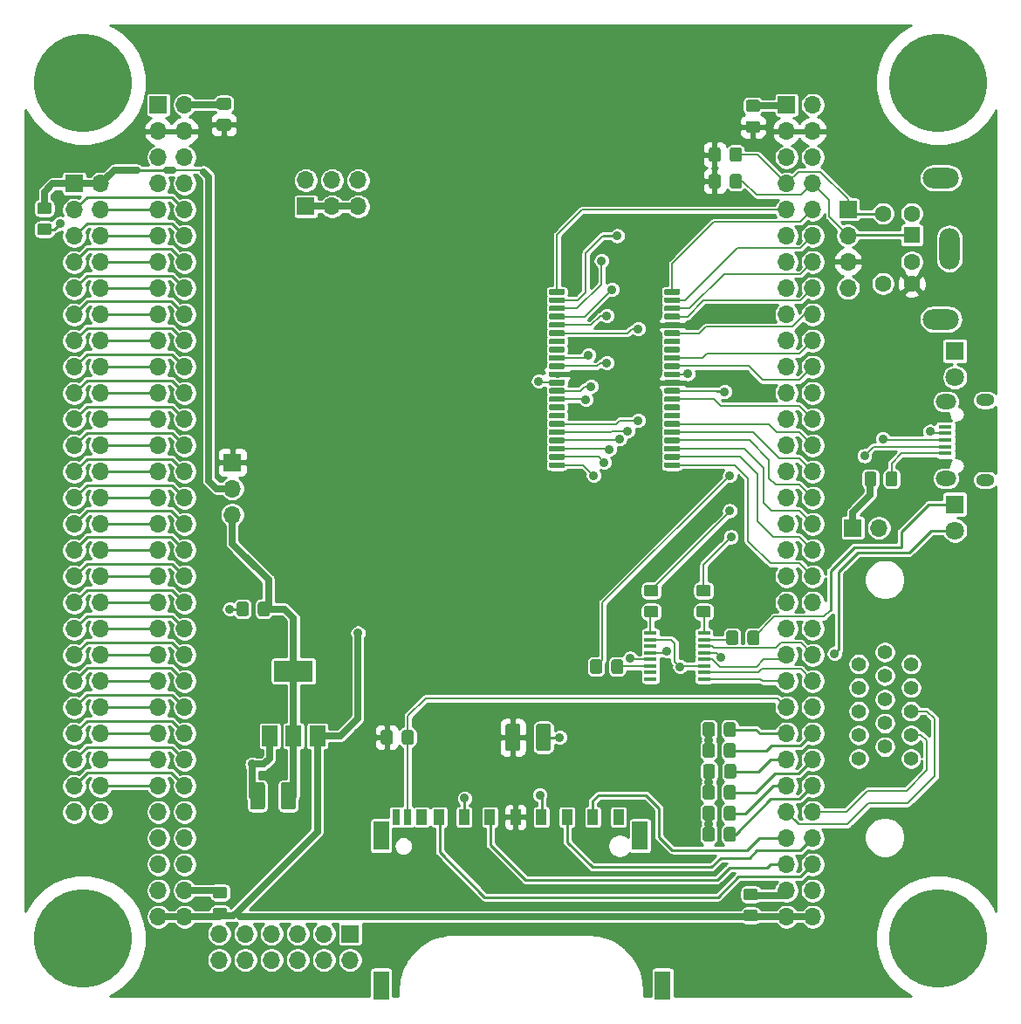
<source format=gbr>
G04 #@! TF.GenerationSoftware,KiCad,Pcbnew,(5.1.5)-3*
G04 #@! TF.CreationDate,2020-02-07T16:31:40-05:00*
G04 #@! TF.ProjectId,RETRO-EP4CE15,52455452-4f2d-4455-9034-434531352e6b,1*
G04 #@! TF.SameCoordinates,Original*
G04 #@! TF.FileFunction,Copper,L1,Top*
G04 #@! TF.FilePolarity,Positive*
%FSLAX46Y46*%
G04 Gerber Fmt 4.6, Leading zero omitted, Abs format (unit mm)*
G04 Created by KiCad (PCBNEW (5.1.5)-3) date 2020-02-07 16:31:40*
%MOMM*%
%LPD*%
G04 APERTURE LIST*
%ADD10C,0.152400*%
%ADD11C,1.800000*%
%ADD12R,1.800000X1.800000*%
%ADD13O,1.700000X1.700000*%
%ADD14R,1.700000X1.700000*%
%ADD15O,3.500000X2.000000*%
%ADD16R,1.600000X1.600000*%
%ADD17C,1.600000*%
%ADD18O,2.000000X4.000000*%
%ADD19C,9.525000*%
%ADD20R,3.800000X2.000000*%
%ADD21R,1.500000X2.000000*%
%ADD22R,1.200000X0.400000*%
%ADD23R,0.700000X1.500000*%
%ADD24R,1.000000X1.500000*%
%ADD25R,1.500000X2.800000*%
%ADD26R,1.300000X0.450000*%
%ADD27O,2.000000X1.450000*%
%ADD28O,1.800000X1.150000*%
%ADD29C,1.397000*%
%ADD30C,0.889000*%
%ADD31C,0.635000*%
%ADD32C,0.254000*%
%ADD33C,0.203200*%
G04 APERTURE END LIST*
G04 #@! TA.AperFunction,SMDPad,CuDef*
D10*
G36*
X79334505Y-69151204D02*
G01*
X79358773Y-69154804D01*
X79382572Y-69160765D01*
X79405671Y-69169030D01*
X79427850Y-69179520D01*
X79448893Y-69192132D01*
X79468599Y-69206747D01*
X79486777Y-69223223D01*
X79503253Y-69241401D01*
X79517868Y-69261107D01*
X79530480Y-69282150D01*
X79540970Y-69304329D01*
X79549235Y-69327428D01*
X79555196Y-69351227D01*
X79558796Y-69375495D01*
X79560000Y-69399999D01*
X79560000Y-70300001D01*
X79558796Y-70324505D01*
X79555196Y-70348773D01*
X79549235Y-70372572D01*
X79540970Y-70395671D01*
X79530480Y-70417850D01*
X79517868Y-70438893D01*
X79503253Y-70458599D01*
X79486777Y-70476777D01*
X79468599Y-70493253D01*
X79448893Y-70507868D01*
X79427850Y-70520480D01*
X79405671Y-70530970D01*
X79382572Y-70539235D01*
X79358773Y-70545196D01*
X79334505Y-70548796D01*
X79310001Y-70550000D01*
X78659999Y-70550000D01*
X78635495Y-70548796D01*
X78611227Y-70545196D01*
X78587428Y-70539235D01*
X78564329Y-70530970D01*
X78542150Y-70520480D01*
X78521107Y-70507868D01*
X78501401Y-70493253D01*
X78483223Y-70476777D01*
X78466747Y-70458599D01*
X78452132Y-70438893D01*
X78439520Y-70417850D01*
X78429030Y-70395671D01*
X78420765Y-70372572D01*
X78414804Y-70348773D01*
X78411204Y-70324505D01*
X78410000Y-70300001D01*
X78410000Y-69399999D01*
X78411204Y-69375495D01*
X78414804Y-69351227D01*
X78420765Y-69327428D01*
X78429030Y-69304329D01*
X78439520Y-69282150D01*
X78452132Y-69261107D01*
X78466747Y-69241401D01*
X78483223Y-69223223D01*
X78501401Y-69206747D01*
X78521107Y-69192132D01*
X78542150Y-69179520D01*
X78564329Y-69169030D01*
X78587428Y-69160765D01*
X78611227Y-69154804D01*
X78635495Y-69151204D01*
X78659999Y-69150000D01*
X79310001Y-69150000D01*
X79334505Y-69151204D01*
G37*
G04 #@! TD.AperFunction*
G04 #@! TA.AperFunction,SMDPad,CuDef*
G36*
X81384505Y-69151204D02*
G01*
X81408773Y-69154804D01*
X81432572Y-69160765D01*
X81455671Y-69169030D01*
X81477850Y-69179520D01*
X81498893Y-69192132D01*
X81518599Y-69206747D01*
X81536777Y-69223223D01*
X81553253Y-69241401D01*
X81567868Y-69261107D01*
X81580480Y-69282150D01*
X81590970Y-69304329D01*
X81599235Y-69327428D01*
X81605196Y-69351227D01*
X81608796Y-69375495D01*
X81610000Y-69399999D01*
X81610000Y-70300001D01*
X81608796Y-70324505D01*
X81605196Y-70348773D01*
X81599235Y-70372572D01*
X81590970Y-70395671D01*
X81580480Y-70417850D01*
X81567868Y-70438893D01*
X81553253Y-70458599D01*
X81536777Y-70476777D01*
X81518599Y-70493253D01*
X81498893Y-70507868D01*
X81477850Y-70520480D01*
X81455671Y-70530970D01*
X81432572Y-70539235D01*
X81408773Y-70545196D01*
X81384505Y-70548796D01*
X81360001Y-70550000D01*
X80709999Y-70550000D01*
X80685495Y-70548796D01*
X80661227Y-70545196D01*
X80637428Y-70539235D01*
X80614329Y-70530970D01*
X80592150Y-70520480D01*
X80571107Y-70507868D01*
X80551401Y-70493253D01*
X80533223Y-70476777D01*
X80516747Y-70458599D01*
X80502132Y-70438893D01*
X80489520Y-70417850D01*
X80479030Y-70395671D01*
X80470765Y-70372572D01*
X80464804Y-70348773D01*
X80461204Y-70324505D01*
X80460000Y-70300001D01*
X80460000Y-69399999D01*
X80461204Y-69375495D01*
X80464804Y-69351227D01*
X80470765Y-69327428D01*
X80479030Y-69304329D01*
X80489520Y-69282150D01*
X80502132Y-69261107D01*
X80516747Y-69241401D01*
X80533223Y-69223223D01*
X80551401Y-69206747D01*
X80571107Y-69192132D01*
X80592150Y-69179520D01*
X80614329Y-69169030D01*
X80637428Y-69160765D01*
X80661227Y-69154804D01*
X80685495Y-69151204D01*
X80709999Y-69150000D01*
X81360001Y-69150000D01*
X81384505Y-69151204D01*
G37*
G04 #@! TD.AperFunction*
G04 #@! TA.AperFunction,SMDPad,CuDef*
G36*
X79682705Y-24879004D02*
G01*
X79706973Y-24882604D01*
X79730772Y-24888565D01*
X79753871Y-24896830D01*
X79776050Y-24907320D01*
X79797093Y-24919932D01*
X79816799Y-24934547D01*
X79834977Y-24951023D01*
X79851453Y-24969201D01*
X79866068Y-24988907D01*
X79878680Y-25009950D01*
X79889170Y-25032129D01*
X79897435Y-25055228D01*
X79903396Y-25079027D01*
X79906996Y-25103295D01*
X79908200Y-25127799D01*
X79908200Y-26027801D01*
X79906996Y-26052305D01*
X79903396Y-26076573D01*
X79897435Y-26100372D01*
X79889170Y-26123471D01*
X79878680Y-26145650D01*
X79866068Y-26166693D01*
X79851453Y-26186399D01*
X79834977Y-26204577D01*
X79816799Y-26221053D01*
X79797093Y-26235668D01*
X79776050Y-26248280D01*
X79753871Y-26258770D01*
X79730772Y-26267035D01*
X79706973Y-26272996D01*
X79682705Y-26276596D01*
X79658201Y-26277800D01*
X79008199Y-26277800D01*
X78983695Y-26276596D01*
X78959427Y-26272996D01*
X78935628Y-26267035D01*
X78912529Y-26258770D01*
X78890350Y-26248280D01*
X78869307Y-26235668D01*
X78849601Y-26221053D01*
X78831423Y-26204577D01*
X78814947Y-26186399D01*
X78800332Y-26166693D01*
X78787720Y-26145650D01*
X78777230Y-26123471D01*
X78768965Y-26100372D01*
X78763004Y-26076573D01*
X78759404Y-26052305D01*
X78758200Y-26027801D01*
X78758200Y-25127799D01*
X78759404Y-25103295D01*
X78763004Y-25079027D01*
X78768965Y-25055228D01*
X78777230Y-25032129D01*
X78787720Y-25009950D01*
X78800332Y-24988907D01*
X78814947Y-24969201D01*
X78831423Y-24951023D01*
X78849601Y-24934547D01*
X78869307Y-24919932D01*
X78890350Y-24907320D01*
X78912529Y-24896830D01*
X78935628Y-24888565D01*
X78959427Y-24882604D01*
X78983695Y-24879004D01*
X79008199Y-24877800D01*
X79658201Y-24877800D01*
X79682705Y-24879004D01*
G37*
G04 #@! TD.AperFunction*
G04 #@! TA.AperFunction,SMDPad,CuDef*
G36*
X77632705Y-24879004D02*
G01*
X77656973Y-24882604D01*
X77680772Y-24888565D01*
X77703871Y-24896830D01*
X77726050Y-24907320D01*
X77747093Y-24919932D01*
X77766799Y-24934547D01*
X77784977Y-24951023D01*
X77801453Y-24969201D01*
X77816068Y-24988907D01*
X77828680Y-25009950D01*
X77839170Y-25032129D01*
X77847435Y-25055228D01*
X77853396Y-25079027D01*
X77856996Y-25103295D01*
X77858200Y-25127799D01*
X77858200Y-26027801D01*
X77856996Y-26052305D01*
X77853396Y-26076573D01*
X77847435Y-26100372D01*
X77839170Y-26123471D01*
X77828680Y-26145650D01*
X77816068Y-26166693D01*
X77801453Y-26186399D01*
X77784977Y-26204577D01*
X77766799Y-26221053D01*
X77747093Y-26235668D01*
X77726050Y-26248280D01*
X77703871Y-26258770D01*
X77680772Y-26267035D01*
X77656973Y-26272996D01*
X77632705Y-26276596D01*
X77608201Y-26277800D01*
X76958199Y-26277800D01*
X76933695Y-26276596D01*
X76909427Y-26272996D01*
X76885628Y-26267035D01*
X76862529Y-26258770D01*
X76840350Y-26248280D01*
X76819307Y-26235668D01*
X76799601Y-26221053D01*
X76781423Y-26204577D01*
X76764947Y-26186399D01*
X76750332Y-26166693D01*
X76737720Y-26145650D01*
X76727230Y-26123471D01*
X76718965Y-26100372D01*
X76713004Y-26076573D01*
X76709404Y-26052305D01*
X76708200Y-26027801D01*
X76708200Y-25127799D01*
X76709404Y-25103295D01*
X76713004Y-25079027D01*
X76718965Y-25055228D01*
X76727230Y-25032129D01*
X76737720Y-25009950D01*
X76750332Y-24988907D01*
X76764947Y-24969201D01*
X76781423Y-24951023D01*
X76799601Y-24934547D01*
X76819307Y-24919932D01*
X76840350Y-24907320D01*
X76862529Y-24896830D01*
X76885628Y-24888565D01*
X76909427Y-24882604D01*
X76933695Y-24879004D01*
X76958199Y-24877800D01*
X77608201Y-24877800D01*
X77632705Y-24879004D01*
G37*
G04 #@! TD.AperFunction*
D11*
X100584000Y-44577000D03*
D12*
X100584000Y-42037000D03*
D13*
X86790000Y-96906000D03*
X84250000Y-96906000D03*
X86790000Y-94366000D03*
X84250000Y-94366000D03*
X86790000Y-91826000D03*
X84250000Y-91826000D03*
X86790000Y-89286000D03*
X84250000Y-89286000D03*
X86790000Y-86746000D03*
X84250000Y-86746000D03*
X86790000Y-84206000D03*
X84250000Y-84206000D03*
X86790000Y-81666000D03*
X84250000Y-81666000D03*
X86790000Y-79126000D03*
X84250000Y-79126000D03*
X86790000Y-76586000D03*
X84250000Y-76586000D03*
X86790000Y-74046000D03*
X84250000Y-74046000D03*
X86790000Y-71506000D03*
X84250000Y-71506000D03*
X86790000Y-68966000D03*
X84250000Y-68966000D03*
X86790000Y-66426000D03*
X84250000Y-66426000D03*
X86790000Y-63886000D03*
X84250000Y-63886000D03*
X86790000Y-61346000D03*
X84250000Y-61346000D03*
X86790000Y-58806000D03*
X84250000Y-58806000D03*
X86790000Y-56266000D03*
X84250000Y-56266000D03*
X86790000Y-53726000D03*
X84250000Y-53726000D03*
X86790000Y-51186000D03*
X84250000Y-51186000D03*
X86790000Y-48646000D03*
X84250000Y-48646000D03*
X86790000Y-46106000D03*
X84250000Y-46106000D03*
X86790000Y-43566000D03*
X84250000Y-43566000D03*
X86790000Y-41026000D03*
X84250000Y-41026000D03*
X86790000Y-38486000D03*
X84250000Y-38486000D03*
X86790000Y-35946000D03*
X84250000Y-35946000D03*
X86790000Y-33406000D03*
X84250000Y-33406000D03*
X86790000Y-30866000D03*
X84250000Y-30866000D03*
X86790000Y-28326000D03*
X84250000Y-28326000D03*
X86790000Y-25786000D03*
X84250000Y-25786000D03*
X86790000Y-23246000D03*
X84250000Y-23246000D03*
X86790000Y-20706000D03*
X84250000Y-20706000D03*
X86790000Y-18166000D03*
D14*
X84250000Y-18166000D03*
D13*
X25850000Y-96906000D03*
X23310000Y-96906000D03*
X25850000Y-94366000D03*
X23310000Y-94366000D03*
X25850000Y-91826000D03*
X23310000Y-91826000D03*
X25850000Y-89286000D03*
X23310000Y-89286000D03*
X25850000Y-86746000D03*
X23310000Y-86746000D03*
X25850000Y-84206000D03*
X23310000Y-84206000D03*
X25850000Y-81666000D03*
X23310000Y-81666000D03*
X25850000Y-79126000D03*
X23310000Y-79126000D03*
X25850000Y-76586000D03*
X23310000Y-76586000D03*
X25850000Y-74046000D03*
X23310000Y-74046000D03*
X25850000Y-71506000D03*
X23310000Y-71506000D03*
X25850000Y-68966000D03*
X23310000Y-68966000D03*
X25850000Y-66426000D03*
X23310000Y-66426000D03*
X25850000Y-63886000D03*
X23310000Y-63886000D03*
X25850000Y-61346000D03*
X23310000Y-61346000D03*
X25850000Y-58806000D03*
X23310000Y-58806000D03*
X25850000Y-56266000D03*
X23310000Y-56266000D03*
X25850000Y-53726000D03*
X23310000Y-53726000D03*
X25850000Y-51186000D03*
X23310000Y-51186000D03*
X25850000Y-48646000D03*
X23310000Y-48646000D03*
X25850000Y-46106000D03*
X23310000Y-46106000D03*
X25850000Y-43566000D03*
X23310000Y-43566000D03*
X25850000Y-41026000D03*
X23310000Y-41026000D03*
X25850000Y-38486000D03*
X23310000Y-38486000D03*
X25850000Y-35946000D03*
X23310000Y-35946000D03*
X25850000Y-33406000D03*
X23310000Y-33406000D03*
X25850000Y-30866000D03*
X23310000Y-30866000D03*
X25850000Y-28326000D03*
X23310000Y-28326000D03*
X25850000Y-25786000D03*
X23310000Y-25786000D03*
X25850000Y-23246000D03*
X23310000Y-23246000D03*
X25850000Y-20706000D03*
X23310000Y-20706000D03*
X25850000Y-18166000D03*
D14*
X23310000Y-18166000D03*
G04 #@! TA.AperFunction,SMDPad,CuDef*
D10*
G36*
X77632705Y-22288204D02*
G01*
X77656973Y-22291804D01*
X77680772Y-22297765D01*
X77703871Y-22306030D01*
X77726050Y-22316520D01*
X77747093Y-22329132D01*
X77766799Y-22343747D01*
X77784977Y-22360223D01*
X77801453Y-22378401D01*
X77816068Y-22398107D01*
X77828680Y-22419150D01*
X77839170Y-22441329D01*
X77847435Y-22464428D01*
X77853396Y-22488227D01*
X77856996Y-22512495D01*
X77858200Y-22536999D01*
X77858200Y-23437001D01*
X77856996Y-23461505D01*
X77853396Y-23485773D01*
X77847435Y-23509572D01*
X77839170Y-23532671D01*
X77828680Y-23554850D01*
X77816068Y-23575893D01*
X77801453Y-23595599D01*
X77784977Y-23613777D01*
X77766799Y-23630253D01*
X77747093Y-23644868D01*
X77726050Y-23657480D01*
X77703871Y-23667970D01*
X77680772Y-23676235D01*
X77656973Y-23682196D01*
X77632705Y-23685796D01*
X77608201Y-23687000D01*
X76958199Y-23687000D01*
X76933695Y-23685796D01*
X76909427Y-23682196D01*
X76885628Y-23676235D01*
X76862529Y-23667970D01*
X76840350Y-23657480D01*
X76819307Y-23644868D01*
X76799601Y-23630253D01*
X76781423Y-23613777D01*
X76764947Y-23595599D01*
X76750332Y-23575893D01*
X76737720Y-23554850D01*
X76727230Y-23532671D01*
X76718965Y-23509572D01*
X76713004Y-23485773D01*
X76709404Y-23461505D01*
X76708200Y-23437001D01*
X76708200Y-22536999D01*
X76709404Y-22512495D01*
X76713004Y-22488227D01*
X76718965Y-22464428D01*
X76727230Y-22441329D01*
X76737720Y-22419150D01*
X76750332Y-22398107D01*
X76764947Y-22378401D01*
X76781423Y-22360223D01*
X76799601Y-22343747D01*
X76819307Y-22329132D01*
X76840350Y-22316520D01*
X76862529Y-22306030D01*
X76885628Y-22297765D01*
X76909427Y-22291804D01*
X76933695Y-22288204D01*
X76958199Y-22287000D01*
X77608201Y-22287000D01*
X77632705Y-22288204D01*
G37*
G04 #@! TD.AperFunction*
G04 #@! TA.AperFunction,SMDPad,CuDef*
G36*
X79682705Y-22288204D02*
G01*
X79706973Y-22291804D01*
X79730772Y-22297765D01*
X79753871Y-22306030D01*
X79776050Y-22316520D01*
X79797093Y-22329132D01*
X79816799Y-22343747D01*
X79834977Y-22360223D01*
X79851453Y-22378401D01*
X79866068Y-22398107D01*
X79878680Y-22419150D01*
X79889170Y-22441329D01*
X79897435Y-22464428D01*
X79903396Y-22488227D01*
X79906996Y-22512495D01*
X79908200Y-22536999D01*
X79908200Y-23437001D01*
X79906996Y-23461505D01*
X79903396Y-23485773D01*
X79897435Y-23509572D01*
X79889170Y-23532671D01*
X79878680Y-23554850D01*
X79866068Y-23575893D01*
X79851453Y-23595599D01*
X79834977Y-23613777D01*
X79816799Y-23630253D01*
X79797093Y-23644868D01*
X79776050Y-23657480D01*
X79753871Y-23667970D01*
X79730772Y-23676235D01*
X79706973Y-23682196D01*
X79682705Y-23685796D01*
X79658201Y-23687000D01*
X79008199Y-23687000D01*
X78983695Y-23685796D01*
X78959427Y-23682196D01*
X78935628Y-23676235D01*
X78912529Y-23667970D01*
X78890350Y-23657480D01*
X78869307Y-23644868D01*
X78849601Y-23630253D01*
X78831423Y-23613777D01*
X78814947Y-23595599D01*
X78800332Y-23575893D01*
X78787720Y-23554850D01*
X78777230Y-23532671D01*
X78768965Y-23509572D01*
X78763004Y-23485773D01*
X78759404Y-23461505D01*
X78758200Y-23437001D01*
X78758200Y-22536999D01*
X78759404Y-22512495D01*
X78763004Y-22488227D01*
X78768965Y-22464428D01*
X78777230Y-22441329D01*
X78787720Y-22419150D01*
X78800332Y-22398107D01*
X78814947Y-22378401D01*
X78831423Y-22360223D01*
X78849601Y-22343747D01*
X78869307Y-22329132D01*
X78890350Y-22316520D01*
X78912529Y-22306030D01*
X78935628Y-22297765D01*
X78959427Y-22291804D01*
X78983695Y-22288204D01*
X79008199Y-22287000D01*
X79658201Y-22287000D01*
X79682705Y-22288204D01*
G37*
G04 #@! TD.AperFunction*
D15*
X99250000Y-38950000D03*
X99250000Y-25250000D03*
D16*
X96400000Y-30800000D03*
D17*
X96400000Y-33400000D03*
X96400000Y-28700000D03*
X96400000Y-35500000D03*
X93600000Y-28700000D03*
X93600000Y-35500000D03*
D18*
X100050000Y-32100000D03*
D19*
X16000000Y-16000000D03*
X99000000Y-16000000D03*
X16000000Y-99000000D03*
X99000000Y-99000000D03*
D20*
X36423600Y-73075400D03*
D21*
X36423600Y-79375400D03*
X38723600Y-79375400D03*
X34123600Y-79375400D03*
G04 #@! TA.AperFunction,SMDPad,CuDef*
D10*
G36*
X79098505Y-78041204D02*
G01*
X79122773Y-78044804D01*
X79146572Y-78050765D01*
X79169671Y-78059030D01*
X79191850Y-78069520D01*
X79212893Y-78082132D01*
X79232599Y-78096747D01*
X79250777Y-78113223D01*
X79267253Y-78131401D01*
X79281868Y-78151107D01*
X79294480Y-78172150D01*
X79304970Y-78194329D01*
X79313235Y-78217428D01*
X79319196Y-78241227D01*
X79322796Y-78265495D01*
X79324000Y-78289999D01*
X79324000Y-79190001D01*
X79322796Y-79214505D01*
X79319196Y-79238773D01*
X79313235Y-79262572D01*
X79304970Y-79285671D01*
X79294480Y-79307850D01*
X79281868Y-79328893D01*
X79267253Y-79348599D01*
X79250777Y-79366777D01*
X79232599Y-79383253D01*
X79212893Y-79397868D01*
X79191850Y-79410480D01*
X79169671Y-79420970D01*
X79146572Y-79429235D01*
X79122773Y-79435196D01*
X79098505Y-79438796D01*
X79074001Y-79440000D01*
X78423999Y-79440000D01*
X78399495Y-79438796D01*
X78375227Y-79435196D01*
X78351428Y-79429235D01*
X78328329Y-79420970D01*
X78306150Y-79410480D01*
X78285107Y-79397868D01*
X78265401Y-79383253D01*
X78247223Y-79366777D01*
X78230747Y-79348599D01*
X78216132Y-79328893D01*
X78203520Y-79307850D01*
X78193030Y-79285671D01*
X78184765Y-79262572D01*
X78178804Y-79238773D01*
X78175204Y-79214505D01*
X78174000Y-79190001D01*
X78174000Y-78289999D01*
X78175204Y-78265495D01*
X78178804Y-78241227D01*
X78184765Y-78217428D01*
X78193030Y-78194329D01*
X78203520Y-78172150D01*
X78216132Y-78151107D01*
X78230747Y-78131401D01*
X78247223Y-78113223D01*
X78265401Y-78096747D01*
X78285107Y-78082132D01*
X78306150Y-78069520D01*
X78328329Y-78059030D01*
X78351428Y-78050765D01*
X78375227Y-78044804D01*
X78399495Y-78041204D01*
X78423999Y-78040000D01*
X79074001Y-78040000D01*
X79098505Y-78041204D01*
G37*
G04 #@! TD.AperFunction*
G04 #@! TA.AperFunction,SMDPad,CuDef*
G36*
X77048505Y-78041204D02*
G01*
X77072773Y-78044804D01*
X77096572Y-78050765D01*
X77119671Y-78059030D01*
X77141850Y-78069520D01*
X77162893Y-78082132D01*
X77182599Y-78096747D01*
X77200777Y-78113223D01*
X77217253Y-78131401D01*
X77231868Y-78151107D01*
X77244480Y-78172150D01*
X77254970Y-78194329D01*
X77263235Y-78217428D01*
X77269196Y-78241227D01*
X77272796Y-78265495D01*
X77274000Y-78289999D01*
X77274000Y-79190001D01*
X77272796Y-79214505D01*
X77269196Y-79238773D01*
X77263235Y-79262572D01*
X77254970Y-79285671D01*
X77244480Y-79307850D01*
X77231868Y-79328893D01*
X77217253Y-79348599D01*
X77200777Y-79366777D01*
X77182599Y-79383253D01*
X77162893Y-79397868D01*
X77141850Y-79410480D01*
X77119671Y-79420970D01*
X77096572Y-79429235D01*
X77072773Y-79435196D01*
X77048505Y-79438796D01*
X77024001Y-79440000D01*
X76373999Y-79440000D01*
X76349495Y-79438796D01*
X76325227Y-79435196D01*
X76301428Y-79429235D01*
X76278329Y-79420970D01*
X76256150Y-79410480D01*
X76235107Y-79397868D01*
X76215401Y-79383253D01*
X76197223Y-79366777D01*
X76180747Y-79348599D01*
X76166132Y-79328893D01*
X76153520Y-79307850D01*
X76143030Y-79285671D01*
X76134765Y-79262572D01*
X76128804Y-79238773D01*
X76125204Y-79214505D01*
X76124000Y-79190001D01*
X76124000Y-78289999D01*
X76125204Y-78265495D01*
X76128804Y-78241227D01*
X76134765Y-78217428D01*
X76143030Y-78194329D01*
X76153520Y-78172150D01*
X76166132Y-78151107D01*
X76180747Y-78131401D01*
X76197223Y-78113223D01*
X76215401Y-78096747D01*
X76235107Y-78082132D01*
X76256150Y-78069520D01*
X76278329Y-78059030D01*
X76301428Y-78050765D01*
X76325227Y-78044804D01*
X76349495Y-78041204D01*
X76373999Y-78040000D01*
X77024001Y-78040000D01*
X77048505Y-78041204D01*
G37*
G04 #@! TD.AperFunction*
G04 #@! TA.AperFunction,SMDPad,CuDef*
G36*
X77048505Y-80073204D02*
G01*
X77072773Y-80076804D01*
X77096572Y-80082765D01*
X77119671Y-80091030D01*
X77141850Y-80101520D01*
X77162893Y-80114132D01*
X77182599Y-80128747D01*
X77200777Y-80145223D01*
X77217253Y-80163401D01*
X77231868Y-80183107D01*
X77244480Y-80204150D01*
X77254970Y-80226329D01*
X77263235Y-80249428D01*
X77269196Y-80273227D01*
X77272796Y-80297495D01*
X77274000Y-80321999D01*
X77274000Y-81222001D01*
X77272796Y-81246505D01*
X77269196Y-81270773D01*
X77263235Y-81294572D01*
X77254970Y-81317671D01*
X77244480Y-81339850D01*
X77231868Y-81360893D01*
X77217253Y-81380599D01*
X77200777Y-81398777D01*
X77182599Y-81415253D01*
X77162893Y-81429868D01*
X77141850Y-81442480D01*
X77119671Y-81452970D01*
X77096572Y-81461235D01*
X77072773Y-81467196D01*
X77048505Y-81470796D01*
X77024001Y-81472000D01*
X76373999Y-81472000D01*
X76349495Y-81470796D01*
X76325227Y-81467196D01*
X76301428Y-81461235D01*
X76278329Y-81452970D01*
X76256150Y-81442480D01*
X76235107Y-81429868D01*
X76215401Y-81415253D01*
X76197223Y-81398777D01*
X76180747Y-81380599D01*
X76166132Y-81360893D01*
X76153520Y-81339850D01*
X76143030Y-81317671D01*
X76134765Y-81294572D01*
X76128804Y-81270773D01*
X76125204Y-81246505D01*
X76124000Y-81222001D01*
X76124000Y-80321999D01*
X76125204Y-80297495D01*
X76128804Y-80273227D01*
X76134765Y-80249428D01*
X76143030Y-80226329D01*
X76153520Y-80204150D01*
X76166132Y-80183107D01*
X76180747Y-80163401D01*
X76197223Y-80145223D01*
X76215401Y-80128747D01*
X76235107Y-80114132D01*
X76256150Y-80101520D01*
X76278329Y-80091030D01*
X76301428Y-80082765D01*
X76325227Y-80076804D01*
X76349495Y-80073204D01*
X76373999Y-80072000D01*
X77024001Y-80072000D01*
X77048505Y-80073204D01*
G37*
G04 #@! TD.AperFunction*
G04 #@! TA.AperFunction,SMDPad,CuDef*
G36*
X79098505Y-80073204D02*
G01*
X79122773Y-80076804D01*
X79146572Y-80082765D01*
X79169671Y-80091030D01*
X79191850Y-80101520D01*
X79212893Y-80114132D01*
X79232599Y-80128747D01*
X79250777Y-80145223D01*
X79267253Y-80163401D01*
X79281868Y-80183107D01*
X79294480Y-80204150D01*
X79304970Y-80226329D01*
X79313235Y-80249428D01*
X79319196Y-80273227D01*
X79322796Y-80297495D01*
X79324000Y-80321999D01*
X79324000Y-81222001D01*
X79322796Y-81246505D01*
X79319196Y-81270773D01*
X79313235Y-81294572D01*
X79304970Y-81317671D01*
X79294480Y-81339850D01*
X79281868Y-81360893D01*
X79267253Y-81380599D01*
X79250777Y-81398777D01*
X79232599Y-81415253D01*
X79212893Y-81429868D01*
X79191850Y-81442480D01*
X79169671Y-81452970D01*
X79146572Y-81461235D01*
X79122773Y-81467196D01*
X79098505Y-81470796D01*
X79074001Y-81472000D01*
X78423999Y-81472000D01*
X78399495Y-81470796D01*
X78375227Y-81467196D01*
X78351428Y-81461235D01*
X78328329Y-81452970D01*
X78306150Y-81442480D01*
X78285107Y-81429868D01*
X78265401Y-81415253D01*
X78247223Y-81398777D01*
X78230747Y-81380599D01*
X78216132Y-81360893D01*
X78203520Y-81339850D01*
X78193030Y-81317671D01*
X78184765Y-81294572D01*
X78178804Y-81270773D01*
X78175204Y-81246505D01*
X78174000Y-81222001D01*
X78174000Y-80321999D01*
X78175204Y-80297495D01*
X78178804Y-80273227D01*
X78184765Y-80249428D01*
X78193030Y-80226329D01*
X78203520Y-80204150D01*
X78216132Y-80183107D01*
X78230747Y-80163401D01*
X78247223Y-80145223D01*
X78265401Y-80128747D01*
X78285107Y-80114132D01*
X78306150Y-80101520D01*
X78328329Y-80091030D01*
X78351428Y-80082765D01*
X78375227Y-80076804D01*
X78399495Y-80073204D01*
X78423999Y-80072000D01*
X79074001Y-80072000D01*
X79098505Y-80073204D01*
G37*
G04 #@! TD.AperFunction*
G04 #@! TA.AperFunction,SMDPad,CuDef*
G36*
X79144305Y-82105204D02*
G01*
X79168573Y-82108804D01*
X79192372Y-82114765D01*
X79215471Y-82123030D01*
X79237650Y-82133520D01*
X79258693Y-82146132D01*
X79278399Y-82160747D01*
X79296577Y-82177223D01*
X79313053Y-82195401D01*
X79327668Y-82215107D01*
X79340280Y-82236150D01*
X79350770Y-82258329D01*
X79359035Y-82281428D01*
X79364996Y-82305227D01*
X79368596Y-82329495D01*
X79369800Y-82353999D01*
X79369800Y-83254001D01*
X79368596Y-83278505D01*
X79364996Y-83302773D01*
X79359035Y-83326572D01*
X79350770Y-83349671D01*
X79340280Y-83371850D01*
X79327668Y-83392893D01*
X79313053Y-83412599D01*
X79296577Y-83430777D01*
X79278399Y-83447253D01*
X79258693Y-83461868D01*
X79237650Y-83474480D01*
X79215471Y-83484970D01*
X79192372Y-83493235D01*
X79168573Y-83499196D01*
X79144305Y-83502796D01*
X79119801Y-83504000D01*
X78469799Y-83504000D01*
X78445295Y-83502796D01*
X78421027Y-83499196D01*
X78397228Y-83493235D01*
X78374129Y-83484970D01*
X78351950Y-83474480D01*
X78330907Y-83461868D01*
X78311201Y-83447253D01*
X78293023Y-83430777D01*
X78276547Y-83412599D01*
X78261932Y-83392893D01*
X78249320Y-83371850D01*
X78238830Y-83349671D01*
X78230565Y-83326572D01*
X78224604Y-83302773D01*
X78221004Y-83278505D01*
X78219800Y-83254001D01*
X78219800Y-82353999D01*
X78221004Y-82329495D01*
X78224604Y-82305227D01*
X78230565Y-82281428D01*
X78238830Y-82258329D01*
X78249320Y-82236150D01*
X78261932Y-82215107D01*
X78276547Y-82195401D01*
X78293023Y-82177223D01*
X78311201Y-82160747D01*
X78330907Y-82146132D01*
X78351950Y-82133520D01*
X78374129Y-82123030D01*
X78397228Y-82114765D01*
X78421027Y-82108804D01*
X78445295Y-82105204D01*
X78469799Y-82104000D01*
X79119801Y-82104000D01*
X79144305Y-82105204D01*
G37*
G04 #@! TD.AperFunction*
G04 #@! TA.AperFunction,SMDPad,CuDef*
G36*
X77094305Y-82105204D02*
G01*
X77118573Y-82108804D01*
X77142372Y-82114765D01*
X77165471Y-82123030D01*
X77187650Y-82133520D01*
X77208693Y-82146132D01*
X77228399Y-82160747D01*
X77246577Y-82177223D01*
X77263053Y-82195401D01*
X77277668Y-82215107D01*
X77290280Y-82236150D01*
X77300770Y-82258329D01*
X77309035Y-82281428D01*
X77314996Y-82305227D01*
X77318596Y-82329495D01*
X77319800Y-82353999D01*
X77319800Y-83254001D01*
X77318596Y-83278505D01*
X77314996Y-83302773D01*
X77309035Y-83326572D01*
X77300770Y-83349671D01*
X77290280Y-83371850D01*
X77277668Y-83392893D01*
X77263053Y-83412599D01*
X77246577Y-83430777D01*
X77228399Y-83447253D01*
X77208693Y-83461868D01*
X77187650Y-83474480D01*
X77165471Y-83484970D01*
X77142372Y-83493235D01*
X77118573Y-83499196D01*
X77094305Y-83502796D01*
X77069801Y-83504000D01*
X76419799Y-83504000D01*
X76395295Y-83502796D01*
X76371027Y-83499196D01*
X76347228Y-83493235D01*
X76324129Y-83484970D01*
X76301950Y-83474480D01*
X76280907Y-83461868D01*
X76261201Y-83447253D01*
X76243023Y-83430777D01*
X76226547Y-83412599D01*
X76211932Y-83392893D01*
X76199320Y-83371850D01*
X76188830Y-83349671D01*
X76180565Y-83326572D01*
X76174604Y-83302773D01*
X76171004Y-83278505D01*
X76169800Y-83254001D01*
X76169800Y-82353999D01*
X76171004Y-82329495D01*
X76174604Y-82305227D01*
X76180565Y-82281428D01*
X76188830Y-82258329D01*
X76199320Y-82236150D01*
X76211932Y-82215107D01*
X76226547Y-82195401D01*
X76243023Y-82177223D01*
X76261201Y-82160747D01*
X76280907Y-82146132D01*
X76301950Y-82133520D01*
X76324129Y-82123030D01*
X76347228Y-82114765D01*
X76371027Y-82108804D01*
X76395295Y-82105204D01*
X76419799Y-82104000D01*
X77069801Y-82104000D01*
X77094305Y-82105204D01*
G37*
G04 #@! TD.AperFunction*
G04 #@! TA.AperFunction,SMDPad,CuDef*
G36*
X77048505Y-84137204D02*
G01*
X77072773Y-84140804D01*
X77096572Y-84146765D01*
X77119671Y-84155030D01*
X77141850Y-84165520D01*
X77162893Y-84178132D01*
X77182599Y-84192747D01*
X77200777Y-84209223D01*
X77217253Y-84227401D01*
X77231868Y-84247107D01*
X77244480Y-84268150D01*
X77254970Y-84290329D01*
X77263235Y-84313428D01*
X77269196Y-84337227D01*
X77272796Y-84361495D01*
X77274000Y-84385999D01*
X77274000Y-85286001D01*
X77272796Y-85310505D01*
X77269196Y-85334773D01*
X77263235Y-85358572D01*
X77254970Y-85381671D01*
X77244480Y-85403850D01*
X77231868Y-85424893D01*
X77217253Y-85444599D01*
X77200777Y-85462777D01*
X77182599Y-85479253D01*
X77162893Y-85493868D01*
X77141850Y-85506480D01*
X77119671Y-85516970D01*
X77096572Y-85525235D01*
X77072773Y-85531196D01*
X77048505Y-85534796D01*
X77024001Y-85536000D01*
X76373999Y-85536000D01*
X76349495Y-85534796D01*
X76325227Y-85531196D01*
X76301428Y-85525235D01*
X76278329Y-85516970D01*
X76256150Y-85506480D01*
X76235107Y-85493868D01*
X76215401Y-85479253D01*
X76197223Y-85462777D01*
X76180747Y-85444599D01*
X76166132Y-85424893D01*
X76153520Y-85403850D01*
X76143030Y-85381671D01*
X76134765Y-85358572D01*
X76128804Y-85334773D01*
X76125204Y-85310505D01*
X76124000Y-85286001D01*
X76124000Y-84385999D01*
X76125204Y-84361495D01*
X76128804Y-84337227D01*
X76134765Y-84313428D01*
X76143030Y-84290329D01*
X76153520Y-84268150D01*
X76166132Y-84247107D01*
X76180747Y-84227401D01*
X76197223Y-84209223D01*
X76215401Y-84192747D01*
X76235107Y-84178132D01*
X76256150Y-84165520D01*
X76278329Y-84155030D01*
X76301428Y-84146765D01*
X76325227Y-84140804D01*
X76349495Y-84137204D01*
X76373999Y-84136000D01*
X77024001Y-84136000D01*
X77048505Y-84137204D01*
G37*
G04 #@! TD.AperFunction*
G04 #@! TA.AperFunction,SMDPad,CuDef*
G36*
X79098505Y-84137204D02*
G01*
X79122773Y-84140804D01*
X79146572Y-84146765D01*
X79169671Y-84155030D01*
X79191850Y-84165520D01*
X79212893Y-84178132D01*
X79232599Y-84192747D01*
X79250777Y-84209223D01*
X79267253Y-84227401D01*
X79281868Y-84247107D01*
X79294480Y-84268150D01*
X79304970Y-84290329D01*
X79313235Y-84313428D01*
X79319196Y-84337227D01*
X79322796Y-84361495D01*
X79324000Y-84385999D01*
X79324000Y-85286001D01*
X79322796Y-85310505D01*
X79319196Y-85334773D01*
X79313235Y-85358572D01*
X79304970Y-85381671D01*
X79294480Y-85403850D01*
X79281868Y-85424893D01*
X79267253Y-85444599D01*
X79250777Y-85462777D01*
X79232599Y-85479253D01*
X79212893Y-85493868D01*
X79191850Y-85506480D01*
X79169671Y-85516970D01*
X79146572Y-85525235D01*
X79122773Y-85531196D01*
X79098505Y-85534796D01*
X79074001Y-85536000D01*
X78423999Y-85536000D01*
X78399495Y-85534796D01*
X78375227Y-85531196D01*
X78351428Y-85525235D01*
X78328329Y-85516970D01*
X78306150Y-85506480D01*
X78285107Y-85493868D01*
X78265401Y-85479253D01*
X78247223Y-85462777D01*
X78230747Y-85444599D01*
X78216132Y-85424893D01*
X78203520Y-85403850D01*
X78193030Y-85381671D01*
X78184765Y-85358572D01*
X78178804Y-85334773D01*
X78175204Y-85310505D01*
X78174000Y-85286001D01*
X78174000Y-84385999D01*
X78175204Y-84361495D01*
X78178804Y-84337227D01*
X78184765Y-84313428D01*
X78193030Y-84290329D01*
X78203520Y-84268150D01*
X78216132Y-84247107D01*
X78230747Y-84227401D01*
X78247223Y-84209223D01*
X78265401Y-84192747D01*
X78285107Y-84178132D01*
X78306150Y-84165520D01*
X78328329Y-84155030D01*
X78351428Y-84146765D01*
X78375227Y-84140804D01*
X78399495Y-84137204D01*
X78423999Y-84136000D01*
X79074001Y-84136000D01*
X79098505Y-84137204D01*
G37*
G04 #@! TD.AperFunction*
G04 #@! TA.AperFunction,SMDPad,CuDef*
G36*
X79098505Y-86169204D02*
G01*
X79122773Y-86172804D01*
X79146572Y-86178765D01*
X79169671Y-86187030D01*
X79191850Y-86197520D01*
X79212893Y-86210132D01*
X79232599Y-86224747D01*
X79250777Y-86241223D01*
X79267253Y-86259401D01*
X79281868Y-86279107D01*
X79294480Y-86300150D01*
X79304970Y-86322329D01*
X79313235Y-86345428D01*
X79319196Y-86369227D01*
X79322796Y-86393495D01*
X79324000Y-86417999D01*
X79324000Y-87318001D01*
X79322796Y-87342505D01*
X79319196Y-87366773D01*
X79313235Y-87390572D01*
X79304970Y-87413671D01*
X79294480Y-87435850D01*
X79281868Y-87456893D01*
X79267253Y-87476599D01*
X79250777Y-87494777D01*
X79232599Y-87511253D01*
X79212893Y-87525868D01*
X79191850Y-87538480D01*
X79169671Y-87548970D01*
X79146572Y-87557235D01*
X79122773Y-87563196D01*
X79098505Y-87566796D01*
X79074001Y-87568000D01*
X78423999Y-87568000D01*
X78399495Y-87566796D01*
X78375227Y-87563196D01*
X78351428Y-87557235D01*
X78328329Y-87548970D01*
X78306150Y-87538480D01*
X78285107Y-87525868D01*
X78265401Y-87511253D01*
X78247223Y-87494777D01*
X78230747Y-87476599D01*
X78216132Y-87456893D01*
X78203520Y-87435850D01*
X78193030Y-87413671D01*
X78184765Y-87390572D01*
X78178804Y-87366773D01*
X78175204Y-87342505D01*
X78174000Y-87318001D01*
X78174000Y-86417999D01*
X78175204Y-86393495D01*
X78178804Y-86369227D01*
X78184765Y-86345428D01*
X78193030Y-86322329D01*
X78203520Y-86300150D01*
X78216132Y-86279107D01*
X78230747Y-86259401D01*
X78247223Y-86241223D01*
X78265401Y-86224747D01*
X78285107Y-86210132D01*
X78306150Y-86197520D01*
X78328329Y-86187030D01*
X78351428Y-86178765D01*
X78375227Y-86172804D01*
X78399495Y-86169204D01*
X78423999Y-86168000D01*
X79074001Y-86168000D01*
X79098505Y-86169204D01*
G37*
G04 #@! TD.AperFunction*
G04 #@! TA.AperFunction,SMDPad,CuDef*
G36*
X77048505Y-86169204D02*
G01*
X77072773Y-86172804D01*
X77096572Y-86178765D01*
X77119671Y-86187030D01*
X77141850Y-86197520D01*
X77162893Y-86210132D01*
X77182599Y-86224747D01*
X77200777Y-86241223D01*
X77217253Y-86259401D01*
X77231868Y-86279107D01*
X77244480Y-86300150D01*
X77254970Y-86322329D01*
X77263235Y-86345428D01*
X77269196Y-86369227D01*
X77272796Y-86393495D01*
X77274000Y-86417999D01*
X77274000Y-87318001D01*
X77272796Y-87342505D01*
X77269196Y-87366773D01*
X77263235Y-87390572D01*
X77254970Y-87413671D01*
X77244480Y-87435850D01*
X77231868Y-87456893D01*
X77217253Y-87476599D01*
X77200777Y-87494777D01*
X77182599Y-87511253D01*
X77162893Y-87525868D01*
X77141850Y-87538480D01*
X77119671Y-87548970D01*
X77096572Y-87557235D01*
X77072773Y-87563196D01*
X77048505Y-87566796D01*
X77024001Y-87568000D01*
X76373999Y-87568000D01*
X76349495Y-87566796D01*
X76325227Y-87563196D01*
X76301428Y-87557235D01*
X76278329Y-87548970D01*
X76256150Y-87538480D01*
X76235107Y-87525868D01*
X76215401Y-87511253D01*
X76197223Y-87494777D01*
X76180747Y-87476599D01*
X76166132Y-87456893D01*
X76153520Y-87435850D01*
X76143030Y-87413671D01*
X76134765Y-87390572D01*
X76128804Y-87366773D01*
X76125204Y-87342505D01*
X76124000Y-87318001D01*
X76124000Y-86417999D01*
X76125204Y-86393495D01*
X76128804Y-86369227D01*
X76134765Y-86345428D01*
X76143030Y-86322329D01*
X76153520Y-86300150D01*
X76166132Y-86279107D01*
X76180747Y-86259401D01*
X76197223Y-86241223D01*
X76215401Y-86224747D01*
X76235107Y-86210132D01*
X76256150Y-86197520D01*
X76278329Y-86187030D01*
X76301428Y-86178765D01*
X76325227Y-86172804D01*
X76349495Y-86169204D01*
X76373999Y-86168000D01*
X77024001Y-86168000D01*
X77048505Y-86169204D01*
G37*
G04 #@! TD.AperFunction*
G04 #@! TA.AperFunction,SMDPad,CuDef*
G36*
X77048505Y-88201204D02*
G01*
X77072773Y-88204804D01*
X77096572Y-88210765D01*
X77119671Y-88219030D01*
X77141850Y-88229520D01*
X77162893Y-88242132D01*
X77182599Y-88256747D01*
X77200777Y-88273223D01*
X77217253Y-88291401D01*
X77231868Y-88311107D01*
X77244480Y-88332150D01*
X77254970Y-88354329D01*
X77263235Y-88377428D01*
X77269196Y-88401227D01*
X77272796Y-88425495D01*
X77274000Y-88449999D01*
X77274000Y-89350001D01*
X77272796Y-89374505D01*
X77269196Y-89398773D01*
X77263235Y-89422572D01*
X77254970Y-89445671D01*
X77244480Y-89467850D01*
X77231868Y-89488893D01*
X77217253Y-89508599D01*
X77200777Y-89526777D01*
X77182599Y-89543253D01*
X77162893Y-89557868D01*
X77141850Y-89570480D01*
X77119671Y-89580970D01*
X77096572Y-89589235D01*
X77072773Y-89595196D01*
X77048505Y-89598796D01*
X77024001Y-89600000D01*
X76373999Y-89600000D01*
X76349495Y-89598796D01*
X76325227Y-89595196D01*
X76301428Y-89589235D01*
X76278329Y-89580970D01*
X76256150Y-89570480D01*
X76235107Y-89557868D01*
X76215401Y-89543253D01*
X76197223Y-89526777D01*
X76180747Y-89508599D01*
X76166132Y-89488893D01*
X76153520Y-89467850D01*
X76143030Y-89445671D01*
X76134765Y-89422572D01*
X76128804Y-89398773D01*
X76125204Y-89374505D01*
X76124000Y-89350001D01*
X76124000Y-88449999D01*
X76125204Y-88425495D01*
X76128804Y-88401227D01*
X76134765Y-88377428D01*
X76143030Y-88354329D01*
X76153520Y-88332150D01*
X76166132Y-88311107D01*
X76180747Y-88291401D01*
X76197223Y-88273223D01*
X76215401Y-88256747D01*
X76235107Y-88242132D01*
X76256150Y-88229520D01*
X76278329Y-88219030D01*
X76301428Y-88210765D01*
X76325227Y-88204804D01*
X76349495Y-88201204D01*
X76373999Y-88200000D01*
X77024001Y-88200000D01*
X77048505Y-88201204D01*
G37*
G04 #@! TD.AperFunction*
G04 #@! TA.AperFunction,SMDPad,CuDef*
G36*
X79098505Y-88201204D02*
G01*
X79122773Y-88204804D01*
X79146572Y-88210765D01*
X79169671Y-88219030D01*
X79191850Y-88229520D01*
X79212893Y-88242132D01*
X79232599Y-88256747D01*
X79250777Y-88273223D01*
X79267253Y-88291401D01*
X79281868Y-88311107D01*
X79294480Y-88332150D01*
X79304970Y-88354329D01*
X79313235Y-88377428D01*
X79319196Y-88401227D01*
X79322796Y-88425495D01*
X79324000Y-88449999D01*
X79324000Y-89350001D01*
X79322796Y-89374505D01*
X79319196Y-89398773D01*
X79313235Y-89422572D01*
X79304970Y-89445671D01*
X79294480Y-89467850D01*
X79281868Y-89488893D01*
X79267253Y-89508599D01*
X79250777Y-89526777D01*
X79232599Y-89543253D01*
X79212893Y-89557868D01*
X79191850Y-89570480D01*
X79169671Y-89580970D01*
X79146572Y-89589235D01*
X79122773Y-89595196D01*
X79098505Y-89598796D01*
X79074001Y-89600000D01*
X78423999Y-89600000D01*
X78399495Y-89598796D01*
X78375227Y-89595196D01*
X78351428Y-89589235D01*
X78328329Y-89580970D01*
X78306150Y-89570480D01*
X78285107Y-89557868D01*
X78265401Y-89543253D01*
X78247223Y-89526777D01*
X78230747Y-89508599D01*
X78216132Y-89488893D01*
X78203520Y-89467850D01*
X78193030Y-89445671D01*
X78184765Y-89422572D01*
X78178804Y-89398773D01*
X78175204Y-89374505D01*
X78174000Y-89350001D01*
X78174000Y-88449999D01*
X78175204Y-88425495D01*
X78178804Y-88401227D01*
X78184765Y-88377428D01*
X78193030Y-88354329D01*
X78203520Y-88332150D01*
X78216132Y-88311107D01*
X78230747Y-88291401D01*
X78247223Y-88273223D01*
X78265401Y-88256747D01*
X78285107Y-88242132D01*
X78306150Y-88229520D01*
X78328329Y-88219030D01*
X78351428Y-88210765D01*
X78375227Y-88204804D01*
X78399495Y-88201204D01*
X78423999Y-88200000D01*
X79074001Y-88200000D01*
X79098505Y-88201204D01*
G37*
G04 #@! TD.AperFunction*
D13*
X93218000Y-59182000D03*
D14*
X90678000Y-59182000D03*
D13*
X90200000Y-35920000D03*
X90200000Y-33380000D03*
X90200000Y-30840000D03*
D14*
X90200000Y-28300000D03*
D12*
X100584000Y-56896000D03*
D11*
X100584000Y-59436000D03*
G04 #@! TA.AperFunction,SMDPad,CuDef*
D10*
G36*
X66126505Y-71945204D02*
G01*
X66150773Y-71948804D01*
X66174572Y-71954765D01*
X66197671Y-71963030D01*
X66219850Y-71973520D01*
X66240893Y-71986132D01*
X66260599Y-72000747D01*
X66278777Y-72017223D01*
X66295253Y-72035401D01*
X66309868Y-72055107D01*
X66322480Y-72076150D01*
X66332970Y-72098329D01*
X66341235Y-72121428D01*
X66347196Y-72145227D01*
X66350796Y-72169495D01*
X66352000Y-72193999D01*
X66352000Y-73094001D01*
X66350796Y-73118505D01*
X66347196Y-73142773D01*
X66341235Y-73166572D01*
X66332970Y-73189671D01*
X66322480Y-73211850D01*
X66309868Y-73232893D01*
X66295253Y-73252599D01*
X66278777Y-73270777D01*
X66260599Y-73287253D01*
X66240893Y-73301868D01*
X66219850Y-73314480D01*
X66197671Y-73324970D01*
X66174572Y-73333235D01*
X66150773Y-73339196D01*
X66126505Y-73342796D01*
X66102001Y-73344000D01*
X65451999Y-73344000D01*
X65427495Y-73342796D01*
X65403227Y-73339196D01*
X65379428Y-73333235D01*
X65356329Y-73324970D01*
X65334150Y-73314480D01*
X65313107Y-73301868D01*
X65293401Y-73287253D01*
X65275223Y-73270777D01*
X65258747Y-73252599D01*
X65244132Y-73232893D01*
X65231520Y-73211850D01*
X65221030Y-73189671D01*
X65212765Y-73166572D01*
X65206804Y-73142773D01*
X65203204Y-73118505D01*
X65202000Y-73094001D01*
X65202000Y-72193999D01*
X65203204Y-72169495D01*
X65206804Y-72145227D01*
X65212765Y-72121428D01*
X65221030Y-72098329D01*
X65231520Y-72076150D01*
X65244132Y-72055107D01*
X65258747Y-72035401D01*
X65275223Y-72017223D01*
X65293401Y-72000747D01*
X65313107Y-71986132D01*
X65334150Y-71973520D01*
X65356329Y-71963030D01*
X65379428Y-71954765D01*
X65403227Y-71948804D01*
X65427495Y-71945204D01*
X65451999Y-71944000D01*
X66102001Y-71944000D01*
X66126505Y-71945204D01*
G37*
G04 #@! TD.AperFunction*
G04 #@! TA.AperFunction,SMDPad,CuDef*
G36*
X68176505Y-71945204D02*
G01*
X68200773Y-71948804D01*
X68224572Y-71954765D01*
X68247671Y-71963030D01*
X68269850Y-71973520D01*
X68290893Y-71986132D01*
X68310599Y-72000747D01*
X68328777Y-72017223D01*
X68345253Y-72035401D01*
X68359868Y-72055107D01*
X68372480Y-72076150D01*
X68382970Y-72098329D01*
X68391235Y-72121428D01*
X68397196Y-72145227D01*
X68400796Y-72169495D01*
X68402000Y-72193999D01*
X68402000Y-73094001D01*
X68400796Y-73118505D01*
X68397196Y-73142773D01*
X68391235Y-73166572D01*
X68382970Y-73189671D01*
X68372480Y-73211850D01*
X68359868Y-73232893D01*
X68345253Y-73252599D01*
X68328777Y-73270777D01*
X68310599Y-73287253D01*
X68290893Y-73301868D01*
X68269850Y-73314480D01*
X68247671Y-73324970D01*
X68224572Y-73333235D01*
X68200773Y-73339196D01*
X68176505Y-73342796D01*
X68152001Y-73344000D01*
X67501999Y-73344000D01*
X67477495Y-73342796D01*
X67453227Y-73339196D01*
X67429428Y-73333235D01*
X67406329Y-73324970D01*
X67384150Y-73314480D01*
X67363107Y-73301868D01*
X67343401Y-73287253D01*
X67325223Y-73270777D01*
X67308747Y-73252599D01*
X67294132Y-73232893D01*
X67281520Y-73211850D01*
X67271030Y-73189671D01*
X67262765Y-73166572D01*
X67256804Y-73142773D01*
X67253204Y-73118505D01*
X67252000Y-73094001D01*
X67252000Y-72193999D01*
X67253204Y-72169495D01*
X67256804Y-72145227D01*
X67262765Y-72121428D01*
X67271030Y-72098329D01*
X67281520Y-72076150D01*
X67294132Y-72055107D01*
X67308747Y-72035401D01*
X67325223Y-72017223D01*
X67343401Y-72000747D01*
X67363107Y-71986132D01*
X67384150Y-71973520D01*
X67406329Y-71963030D01*
X67429428Y-71954765D01*
X67453227Y-71948804D01*
X67477495Y-71945204D01*
X67501999Y-71944000D01*
X68152001Y-71944000D01*
X68176505Y-71945204D01*
G37*
G04 #@! TD.AperFunction*
G04 #@! TA.AperFunction,SMDPad,CuDef*
G36*
X71594505Y-64695204D02*
G01*
X71618773Y-64698804D01*
X71642572Y-64704765D01*
X71665671Y-64713030D01*
X71687850Y-64723520D01*
X71708893Y-64736132D01*
X71728599Y-64750747D01*
X71746777Y-64767223D01*
X71763253Y-64785401D01*
X71777868Y-64805107D01*
X71790480Y-64826150D01*
X71800970Y-64848329D01*
X71809235Y-64871428D01*
X71815196Y-64895227D01*
X71818796Y-64919495D01*
X71820000Y-64943999D01*
X71820000Y-65594001D01*
X71818796Y-65618505D01*
X71815196Y-65642773D01*
X71809235Y-65666572D01*
X71800970Y-65689671D01*
X71790480Y-65711850D01*
X71777868Y-65732893D01*
X71763253Y-65752599D01*
X71746777Y-65770777D01*
X71728599Y-65787253D01*
X71708893Y-65801868D01*
X71687850Y-65814480D01*
X71665671Y-65824970D01*
X71642572Y-65833235D01*
X71618773Y-65839196D01*
X71594505Y-65842796D01*
X71570001Y-65844000D01*
X70669999Y-65844000D01*
X70645495Y-65842796D01*
X70621227Y-65839196D01*
X70597428Y-65833235D01*
X70574329Y-65824970D01*
X70552150Y-65814480D01*
X70531107Y-65801868D01*
X70511401Y-65787253D01*
X70493223Y-65770777D01*
X70476747Y-65752599D01*
X70462132Y-65732893D01*
X70449520Y-65711850D01*
X70439030Y-65689671D01*
X70430765Y-65666572D01*
X70424804Y-65642773D01*
X70421204Y-65618505D01*
X70420000Y-65594001D01*
X70420000Y-64943999D01*
X70421204Y-64919495D01*
X70424804Y-64895227D01*
X70430765Y-64871428D01*
X70439030Y-64848329D01*
X70449520Y-64826150D01*
X70462132Y-64805107D01*
X70476747Y-64785401D01*
X70493223Y-64767223D01*
X70511401Y-64750747D01*
X70531107Y-64736132D01*
X70552150Y-64723520D01*
X70574329Y-64713030D01*
X70597428Y-64704765D01*
X70621227Y-64698804D01*
X70645495Y-64695204D01*
X70669999Y-64694000D01*
X71570001Y-64694000D01*
X71594505Y-64695204D01*
G37*
G04 #@! TD.AperFunction*
G04 #@! TA.AperFunction,SMDPad,CuDef*
G36*
X71594505Y-66745204D02*
G01*
X71618773Y-66748804D01*
X71642572Y-66754765D01*
X71665671Y-66763030D01*
X71687850Y-66773520D01*
X71708893Y-66786132D01*
X71728599Y-66800747D01*
X71746777Y-66817223D01*
X71763253Y-66835401D01*
X71777868Y-66855107D01*
X71790480Y-66876150D01*
X71800970Y-66898329D01*
X71809235Y-66921428D01*
X71815196Y-66945227D01*
X71818796Y-66969495D01*
X71820000Y-66993999D01*
X71820000Y-67644001D01*
X71818796Y-67668505D01*
X71815196Y-67692773D01*
X71809235Y-67716572D01*
X71800970Y-67739671D01*
X71790480Y-67761850D01*
X71777868Y-67782893D01*
X71763253Y-67802599D01*
X71746777Y-67820777D01*
X71728599Y-67837253D01*
X71708893Y-67851868D01*
X71687850Y-67864480D01*
X71665671Y-67874970D01*
X71642572Y-67883235D01*
X71618773Y-67889196D01*
X71594505Y-67892796D01*
X71570001Y-67894000D01*
X70669999Y-67894000D01*
X70645495Y-67892796D01*
X70621227Y-67889196D01*
X70597428Y-67883235D01*
X70574329Y-67874970D01*
X70552150Y-67864480D01*
X70531107Y-67851868D01*
X70511401Y-67837253D01*
X70493223Y-67820777D01*
X70476747Y-67802599D01*
X70462132Y-67782893D01*
X70449520Y-67761850D01*
X70439030Y-67739671D01*
X70430765Y-67716572D01*
X70424804Y-67692773D01*
X70421204Y-67668505D01*
X70420000Y-67644001D01*
X70420000Y-66993999D01*
X70421204Y-66969495D01*
X70424804Y-66945227D01*
X70430765Y-66921428D01*
X70439030Y-66898329D01*
X70449520Y-66876150D01*
X70462132Y-66855107D01*
X70476747Y-66835401D01*
X70493223Y-66817223D01*
X70511401Y-66800747D01*
X70531107Y-66786132D01*
X70552150Y-66773520D01*
X70574329Y-66763030D01*
X70597428Y-66754765D01*
X70621227Y-66748804D01*
X70645495Y-66745204D01*
X70669999Y-66744000D01*
X71570001Y-66744000D01*
X71594505Y-66745204D01*
G37*
G04 #@! TD.AperFunction*
G04 #@! TA.AperFunction,SMDPad,CuDef*
G36*
X76674505Y-66745204D02*
G01*
X76698773Y-66748804D01*
X76722572Y-66754765D01*
X76745671Y-66763030D01*
X76767850Y-66773520D01*
X76788893Y-66786132D01*
X76808599Y-66800747D01*
X76826777Y-66817223D01*
X76843253Y-66835401D01*
X76857868Y-66855107D01*
X76870480Y-66876150D01*
X76880970Y-66898329D01*
X76889235Y-66921428D01*
X76895196Y-66945227D01*
X76898796Y-66969495D01*
X76900000Y-66993999D01*
X76900000Y-67644001D01*
X76898796Y-67668505D01*
X76895196Y-67692773D01*
X76889235Y-67716572D01*
X76880970Y-67739671D01*
X76870480Y-67761850D01*
X76857868Y-67782893D01*
X76843253Y-67802599D01*
X76826777Y-67820777D01*
X76808599Y-67837253D01*
X76788893Y-67851868D01*
X76767850Y-67864480D01*
X76745671Y-67874970D01*
X76722572Y-67883235D01*
X76698773Y-67889196D01*
X76674505Y-67892796D01*
X76650001Y-67894000D01*
X75749999Y-67894000D01*
X75725495Y-67892796D01*
X75701227Y-67889196D01*
X75677428Y-67883235D01*
X75654329Y-67874970D01*
X75632150Y-67864480D01*
X75611107Y-67851868D01*
X75591401Y-67837253D01*
X75573223Y-67820777D01*
X75556747Y-67802599D01*
X75542132Y-67782893D01*
X75529520Y-67761850D01*
X75519030Y-67739671D01*
X75510765Y-67716572D01*
X75504804Y-67692773D01*
X75501204Y-67668505D01*
X75500000Y-67644001D01*
X75500000Y-66993999D01*
X75501204Y-66969495D01*
X75504804Y-66945227D01*
X75510765Y-66921428D01*
X75519030Y-66898329D01*
X75529520Y-66876150D01*
X75542132Y-66855107D01*
X75556747Y-66835401D01*
X75573223Y-66817223D01*
X75591401Y-66800747D01*
X75611107Y-66786132D01*
X75632150Y-66773520D01*
X75654329Y-66763030D01*
X75677428Y-66754765D01*
X75701227Y-66748804D01*
X75725495Y-66745204D01*
X75749999Y-66744000D01*
X76650001Y-66744000D01*
X76674505Y-66745204D01*
G37*
G04 #@! TD.AperFunction*
G04 #@! TA.AperFunction,SMDPad,CuDef*
G36*
X76674505Y-64695204D02*
G01*
X76698773Y-64698804D01*
X76722572Y-64704765D01*
X76745671Y-64713030D01*
X76767850Y-64723520D01*
X76788893Y-64736132D01*
X76808599Y-64750747D01*
X76826777Y-64767223D01*
X76843253Y-64785401D01*
X76857868Y-64805107D01*
X76870480Y-64826150D01*
X76880970Y-64848329D01*
X76889235Y-64871428D01*
X76895196Y-64895227D01*
X76898796Y-64919495D01*
X76900000Y-64943999D01*
X76900000Y-65594001D01*
X76898796Y-65618505D01*
X76895196Y-65642773D01*
X76889235Y-65666572D01*
X76880970Y-65689671D01*
X76870480Y-65711850D01*
X76857868Y-65732893D01*
X76843253Y-65752599D01*
X76826777Y-65770777D01*
X76808599Y-65787253D01*
X76788893Y-65801868D01*
X76767850Y-65814480D01*
X76745671Y-65824970D01*
X76722572Y-65833235D01*
X76698773Y-65839196D01*
X76674505Y-65842796D01*
X76650001Y-65844000D01*
X75749999Y-65844000D01*
X75725495Y-65842796D01*
X75701227Y-65839196D01*
X75677428Y-65833235D01*
X75654329Y-65824970D01*
X75632150Y-65814480D01*
X75611107Y-65801868D01*
X75591401Y-65787253D01*
X75573223Y-65770777D01*
X75556747Y-65752599D01*
X75542132Y-65732893D01*
X75529520Y-65711850D01*
X75519030Y-65689671D01*
X75510765Y-65666572D01*
X75504804Y-65642773D01*
X75501204Y-65618505D01*
X75500000Y-65594001D01*
X75500000Y-64943999D01*
X75501204Y-64919495D01*
X75504804Y-64895227D01*
X75510765Y-64871428D01*
X75519030Y-64848329D01*
X75529520Y-64826150D01*
X75542132Y-64805107D01*
X75556747Y-64785401D01*
X75573223Y-64767223D01*
X75591401Y-64750747D01*
X75611107Y-64736132D01*
X75632150Y-64723520D01*
X75654329Y-64713030D01*
X75677428Y-64704765D01*
X75701227Y-64698804D01*
X75725495Y-64695204D01*
X75749999Y-64694000D01*
X76650001Y-64694000D01*
X76674505Y-64695204D01*
G37*
G04 #@! TD.AperFunction*
D22*
X76260000Y-73850500D03*
X76260000Y-73215500D03*
X76260000Y-72580500D03*
X76260000Y-71945500D03*
X76260000Y-71310500D03*
X76260000Y-70675500D03*
X76260000Y-70040500D03*
X76260000Y-69405500D03*
X71060000Y-69405500D03*
X71060000Y-70040500D03*
X71060000Y-70675500D03*
X71060000Y-71310500D03*
X71060000Y-71945500D03*
X71060000Y-72580500D03*
X71060000Y-73215500D03*
X71060000Y-73850500D03*
D14*
X15140000Y-25800000D03*
D13*
X17680000Y-25800000D03*
X15140000Y-28340000D03*
X17680000Y-28340000D03*
X15140000Y-30880000D03*
X17680000Y-30880000D03*
X15140000Y-33420000D03*
X17680000Y-33420000D03*
X15140000Y-35960000D03*
X17680000Y-35960000D03*
X15140000Y-38500000D03*
X17680000Y-38500000D03*
X15140000Y-41040000D03*
X17680000Y-41040000D03*
X15140000Y-43580000D03*
X17680000Y-43580000D03*
X15140000Y-46120000D03*
X17680000Y-46120000D03*
X15140000Y-48660000D03*
X17680000Y-48660000D03*
X15140000Y-51200000D03*
X17680000Y-51200000D03*
X15140000Y-53740000D03*
X17680000Y-53740000D03*
X15140000Y-56280000D03*
X17680000Y-56280000D03*
X15140000Y-58820000D03*
X17680000Y-58820000D03*
X15140000Y-61360000D03*
X17680000Y-61360000D03*
X15140000Y-63900000D03*
X17680000Y-63900000D03*
X15140000Y-66440000D03*
X17680000Y-66440000D03*
X15140000Y-68980000D03*
X17680000Y-68980000D03*
X15140000Y-71520000D03*
X17680000Y-71520000D03*
X15140000Y-74060000D03*
X17680000Y-74060000D03*
X15140000Y-76600000D03*
X17680000Y-76600000D03*
X15140000Y-79140000D03*
X17680000Y-79140000D03*
X15140000Y-81680000D03*
X17680000Y-81680000D03*
X15140000Y-84220000D03*
X17680000Y-84220000D03*
X15140000Y-86760000D03*
X17680000Y-86760000D03*
G04 #@! TA.AperFunction,SMDPad,CuDef*
D10*
G36*
X29760705Y-96031404D02*
G01*
X29784973Y-96035004D01*
X29808772Y-96040965D01*
X29831871Y-96049230D01*
X29854050Y-96059720D01*
X29875093Y-96072332D01*
X29894799Y-96086947D01*
X29912977Y-96103423D01*
X29929453Y-96121601D01*
X29944068Y-96141307D01*
X29956680Y-96162350D01*
X29967170Y-96184529D01*
X29975435Y-96207628D01*
X29981396Y-96231427D01*
X29984996Y-96255695D01*
X29986200Y-96280199D01*
X29986200Y-96930201D01*
X29984996Y-96954705D01*
X29981396Y-96978973D01*
X29975435Y-97002772D01*
X29967170Y-97025871D01*
X29956680Y-97048050D01*
X29944068Y-97069093D01*
X29929453Y-97088799D01*
X29912977Y-97106977D01*
X29894799Y-97123453D01*
X29875093Y-97138068D01*
X29854050Y-97150680D01*
X29831871Y-97161170D01*
X29808772Y-97169435D01*
X29784973Y-97175396D01*
X29760705Y-97178996D01*
X29736201Y-97180200D01*
X28836199Y-97180200D01*
X28811695Y-97178996D01*
X28787427Y-97175396D01*
X28763628Y-97169435D01*
X28740529Y-97161170D01*
X28718350Y-97150680D01*
X28697307Y-97138068D01*
X28677601Y-97123453D01*
X28659423Y-97106977D01*
X28642947Y-97088799D01*
X28628332Y-97069093D01*
X28615720Y-97048050D01*
X28605230Y-97025871D01*
X28596965Y-97002772D01*
X28591004Y-96978973D01*
X28587404Y-96954705D01*
X28586200Y-96930201D01*
X28586200Y-96280199D01*
X28587404Y-96255695D01*
X28591004Y-96231427D01*
X28596965Y-96207628D01*
X28605230Y-96184529D01*
X28615720Y-96162350D01*
X28628332Y-96141307D01*
X28642947Y-96121601D01*
X28659423Y-96103423D01*
X28677601Y-96086947D01*
X28697307Y-96072332D01*
X28718350Y-96059720D01*
X28740529Y-96049230D01*
X28763628Y-96040965D01*
X28787427Y-96035004D01*
X28811695Y-96031404D01*
X28836199Y-96030200D01*
X29736201Y-96030200D01*
X29760705Y-96031404D01*
G37*
G04 #@! TD.AperFunction*
G04 #@! TA.AperFunction,SMDPad,CuDef*
G36*
X29760705Y-93981404D02*
G01*
X29784973Y-93985004D01*
X29808772Y-93990965D01*
X29831871Y-93999230D01*
X29854050Y-94009720D01*
X29875093Y-94022332D01*
X29894799Y-94036947D01*
X29912977Y-94053423D01*
X29929453Y-94071601D01*
X29944068Y-94091307D01*
X29956680Y-94112350D01*
X29967170Y-94134529D01*
X29975435Y-94157628D01*
X29981396Y-94181427D01*
X29984996Y-94205695D01*
X29986200Y-94230199D01*
X29986200Y-94880201D01*
X29984996Y-94904705D01*
X29981396Y-94928973D01*
X29975435Y-94952772D01*
X29967170Y-94975871D01*
X29956680Y-94998050D01*
X29944068Y-95019093D01*
X29929453Y-95038799D01*
X29912977Y-95056977D01*
X29894799Y-95073453D01*
X29875093Y-95088068D01*
X29854050Y-95100680D01*
X29831871Y-95111170D01*
X29808772Y-95119435D01*
X29784973Y-95125396D01*
X29760705Y-95128996D01*
X29736201Y-95130200D01*
X28836199Y-95130200D01*
X28811695Y-95128996D01*
X28787427Y-95125396D01*
X28763628Y-95119435D01*
X28740529Y-95111170D01*
X28718350Y-95100680D01*
X28697307Y-95088068D01*
X28677601Y-95073453D01*
X28659423Y-95056977D01*
X28642947Y-95038799D01*
X28628332Y-95019093D01*
X28615720Y-94998050D01*
X28605230Y-94975871D01*
X28596965Y-94952772D01*
X28591004Y-94928973D01*
X28587404Y-94904705D01*
X28586200Y-94880201D01*
X28586200Y-94230199D01*
X28587404Y-94205695D01*
X28591004Y-94181427D01*
X28596965Y-94157628D01*
X28605230Y-94134529D01*
X28615720Y-94112350D01*
X28628332Y-94091307D01*
X28642947Y-94071601D01*
X28659423Y-94053423D01*
X28677601Y-94036947D01*
X28697307Y-94022332D01*
X28718350Y-94009720D01*
X28740529Y-93999230D01*
X28763628Y-93990965D01*
X28787427Y-93985004D01*
X28811695Y-93981404D01*
X28836199Y-93980200D01*
X29736201Y-93980200D01*
X29760705Y-93981404D01*
G37*
G04 #@! TD.AperFunction*
G04 #@! TA.AperFunction,SMDPad,CuDef*
G36*
X81246505Y-96209204D02*
G01*
X81270773Y-96212804D01*
X81294572Y-96218765D01*
X81317671Y-96227030D01*
X81339850Y-96237520D01*
X81360893Y-96250132D01*
X81380599Y-96264747D01*
X81398777Y-96281223D01*
X81415253Y-96299401D01*
X81429868Y-96319107D01*
X81442480Y-96340150D01*
X81452970Y-96362329D01*
X81461235Y-96385428D01*
X81467196Y-96409227D01*
X81470796Y-96433495D01*
X81472000Y-96457999D01*
X81472000Y-97108001D01*
X81470796Y-97132505D01*
X81467196Y-97156773D01*
X81461235Y-97180572D01*
X81452970Y-97203671D01*
X81442480Y-97225850D01*
X81429868Y-97246893D01*
X81415253Y-97266599D01*
X81398777Y-97284777D01*
X81380599Y-97301253D01*
X81360893Y-97315868D01*
X81339850Y-97328480D01*
X81317671Y-97338970D01*
X81294572Y-97347235D01*
X81270773Y-97353196D01*
X81246505Y-97356796D01*
X81222001Y-97358000D01*
X80321999Y-97358000D01*
X80297495Y-97356796D01*
X80273227Y-97353196D01*
X80249428Y-97347235D01*
X80226329Y-97338970D01*
X80204150Y-97328480D01*
X80183107Y-97315868D01*
X80163401Y-97301253D01*
X80145223Y-97284777D01*
X80128747Y-97266599D01*
X80114132Y-97246893D01*
X80101520Y-97225850D01*
X80091030Y-97203671D01*
X80082765Y-97180572D01*
X80076804Y-97156773D01*
X80073204Y-97132505D01*
X80072000Y-97108001D01*
X80072000Y-96457999D01*
X80073204Y-96433495D01*
X80076804Y-96409227D01*
X80082765Y-96385428D01*
X80091030Y-96362329D01*
X80101520Y-96340150D01*
X80114132Y-96319107D01*
X80128747Y-96299401D01*
X80145223Y-96281223D01*
X80163401Y-96264747D01*
X80183107Y-96250132D01*
X80204150Y-96237520D01*
X80226329Y-96227030D01*
X80249428Y-96218765D01*
X80273227Y-96212804D01*
X80297495Y-96209204D01*
X80321999Y-96208000D01*
X81222001Y-96208000D01*
X81246505Y-96209204D01*
G37*
G04 #@! TD.AperFunction*
G04 #@! TA.AperFunction,SMDPad,CuDef*
G36*
X81246505Y-94159204D02*
G01*
X81270773Y-94162804D01*
X81294572Y-94168765D01*
X81317671Y-94177030D01*
X81339850Y-94187520D01*
X81360893Y-94200132D01*
X81380599Y-94214747D01*
X81398777Y-94231223D01*
X81415253Y-94249401D01*
X81429868Y-94269107D01*
X81442480Y-94290150D01*
X81452970Y-94312329D01*
X81461235Y-94335428D01*
X81467196Y-94359227D01*
X81470796Y-94383495D01*
X81472000Y-94407999D01*
X81472000Y-95058001D01*
X81470796Y-95082505D01*
X81467196Y-95106773D01*
X81461235Y-95130572D01*
X81452970Y-95153671D01*
X81442480Y-95175850D01*
X81429868Y-95196893D01*
X81415253Y-95216599D01*
X81398777Y-95234777D01*
X81380599Y-95251253D01*
X81360893Y-95265868D01*
X81339850Y-95278480D01*
X81317671Y-95288970D01*
X81294572Y-95297235D01*
X81270773Y-95303196D01*
X81246505Y-95306796D01*
X81222001Y-95308000D01*
X80321999Y-95308000D01*
X80297495Y-95306796D01*
X80273227Y-95303196D01*
X80249428Y-95297235D01*
X80226329Y-95288970D01*
X80204150Y-95278480D01*
X80183107Y-95265868D01*
X80163401Y-95251253D01*
X80145223Y-95234777D01*
X80128747Y-95216599D01*
X80114132Y-95196893D01*
X80101520Y-95175850D01*
X80091030Y-95153671D01*
X80082765Y-95130572D01*
X80076804Y-95106773D01*
X80073204Y-95082505D01*
X80072000Y-95058001D01*
X80072000Y-94407999D01*
X80073204Y-94383495D01*
X80076804Y-94359227D01*
X80082765Y-94335428D01*
X80091030Y-94312329D01*
X80101520Y-94290150D01*
X80114132Y-94269107D01*
X80128747Y-94249401D01*
X80145223Y-94231223D01*
X80163401Y-94214747D01*
X80183107Y-94200132D01*
X80204150Y-94187520D01*
X80226329Y-94177030D01*
X80249428Y-94168765D01*
X80273227Y-94162804D01*
X80297495Y-94159204D01*
X80321999Y-94158000D01*
X81222001Y-94158000D01*
X81246505Y-94159204D01*
G37*
G04 #@! TD.AperFunction*
G04 #@! TA.AperFunction,SMDPad,CuDef*
G36*
X12717305Y-29661204D02*
G01*
X12741573Y-29664804D01*
X12765372Y-29670765D01*
X12788471Y-29679030D01*
X12810650Y-29689520D01*
X12831693Y-29702132D01*
X12851399Y-29716747D01*
X12869577Y-29733223D01*
X12886053Y-29751401D01*
X12900668Y-29771107D01*
X12913280Y-29792150D01*
X12923770Y-29814329D01*
X12932035Y-29837428D01*
X12937996Y-29861227D01*
X12941596Y-29885495D01*
X12942800Y-29909999D01*
X12942800Y-30560001D01*
X12941596Y-30584505D01*
X12937996Y-30608773D01*
X12932035Y-30632572D01*
X12923770Y-30655671D01*
X12913280Y-30677850D01*
X12900668Y-30698893D01*
X12886053Y-30718599D01*
X12869577Y-30736777D01*
X12851399Y-30753253D01*
X12831693Y-30767868D01*
X12810650Y-30780480D01*
X12788471Y-30790970D01*
X12765372Y-30799235D01*
X12741573Y-30805196D01*
X12717305Y-30808796D01*
X12692801Y-30810000D01*
X11792799Y-30810000D01*
X11768295Y-30808796D01*
X11744027Y-30805196D01*
X11720228Y-30799235D01*
X11697129Y-30790970D01*
X11674950Y-30780480D01*
X11653907Y-30767868D01*
X11634201Y-30753253D01*
X11616023Y-30736777D01*
X11599547Y-30718599D01*
X11584932Y-30698893D01*
X11572320Y-30677850D01*
X11561830Y-30655671D01*
X11553565Y-30632572D01*
X11547604Y-30608773D01*
X11544004Y-30584505D01*
X11542800Y-30560001D01*
X11542800Y-29909999D01*
X11544004Y-29885495D01*
X11547604Y-29861227D01*
X11553565Y-29837428D01*
X11561830Y-29814329D01*
X11572320Y-29792150D01*
X11584932Y-29771107D01*
X11599547Y-29751401D01*
X11616023Y-29733223D01*
X11634201Y-29716747D01*
X11653907Y-29702132D01*
X11674950Y-29689520D01*
X11697129Y-29679030D01*
X11720228Y-29670765D01*
X11744027Y-29664804D01*
X11768295Y-29661204D01*
X11792799Y-29660000D01*
X12692801Y-29660000D01*
X12717305Y-29661204D01*
G37*
G04 #@! TD.AperFunction*
G04 #@! TA.AperFunction,SMDPad,CuDef*
G36*
X12717305Y-27611204D02*
G01*
X12741573Y-27614804D01*
X12765372Y-27620765D01*
X12788471Y-27629030D01*
X12810650Y-27639520D01*
X12831693Y-27652132D01*
X12851399Y-27666747D01*
X12869577Y-27683223D01*
X12886053Y-27701401D01*
X12900668Y-27721107D01*
X12913280Y-27742150D01*
X12923770Y-27764329D01*
X12932035Y-27787428D01*
X12937996Y-27811227D01*
X12941596Y-27835495D01*
X12942800Y-27859999D01*
X12942800Y-28510001D01*
X12941596Y-28534505D01*
X12937996Y-28558773D01*
X12932035Y-28582572D01*
X12923770Y-28605671D01*
X12913280Y-28627850D01*
X12900668Y-28648893D01*
X12886053Y-28668599D01*
X12869577Y-28686777D01*
X12851399Y-28703253D01*
X12831693Y-28717868D01*
X12810650Y-28730480D01*
X12788471Y-28740970D01*
X12765372Y-28749235D01*
X12741573Y-28755196D01*
X12717305Y-28758796D01*
X12692801Y-28760000D01*
X11792799Y-28760000D01*
X11768295Y-28758796D01*
X11744027Y-28755196D01*
X11720228Y-28749235D01*
X11697129Y-28740970D01*
X11674950Y-28730480D01*
X11653907Y-28717868D01*
X11634201Y-28703253D01*
X11616023Y-28686777D01*
X11599547Y-28668599D01*
X11584932Y-28648893D01*
X11572320Y-28627850D01*
X11561830Y-28605671D01*
X11553565Y-28582572D01*
X11547604Y-28558773D01*
X11544004Y-28534505D01*
X11542800Y-28510001D01*
X11542800Y-27859999D01*
X11544004Y-27835495D01*
X11547604Y-27811227D01*
X11553565Y-27787428D01*
X11561830Y-27764329D01*
X11572320Y-27742150D01*
X11584932Y-27721107D01*
X11599547Y-27701401D01*
X11616023Y-27683223D01*
X11634201Y-27666747D01*
X11653907Y-27652132D01*
X11674950Y-27639520D01*
X11697129Y-27629030D01*
X11720228Y-27620765D01*
X11744027Y-27614804D01*
X11768295Y-27611204D01*
X11792799Y-27610000D01*
X12692801Y-27610000D01*
X12717305Y-27611204D01*
G37*
G04 #@! TD.AperFunction*
G04 #@! TA.AperFunction,SMDPad,CuDef*
G36*
X81475105Y-19729804D02*
G01*
X81499373Y-19733404D01*
X81523172Y-19739365D01*
X81546271Y-19747630D01*
X81568450Y-19758120D01*
X81589493Y-19770732D01*
X81609199Y-19785347D01*
X81627377Y-19801823D01*
X81643853Y-19820001D01*
X81658468Y-19839707D01*
X81671080Y-19860750D01*
X81681570Y-19882929D01*
X81689835Y-19906028D01*
X81695796Y-19929827D01*
X81699396Y-19954095D01*
X81700600Y-19978599D01*
X81700600Y-20628601D01*
X81699396Y-20653105D01*
X81695796Y-20677373D01*
X81689835Y-20701172D01*
X81681570Y-20724271D01*
X81671080Y-20746450D01*
X81658468Y-20767493D01*
X81643853Y-20787199D01*
X81627377Y-20805377D01*
X81609199Y-20821853D01*
X81589493Y-20836468D01*
X81568450Y-20849080D01*
X81546271Y-20859570D01*
X81523172Y-20867835D01*
X81499373Y-20873796D01*
X81475105Y-20877396D01*
X81450601Y-20878600D01*
X80550599Y-20878600D01*
X80526095Y-20877396D01*
X80501827Y-20873796D01*
X80478028Y-20867835D01*
X80454929Y-20859570D01*
X80432750Y-20849080D01*
X80411707Y-20836468D01*
X80392001Y-20821853D01*
X80373823Y-20805377D01*
X80357347Y-20787199D01*
X80342732Y-20767493D01*
X80330120Y-20746450D01*
X80319630Y-20724271D01*
X80311365Y-20701172D01*
X80305404Y-20677373D01*
X80301804Y-20653105D01*
X80300600Y-20628601D01*
X80300600Y-19978599D01*
X80301804Y-19954095D01*
X80305404Y-19929827D01*
X80311365Y-19906028D01*
X80319630Y-19882929D01*
X80330120Y-19860750D01*
X80342732Y-19839707D01*
X80357347Y-19820001D01*
X80373823Y-19801823D01*
X80392001Y-19785347D01*
X80411707Y-19770732D01*
X80432750Y-19758120D01*
X80454929Y-19747630D01*
X80478028Y-19739365D01*
X80501827Y-19733404D01*
X80526095Y-19729804D01*
X80550599Y-19728600D01*
X81450601Y-19728600D01*
X81475105Y-19729804D01*
G37*
G04 #@! TD.AperFunction*
G04 #@! TA.AperFunction,SMDPad,CuDef*
G36*
X81475105Y-17679804D02*
G01*
X81499373Y-17683404D01*
X81523172Y-17689365D01*
X81546271Y-17697630D01*
X81568450Y-17708120D01*
X81589493Y-17720732D01*
X81609199Y-17735347D01*
X81627377Y-17751823D01*
X81643853Y-17770001D01*
X81658468Y-17789707D01*
X81671080Y-17810750D01*
X81681570Y-17832929D01*
X81689835Y-17856028D01*
X81695796Y-17879827D01*
X81699396Y-17904095D01*
X81700600Y-17928599D01*
X81700600Y-18578601D01*
X81699396Y-18603105D01*
X81695796Y-18627373D01*
X81689835Y-18651172D01*
X81681570Y-18674271D01*
X81671080Y-18696450D01*
X81658468Y-18717493D01*
X81643853Y-18737199D01*
X81627377Y-18755377D01*
X81609199Y-18771853D01*
X81589493Y-18786468D01*
X81568450Y-18799080D01*
X81546271Y-18809570D01*
X81523172Y-18817835D01*
X81499373Y-18823796D01*
X81475105Y-18827396D01*
X81450601Y-18828600D01*
X80550599Y-18828600D01*
X80526095Y-18827396D01*
X80501827Y-18823796D01*
X80478028Y-18817835D01*
X80454929Y-18809570D01*
X80432750Y-18799080D01*
X80411707Y-18786468D01*
X80392001Y-18771853D01*
X80373823Y-18755377D01*
X80357347Y-18737199D01*
X80342732Y-18717493D01*
X80330120Y-18696450D01*
X80319630Y-18674271D01*
X80311365Y-18651172D01*
X80305404Y-18627373D01*
X80301804Y-18603105D01*
X80300600Y-18578601D01*
X80300600Y-17928599D01*
X80301804Y-17904095D01*
X80305404Y-17879827D01*
X80311365Y-17856028D01*
X80319630Y-17832929D01*
X80330120Y-17810750D01*
X80342732Y-17789707D01*
X80357347Y-17770001D01*
X80373823Y-17751823D01*
X80392001Y-17735347D01*
X80411707Y-17720732D01*
X80432750Y-17708120D01*
X80454929Y-17697630D01*
X80478028Y-17689365D01*
X80501827Y-17683404D01*
X80526095Y-17679804D01*
X80550599Y-17678600D01*
X81450601Y-17678600D01*
X81475105Y-17679804D01*
G37*
G04 #@! TD.AperFunction*
G04 #@! TA.AperFunction,SMDPad,CuDef*
G36*
X30141705Y-17476604D02*
G01*
X30165973Y-17480204D01*
X30189772Y-17486165D01*
X30212871Y-17494430D01*
X30235050Y-17504920D01*
X30256093Y-17517532D01*
X30275799Y-17532147D01*
X30293977Y-17548623D01*
X30310453Y-17566801D01*
X30325068Y-17586507D01*
X30337680Y-17607550D01*
X30348170Y-17629729D01*
X30356435Y-17652828D01*
X30362396Y-17676627D01*
X30365996Y-17700895D01*
X30367200Y-17725399D01*
X30367200Y-18375401D01*
X30365996Y-18399905D01*
X30362396Y-18424173D01*
X30356435Y-18447972D01*
X30348170Y-18471071D01*
X30337680Y-18493250D01*
X30325068Y-18514293D01*
X30310453Y-18533999D01*
X30293977Y-18552177D01*
X30275799Y-18568653D01*
X30256093Y-18583268D01*
X30235050Y-18595880D01*
X30212871Y-18606370D01*
X30189772Y-18614635D01*
X30165973Y-18620596D01*
X30141705Y-18624196D01*
X30117201Y-18625400D01*
X29217199Y-18625400D01*
X29192695Y-18624196D01*
X29168427Y-18620596D01*
X29144628Y-18614635D01*
X29121529Y-18606370D01*
X29099350Y-18595880D01*
X29078307Y-18583268D01*
X29058601Y-18568653D01*
X29040423Y-18552177D01*
X29023947Y-18533999D01*
X29009332Y-18514293D01*
X28996720Y-18493250D01*
X28986230Y-18471071D01*
X28977965Y-18447972D01*
X28972004Y-18424173D01*
X28968404Y-18399905D01*
X28967200Y-18375401D01*
X28967200Y-17725399D01*
X28968404Y-17700895D01*
X28972004Y-17676627D01*
X28977965Y-17652828D01*
X28986230Y-17629729D01*
X28996720Y-17607550D01*
X29009332Y-17586507D01*
X29023947Y-17566801D01*
X29040423Y-17548623D01*
X29058601Y-17532147D01*
X29078307Y-17517532D01*
X29099350Y-17504920D01*
X29121529Y-17494430D01*
X29144628Y-17486165D01*
X29168427Y-17480204D01*
X29192695Y-17476604D01*
X29217199Y-17475400D01*
X30117201Y-17475400D01*
X30141705Y-17476604D01*
G37*
G04 #@! TD.AperFunction*
G04 #@! TA.AperFunction,SMDPad,CuDef*
G36*
X30141705Y-19526604D02*
G01*
X30165973Y-19530204D01*
X30189772Y-19536165D01*
X30212871Y-19544430D01*
X30235050Y-19554920D01*
X30256093Y-19567532D01*
X30275799Y-19582147D01*
X30293977Y-19598623D01*
X30310453Y-19616801D01*
X30325068Y-19636507D01*
X30337680Y-19657550D01*
X30348170Y-19679729D01*
X30356435Y-19702828D01*
X30362396Y-19726627D01*
X30365996Y-19750895D01*
X30367200Y-19775399D01*
X30367200Y-20425401D01*
X30365996Y-20449905D01*
X30362396Y-20474173D01*
X30356435Y-20497972D01*
X30348170Y-20521071D01*
X30337680Y-20543250D01*
X30325068Y-20564293D01*
X30310453Y-20583999D01*
X30293977Y-20602177D01*
X30275799Y-20618653D01*
X30256093Y-20633268D01*
X30235050Y-20645880D01*
X30212871Y-20656370D01*
X30189772Y-20664635D01*
X30165973Y-20670596D01*
X30141705Y-20674196D01*
X30117201Y-20675400D01*
X29217199Y-20675400D01*
X29192695Y-20674196D01*
X29168427Y-20670596D01*
X29144628Y-20664635D01*
X29121529Y-20656370D01*
X29099350Y-20645880D01*
X29078307Y-20633268D01*
X29058601Y-20618653D01*
X29040423Y-20602177D01*
X29023947Y-20583999D01*
X29009332Y-20564293D01*
X28996720Y-20543250D01*
X28986230Y-20521071D01*
X28977965Y-20497972D01*
X28972004Y-20474173D01*
X28968404Y-20449905D01*
X28967200Y-20425401D01*
X28967200Y-19775399D01*
X28968404Y-19750895D01*
X28972004Y-19726627D01*
X28977965Y-19702828D01*
X28986230Y-19679729D01*
X28996720Y-19657550D01*
X29009332Y-19636507D01*
X29023947Y-19616801D01*
X29040423Y-19598623D01*
X29058601Y-19582147D01*
X29078307Y-19567532D01*
X29099350Y-19554920D01*
X29121529Y-19544430D01*
X29144628Y-19536165D01*
X29168427Y-19530204D01*
X29192695Y-19526604D01*
X29217199Y-19525400D01*
X30117201Y-19525400D01*
X30141705Y-19526604D01*
G37*
G04 #@! TD.AperFunction*
G04 #@! TA.AperFunction,SMDPad,CuDef*
G36*
X94795705Y-53733404D02*
G01*
X94819973Y-53737004D01*
X94843772Y-53742965D01*
X94866871Y-53751230D01*
X94889050Y-53761720D01*
X94910093Y-53774332D01*
X94929799Y-53788947D01*
X94947977Y-53805423D01*
X94964453Y-53823601D01*
X94979068Y-53843307D01*
X94991680Y-53864350D01*
X95002170Y-53886529D01*
X95010435Y-53909628D01*
X95016396Y-53933427D01*
X95019996Y-53957695D01*
X95021200Y-53982199D01*
X95021200Y-54882201D01*
X95019996Y-54906705D01*
X95016396Y-54930973D01*
X95010435Y-54954772D01*
X95002170Y-54977871D01*
X94991680Y-55000050D01*
X94979068Y-55021093D01*
X94964453Y-55040799D01*
X94947977Y-55058977D01*
X94929799Y-55075453D01*
X94910093Y-55090068D01*
X94889050Y-55102680D01*
X94866871Y-55113170D01*
X94843772Y-55121435D01*
X94819973Y-55127396D01*
X94795705Y-55130996D01*
X94771201Y-55132200D01*
X94121199Y-55132200D01*
X94096695Y-55130996D01*
X94072427Y-55127396D01*
X94048628Y-55121435D01*
X94025529Y-55113170D01*
X94003350Y-55102680D01*
X93982307Y-55090068D01*
X93962601Y-55075453D01*
X93944423Y-55058977D01*
X93927947Y-55040799D01*
X93913332Y-55021093D01*
X93900720Y-55000050D01*
X93890230Y-54977871D01*
X93881965Y-54954772D01*
X93876004Y-54930973D01*
X93872404Y-54906705D01*
X93871200Y-54882201D01*
X93871200Y-53982199D01*
X93872404Y-53957695D01*
X93876004Y-53933427D01*
X93881965Y-53909628D01*
X93890230Y-53886529D01*
X93900720Y-53864350D01*
X93913332Y-53843307D01*
X93927947Y-53823601D01*
X93944423Y-53805423D01*
X93962601Y-53788947D01*
X93982307Y-53774332D01*
X94003350Y-53761720D01*
X94025529Y-53751230D01*
X94048628Y-53742965D01*
X94072427Y-53737004D01*
X94096695Y-53733404D01*
X94121199Y-53732200D01*
X94771201Y-53732200D01*
X94795705Y-53733404D01*
G37*
G04 #@! TD.AperFunction*
G04 #@! TA.AperFunction,SMDPad,CuDef*
G36*
X92745705Y-53733404D02*
G01*
X92769973Y-53737004D01*
X92793772Y-53742965D01*
X92816871Y-53751230D01*
X92839050Y-53761720D01*
X92860093Y-53774332D01*
X92879799Y-53788947D01*
X92897977Y-53805423D01*
X92914453Y-53823601D01*
X92929068Y-53843307D01*
X92941680Y-53864350D01*
X92952170Y-53886529D01*
X92960435Y-53909628D01*
X92966396Y-53933427D01*
X92969996Y-53957695D01*
X92971200Y-53982199D01*
X92971200Y-54882201D01*
X92969996Y-54906705D01*
X92966396Y-54930973D01*
X92960435Y-54954772D01*
X92952170Y-54977871D01*
X92941680Y-55000050D01*
X92929068Y-55021093D01*
X92914453Y-55040799D01*
X92897977Y-55058977D01*
X92879799Y-55075453D01*
X92860093Y-55090068D01*
X92839050Y-55102680D01*
X92816871Y-55113170D01*
X92793772Y-55121435D01*
X92769973Y-55127396D01*
X92745705Y-55130996D01*
X92721201Y-55132200D01*
X92071199Y-55132200D01*
X92046695Y-55130996D01*
X92022427Y-55127396D01*
X91998628Y-55121435D01*
X91975529Y-55113170D01*
X91953350Y-55102680D01*
X91932307Y-55090068D01*
X91912601Y-55075453D01*
X91894423Y-55058977D01*
X91877947Y-55040799D01*
X91863332Y-55021093D01*
X91850720Y-55000050D01*
X91840230Y-54977871D01*
X91831965Y-54954772D01*
X91826004Y-54930973D01*
X91822404Y-54906705D01*
X91821200Y-54882201D01*
X91821200Y-53982199D01*
X91822404Y-53957695D01*
X91826004Y-53933427D01*
X91831965Y-53909628D01*
X91840230Y-53886529D01*
X91850720Y-53864350D01*
X91863332Y-53843307D01*
X91877947Y-53823601D01*
X91894423Y-53805423D01*
X91912601Y-53788947D01*
X91932307Y-53774332D01*
X91953350Y-53761720D01*
X91975529Y-53751230D01*
X91998628Y-53742965D01*
X92022427Y-53737004D01*
X92046695Y-53733404D01*
X92071199Y-53732200D01*
X92721201Y-53732200D01*
X92745705Y-53733404D01*
G37*
G04 #@! TD.AperFunction*
D23*
X46359000Y-87243000D03*
X47499000Y-87243000D03*
D24*
X62959000Y-87243000D03*
X65459000Y-87243000D03*
X60459000Y-87243000D03*
X57959000Y-87243000D03*
X55459000Y-87243000D03*
X52959000Y-87243000D03*
X50539000Y-87243000D03*
X48839000Y-87243000D03*
X67959000Y-87243000D03*
D25*
X70029000Y-89043000D03*
X44929000Y-89043000D03*
X44929000Y-103543000D03*
X72229000Y-103543000D03*
D14*
X30480000Y-52832000D03*
D13*
X30480000Y-55372000D03*
X30480000Y-57912000D03*
G04 #@! TA.AperFunction,SMDPad,CuDef*
D10*
G36*
X62614977Y-36029662D02*
G01*
X62628325Y-36031642D01*
X62641414Y-36034921D01*
X62654119Y-36039467D01*
X62666317Y-36045236D01*
X62677891Y-36052173D01*
X62688729Y-36060211D01*
X62698727Y-36069273D01*
X62707789Y-36079271D01*
X62715827Y-36090109D01*
X62722764Y-36101683D01*
X62728533Y-36113881D01*
X62733079Y-36126586D01*
X62736358Y-36139675D01*
X62738338Y-36153023D01*
X62739000Y-36166500D01*
X62739000Y-36441500D01*
X62738338Y-36454977D01*
X62736358Y-36468325D01*
X62733079Y-36481414D01*
X62728533Y-36494119D01*
X62722764Y-36506317D01*
X62715827Y-36517891D01*
X62707789Y-36528729D01*
X62698727Y-36538727D01*
X62688729Y-36547789D01*
X62677891Y-36555827D01*
X62666317Y-36562764D01*
X62654119Y-36568533D01*
X62641414Y-36573079D01*
X62628325Y-36576358D01*
X62614977Y-36578338D01*
X62601500Y-36579000D01*
X61351500Y-36579000D01*
X61338023Y-36578338D01*
X61324675Y-36576358D01*
X61311586Y-36573079D01*
X61298881Y-36568533D01*
X61286683Y-36562764D01*
X61275109Y-36555827D01*
X61264271Y-36547789D01*
X61254273Y-36538727D01*
X61245211Y-36528729D01*
X61237173Y-36517891D01*
X61230236Y-36506317D01*
X61224467Y-36494119D01*
X61219921Y-36481414D01*
X61216642Y-36468325D01*
X61214662Y-36454977D01*
X61214000Y-36441500D01*
X61214000Y-36166500D01*
X61214662Y-36153023D01*
X61216642Y-36139675D01*
X61219921Y-36126586D01*
X61224467Y-36113881D01*
X61230236Y-36101683D01*
X61237173Y-36090109D01*
X61245211Y-36079271D01*
X61254273Y-36069273D01*
X61264271Y-36060211D01*
X61275109Y-36052173D01*
X61286683Y-36045236D01*
X61298881Y-36039467D01*
X61311586Y-36034921D01*
X61324675Y-36031642D01*
X61338023Y-36029662D01*
X61351500Y-36029000D01*
X62601500Y-36029000D01*
X62614977Y-36029662D01*
G37*
G04 #@! TD.AperFunction*
G04 #@! TA.AperFunction,SMDPad,CuDef*
G36*
X62614977Y-36829662D02*
G01*
X62628325Y-36831642D01*
X62641414Y-36834921D01*
X62654119Y-36839467D01*
X62666317Y-36845236D01*
X62677891Y-36852173D01*
X62688729Y-36860211D01*
X62698727Y-36869273D01*
X62707789Y-36879271D01*
X62715827Y-36890109D01*
X62722764Y-36901683D01*
X62728533Y-36913881D01*
X62733079Y-36926586D01*
X62736358Y-36939675D01*
X62738338Y-36953023D01*
X62739000Y-36966500D01*
X62739000Y-37241500D01*
X62738338Y-37254977D01*
X62736358Y-37268325D01*
X62733079Y-37281414D01*
X62728533Y-37294119D01*
X62722764Y-37306317D01*
X62715827Y-37317891D01*
X62707789Y-37328729D01*
X62698727Y-37338727D01*
X62688729Y-37347789D01*
X62677891Y-37355827D01*
X62666317Y-37362764D01*
X62654119Y-37368533D01*
X62641414Y-37373079D01*
X62628325Y-37376358D01*
X62614977Y-37378338D01*
X62601500Y-37379000D01*
X61351500Y-37379000D01*
X61338023Y-37378338D01*
X61324675Y-37376358D01*
X61311586Y-37373079D01*
X61298881Y-37368533D01*
X61286683Y-37362764D01*
X61275109Y-37355827D01*
X61264271Y-37347789D01*
X61254273Y-37338727D01*
X61245211Y-37328729D01*
X61237173Y-37317891D01*
X61230236Y-37306317D01*
X61224467Y-37294119D01*
X61219921Y-37281414D01*
X61216642Y-37268325D01*
X61214662Y-37254977D01*
X61214000Y-37241500D01*
X61214000Y-36966500D01*
X61214662Y-36953023D01*
X61216642Y-36939675D01*
X61219921Y-36926586D01*
X61224467Y-36913881D01*
X61230236Y-36901683D01*
X61237173Y-36890109D01*
X61245211Y-36879271D01*
X61254273Y-36869273D01*
X61264271Y-36860211D01*
X61275109Y-36852173D01*
X61286683Y-36845236D01*
X61298881Y-36839467D01*
X61311586Y-36834921D01*
X61324675Y-36831642D01*
X61338023Y-36829662D01*
X61351500Y-36829000D01*
X62601500Y-36829000D01*
X62614977Y-36829662D01*
G37*
G04 #@! TD.AperFunction*
G04 #@! TA.AperFunction,SMDPad,CuDef*
G36*
X62614977Y-37629662D02*
G01*
X62628325Y-37631642D01*
X62641414Y-37634921D01*
X62654119Y-37639467D01*
X62666317Y-37645236D01*
X62677891Y-37652173D01*
X62688729Y-37660211D01*
X62698727Y-37669273D01*
X62707789Y-37679271D01*
X62715827Y-37690109D01*
X62722764Y-37701683D01*
X62728533Y-37713881D01*
X62733079Y-37726586D01*
X62736358Y-37739675D01*
X62738338Y-37753023D01*
X62739000Y-37766500D01*
X62739000Y-38041500D01*
X62738338Y-38054977D01*
X62736358Y-38068325D01*
X62733079Y-38081414D01*
X62728533Y-38094119D01*
X62722764Y-38106317D01*
X62715827Y-38117891D01*
X62707789Y-38128729D01*
X62698727Y-38138727D01*
X62688729Y-38147789D01*
X62677891Y-38155827D01*
X62666317Y-38162764D01*
X62654119Y-38168533D01*
X62641414Y-38173079D01*
X62628325Y-38176358D01*
X62614977Y-38178338D01*
X62601500Y-38179000D01*
X61351500Y-38179000D01*
X61338023Y-38178338D01*
X61324675Y-38176358D01*
X61311586Y-38173079D01*
X61298881Y-38168533D01*
X61286683Y-38162764D01*
X61275109Y-38155827D01*
X61264271Y-38147789D01*
X61254273Y-38138727D01*
X61245211Y-38128729D01*
X61237173Y-38117891D01*
X61230236Y-38106317D01*
X61224467Y-38094119D01*
X61219921Y-38081414D01*
X61216642Y-38068325D01*
X61214662Y-38054977D01*
X61214000Y-38041500D01*
X61214000Y-37766500D01*
X61214662Y-37753023D01*
X61216642Y-37739675D01*
X61219921Y-37726586D01*
X61224467Y-37713881D01*
X61230236Y-37701683D01*
X61237173Y-37690109D01*
X61245211Y-37679271D01*
X61254273Y-37669273D01*
X61264271Y-37660211D01*
X61275109Y-37652173D01*
X61286683Y-37645236D01*
X61298881Y-37639467D01*
X61311586Y-37634921D01*
X61324675Y-37631642D01*
X61338023Y-37629662D01*
X61351500Y-37629000D01*
X62601500Y-37629000D01*
X62614977Y-37629662D01*
G37*
G04 #@! TD.AperFunction*
G04 #@! TA.AperFunction,SMDPad,CuDef*
G36*
X62614977Y-38429662D02*
G01*
X62628325Y-38431642D01*
X62641414Y-38434921D01*
X62654119Y-38439467D01*
X62666317Y-38445236D01*
X62677891Y-38452173D01*
X62688729Y-38460211D01*
X62698727Y-38469273D01*
X62707789Y-38479271D01*
X62715827Y-38490109D01*
X62722764Y-38501683D01*
X62728533Y-38513881D01*
X62733079Y-38526586D01*
X62736358Y-38539675D01*
X62738338Y-38553023D01*
X62739000Y-38566500D01*
X62739000Y-38841500D01*
X62738338Y-38854977D01*
X62736358Y-38868325D01*
X62733079Y-38881414D01*
X62728533Y-38894119D01*
X62722764Y-38906317D01*
X62715827Y-38917891D01*
X62707789Y-38928729D01*
X62698727Y-38938727D01*
X62688729Y-38947789D01*
X62677891Y-38955827D01*
X62666317Y-38962764D01*
X62654119Y-38968533D01*
X62641414Y-38973079D01*
X62628325Y-38976358D01*
X62614977Y-38978338D01*
X62601500Y-38979000D01*
X61351500Y-38979000D01*
X61338023Y-38978338D01*
X61324675Y-38976358D01*
X61311586Y-38973079D01*
X61298881Y-38968533D01*
X61286683Y-38962764D01*
X61275109Y-38955827D01*
X61264271Y-38947789D01*
X61254273Y-38938727D01*
X61245211Y-38928729D01*
X61237173Y-38917891D01*
X61230236Y-38906317D01*
X61224467Y-38894119D01*
X61219921Y-38881414D01*
X61216642Y-38868325D01*
X61214662Y-38854977D01*
X61214000Y-38841500D01*
X61214000Y-38566500D01*
X61214662Y-38553023D01*
X61216642Y-38539675D01*
X61219921Y-38526586D01*
X61224467Y-38513881D01*
X61230236Y-38501683D01*
X61237173Y-38490109D01*
X61245211Y-38479271D01*
X61254273Y-38469273D01*
X61264271Y-38460211D01*
X61275109Y-38452173D01*
X61286683Y-38445236D01*
X61298881Y-38439467D01*
X61311586Y-38434921D01*
X61324675Y-38431642D01*
X61338023Y-38429662D01*
X61351500Y-38429000D01*
X62601500Y-38429000D01*
X62614977Y-38429662D01*
G37*
G04 #@! TD.AperFunction*
G04 #@! TA.AperFunction,SMDPad,CuDef*
G36*
X62614977Y-39229662D02*
G01*
X62628325Y-39231642D01*
X62641414Y-39234921D01*
X62654119Y-39239467D01*
X62666317Y-39245236D01*
X62677891Y-39252173D01*
X62688729Y-39260211D01*
X62698727Y-39269273D01*
X62707789Y-39279271D01*
X62715827Y-39290109D01*
X62722764Y-39301683D01*
X62728533Y-39313881D01*
X62733079Y-39326586D01*
X62736358Y-39339675D01*
X62738338Y-39353023D01*
X62739000Y-39366500D01*
X62739000Y-39641500D01*
X62738338Y-39654977D01*
X62736358Y-39668325D01*
X62733079Y-39681414D01*
X62728533Y-39694119D01*
X62722764Y-39706317D01*
X62715827Y-39717891D01*
X62707789Y-39728729D01*
X62698727Y-39738727D01*
X62688729Y-39747789D01*
X62677891Y-39755827D01*
X62666317Y-39762764D01*
X62654119Y-39768533D01*
X62641414Y-39773079D01*
X62628325Y-39776358D01*
X62614977Y-39778338D01*
X62601500Y-39779000D01*
X61351500Y-39779000D01*
X61338023Y-39778338D01*
X61324675Y-39776358D01*
X61311586Y-39773079D01*
X61298881Y-39768533D01*
X61286683Y-39762764D01*
X61275109Y-39755827D01*
X61264271Y-39747789D01*
X61254273Y-39738727D01*
X61245211Y-39728729D01*
X61237173Y-39717891D01*
X61230236Y-39706317D01*
X61224467Y-39694119D01*
X61219921Y-39681414D01*
X61216642Y-39668325D01*
X61214662Y-39654977D01*
X61214000Y-39641500D01*
X61214000Y-39366500D01*
X61214662Y-39353023D01*
X61216642Y-39339675D01*
X61219921Y-39326586D01*
X61224467Y-39313881D01*
X61230236Y-39301683D01*
X61237173Y-39290109D01*
X61245211Y-39279271D01*
X61254273Y-39269273D01*
X61264271Y-39260211D01*
X61275109Y-39252173D01*
X61286683Y-39245236D01*
X61298881Y-39239467D01*
X61311586Y-39234921D01*
X61324675Y-39231642D01*
X61338023Y-39229662D01*
X61351500Y-39229000D01*
X62601500Y-39229000D01*
X62614977Y-39229662D01*
G37*
G04 #@! TD.AperFunction*
G04 #@! TA.AperFunction,SMDPad,CuDef*
G36*
X62614977Y-40029662D02*
G01*
X62628325Y-40031642D01*
X62641414Y-40034921D01*
X62654119Y-40039467D01*
X62666317Y-40045236D01*
X62677891Y-40052173D01*
X62688729Y-40060211D01*
X62698727Y-40069273D01*
X62707789Y-40079271D01*
X62715827Y-40090109D01*
X62722764Y-40101683D01*
X62728533Y-40113881D01*
X62733079Y-40126586D01*
X62736358Y-40139675D01*
X62738338Y-40153023D01*
X62739000Y-40166500D01*
X62739000Y-40441500D01*
X62738338Y-40454977D01*
X62736358Y-40468325D01*
X62733079Y-40481414D01*
X62728533Y-40494119D01*
X62722764Y-40506317D01*
X62715827Y-40517891D01*
X62707789Y-40528729D01*
X62698727Y-40538727D01*
X62688729Y-40547789D01*
X62677891Y-40555827D01*
X62666317Y-40562764D01*
X62654119Y-40568533D01*
X62641414Y-40573079D01*
X62628325Y-40576358D01*
X62614977Y-40578338D01*
X62601500Y-40579000D01*
X61351500Y-40579000D01*
X61338023Y-40578338D01*
X61324675Y-40576358D01*
X61311586Y-40573079D01*
X61298881Y-40568533D01*
X61286683Y-40562764D01*
X61275109Y-40555827D01*
X61264271Y-40547789D01*
X61254273Y-40538727D01*
X61245211Y-40528729D01*
X61237173Y-40517891D01*
X61230236Y-40506317D01*
X61224467Y-40494119D01*
X61219921Y-40481414D01*
X61216642Y-40468325D01*
X61214662Y-40454977D01*
X61214000Y-40441500D01*
X61214000Y-40166500D01*
X61214662Y-40153023D01*
X61216642Y-40139675D01*
X61219921Y-40126586D01*
X61224467Y-40113881D01*
X61230236Y-40101683D01*
X61237173Y-40090109D01*
X61245211Y-40079271D01*
X61254273Y-40069273D01*
X61264271Y-40060211D01*
X61275109Y-40052173D01*
X61286683Y-40045236D01*
X61298881Y-40039467D01*
X61311586Y-40034921D01*
X61324675Y-40031642D01*
X61338023Y-40029662D01*
X61351500Y-40029000D01*
X62601500Y-40029000D01*
X62614977Y-40029662D01*
G37*
G04 #@! TD.AperFunction*
G04 #@! TA.AperFunction,SMDPad,CuDef*
G36*
X62614977Y-40829662D02*
G01*
X62628325Y-40831642D01*
X62641414Y-40834921D01*
X62654119Y-40839467D01*
X62666317Y-40845236D01*
X62677891Y-40852173D01*
X62688729Y-40860211D01*
X62698727Y-40869273D01*
X62707789Y-40879271D01*
X62715827Y-40890109D01*
X62722764Y-40901683D01*
X62728533Y-40913881D01*
X62733079Y-40926586D01*
X62736358Y-40939675D01*
X62738338Y-40953023D01*
X62739000Y-40966500D01*
X62739000Y-41241500D01*
X62738338Y-41254977D01*
X62736358Y-41268325D01*
X62733079Y-41281414D01*
X62728533Y-41294119D01*
X62722764Y-41306317D01*
X62715827Y-41317891D01*
X62707789Y-41328729D01*
X62698727Y-41338727D01*
X62688729Y-41347789D01*
X62677891Y-41355827D01*
X62666317Y-41362764D01*
X62654119Y-41368533D01*
X62641414Y-41373079D01*
X62628325Y-41376358D01*
X62614977Y-41378338D01*
X62601500Y-41379000D01*
X61351500Y-41379000D01*
X61338023Y-41378338D01*
X61324675Y-41376358D01*
X61311586Y-41373079D01*
X61298881Y-41368533D01*
X61286683Y-41362764D01*
X61275109Y-41355827D01*
X61264271Y-41347789D01*
X61254273Y-41338727D01*
X61245211Y-41328729D01*
X61237173Y-41317891D01*
X61230236Y-41306317D01*
X61224467Y-41294119D01*
X61219921Y-41281414D01*
X61216642Y-41268325D01*
X61214662Y-41254977D01*
X61214000Y-41241500D01*
X61214000Y-40966500D01*
X61214662Y-40953023D01*
X61216642Y-40939675D01*
X61219921Y-40926586D01*
X61224467Y-40913881D01*
X61230236Y-40901683D01*
X61237173Y-40890109D01*
X61245211Y-40879271D01*
X61254273Y-40869273D01*
X61264271Y-40860211D01*
X61275109Y-40852173D01*
X61286683Y-40845236D01*
X61298881Y-40839467D01*
X61311586Y-40834921D01*
X61324675Y-40831642D01*
X61338023Y-40829662D01*
X61351500Y-40829000D01*
X62601500Y-40829000D01*
X62614977Y-40829662D01*
G37*
G04 #@! TD.AperFunction*
G04 #@! TA.AperFunction,SMDPad,CuDef*
G36*
X62614977Y-41629662D02*
G01*
X62628325Y-41631642D01*
X62641414Y-41634921D01*
X62654119Y-41639467D01*
X62666317Y-41645236D01*
X62677891Y-41652173D01*
X62688729Y-41660211D01*
X62698727Y-41669273D01*
X62707789Y-41679271D01*
X62715827Y-41690109D01*
X62722764Y-41701683D01*
X62728533Y-41713881D01*
X62733079Y-41726586D01*
X62736358Y-41739675D01*
X62738338Y-41753023D01*
X62739000Y-41766500D01*
X62739000Y-42041500D01*
X62738338Y-42054977D01*
X62736358Y-42068325D01*
X62733079Y-42081414D01*
X62728533Y-42094119D01*
X62722764Y-42106317D01*
X62715827Y-42117891D01*
X62707789Y-42128729D01*
X62698727Y-42138727D01*
X62688729Y-42147789D01*
X62677891Y-42155827D01*
X62666317Y-42162764D01*
X62654119Y-42168533D01*
X62641414Y-42173079D01*
X62628325Y-42176358D01*
X62614977Y-42178338D01*
X62601500Y-42179000D01*
X61351500Y-42179000D01*
X61338023Y-42178338D01*
X61324675Y-42176358D01*
X61311586Y-42173079D01*
X61298881Y-42168533D01*
X61286683Y-42162764D01*
X61275109Y-42155827D01*
X61264271Y-42147789D01*
X61254273Y-42138727D01*
X61245211Y-42128729D01*
X61237173Y-42117891D01*
X61230236Y-42106317D01*
X61224467Y-42094119D01*
X61219921Y-42081414D01*
X61216642Y-42068325D01*
X61214662Y-42054977D01*
X61214000Y-42041500D01*
X61214000Y-41766500D01*
X61214662Y-41753023D01*
X61216642Y-41739675D01*
X61219921Y-41726586D01*
X61224467Y-41713881D01*
X61230236Y-41701683D01*
X61237173Y-41690109D01*
X61245211Y-41679271D01*
X61254273Y-41669273D01*
X61264271Y-41660211D01*
X61275109Y-41652173D01*
X61286683Y-41645236D01*
X61298881Y-41639467D01*
X61311586Y-41634921D01*
X61324675Y-41631642D01*
X61338023Y-41629662D01*
X61351500Y-41629000D01*
X62601500Y-41629000D01*
X62614977Y-41629662D01*
G37*
G04 #@! TD.AperFunction*
G04 #@! TA.AperFunction,SMDPad,CuDef*
G36*
X62614977Y-42429662D02*
G01*
X62628325Y-42431642D01*
X62641414Y-42434921D01*
X62654119Y-42439467D01*
X62666317Y-42445236D01*
X62677891Y-42452173D01*
X62688729Y-42460211D01*
X62698727Y-42469273D01*
X62707789Y-42479271D01*
X62715827Y-42490109D01*
X62722764Y-42501683D01*
X62728533Y-42513881D01*
X62733079Y-42526586D01*
X62736358Y-42539675D01*
X62738338Y-42553023D01*
X62739000Y-42566500D01*
X62739000Y-42841500D01*
X62738338Y-42854977D01*
X62736358Y-42868325D01*
X62733079Y-42881414D01*
X62728533Y-42894119D01*
X62722764Y-42906317D01*
X62715827Y-42917891D01*
X62707789Y-42928729D01*
X62698727Y-42938727D01*
X62688729Y-42947789D01*
X62677891Y-42955827D01*
X62666317Y-42962764D01*
X62654119Y-42968533D01*
X62641414Y-42973079D01*
X62628325Y-42976358D01*
X62614977Y-42978338D01*
X62601500Y-42979000D01*
X61351500Y-42979000D01*
X61338023Y-42978338D01*
X61324675Y-42976358D01*
X61311586Y-42973079D01*
X61298881Y-42968533D01*
X61286683Y-42962764D01*
X61275109Y-42955827D01*
X61264271Y-42947789D01*
X61254273Y-42938727D01*
X61245211Y-42928729D01*
X61237173Y-42917891D01*
X61230236Y-42906317D01*
X61224467Y-42894119D01*
X61219921Y-42881414D01*
X61216642Y-42868325D01*
X61214662Y-42854977D01*
X61214000Y-42841500D01*
X61214000Y-42566500D01*
X61214662Y-42553023D01*
X61216642Y-42539675D01*
X61219921Y-42526586D01*
X61224467Y-42513881D01*
X61230236Y-42501683D01*
X61237173Y-42490109D01*
X61245211Y-42479271D01*
X61254273Y-42469273D01*
X61264271Y-42460211D01*
X61275109Y-42452173D01*
X61286683Y-42445236D01*
X61298881Y-42439467D01*
X61311586Y-42434921D01*
X61324675Y-42431642D01*
X61338023Y-42429662D01*
X61351500Y-42429000D01*
X62601500Y-42429000D01*
X62614977Y-42429662D01*
G37*
G04 #@! TD.AperFunction*
G04 #@! TA.AperFunction,SMDPad,CuDef*
G36*
X62614977Y-43229662D02*
G01*
X62628325Y-43231642D01*
X62641414Y-43234921D01*
X62654119Y-43239467D01*
X62666317Y-43245236D01*
X62677891Y-43252173D01*
X62688729Y-43260211D01*
X62698727Y-43269273D01*
X62707789Y-43279271D01*
X62715827Y-43290109D01*
X62722764Y-43301683D01*
X62728533Y-43313881D01*
X62733079Y-43326586D01*
X62736358Y-43339675D01*
X62738338Y-43353023D01*
X62739000Y-43366500D01*
X62739000Y-43641500D01*
X62738338Y-43654977D01*
X62736358Y-43668325D01*
X62733079Y-43681414D01*
X62728533Y-43694119D01*
X62722764Y-43706317D01*
X62715827Y-43717891D01*
X62707789Y-43728729D01*
X62698727Y-43738727D01*
X62688729Y-43747789D01*
X62677891Y-43755827D01*
X62666317Y-43762764D01*
X62654119Y-43768533D01*
X62641414Y-43773079D01*
X62628325Y-43776358D01*
X62614977Y-43778338D01*
X62601500Y-43779000D01*
X61351500Y-43779000D01*
X61338023Y-43778338D01*
X61324675Y-43776358D01*
X61311586Y-43773079D01*
X61298881Y-43768533D01*
X61286683Y-43762764D01*
X61275109Y-43755827D01*
X61264271Y-43747789D01*
X61254273Y-43738727D01*
X61245211Y-43728729D01*
X61237173Y-43717891D01*
X61230236Y-43706317D01*
X61224467Y-43694119D01*
X61219921Y-43681414D01*
X61216642Y-43668325D01*
X61214662Y-43654977D01*
X61214000Y-43641500D01*
X61214000Y-43366500D01*
X61214662Y-43353023D01*
X61216642Y-43339675D01*
X61219921Y-43326586D01*
X61224467Y-43313881D01*
X61230236Y-43301683D01*
X61237173Y-43290109D01*
X61245211Y-43279271D01*
X61254273Y-43269273D01*
X61264271Y-43260211D01*
X61275109Y-43252173D01*
X61286683Y-43245236D01*
X61298881Y-43239467D01*
X61311586Y-43234921D01*
X61324675Y-43231642D01*
X61338023Y-43229662D01*
X61351500Y-43229000D01*
X62601500Y-43229000D01*
X62614977Y-43229662D01*
G37*
G04 #@! TD.AperFunction*
G04 #@! TA.AperFunction,SMDPad,CuDef*
G36*
X62614977Y-44029662D02*
G01*
X62628325Y-44031642D01*
X62641414Y-44034921D01*
X62654119Y-44039467D01*
X62666317Y-44045236D01*
X62677891Y-44052173D01*
X62688729Y-44060211D01*
X62698727Y-44069273D01*
X62707789Y-44079271D01*
X62715827Y-44090109D01*
X62722764Y-44101683D01*
X62728533Y-44113881D01*
X62733079Y-44126586D01*
X62736358Y-44139675D01*
X62738338Y-44153023D01*
X62739000Y-44166500D01*
X62739000Y-44441500D01*
X62738338Y-44454977D01*
X62736358Y-44468325D01*
X62733079Y-44481414D01*
X62728533Y-44494119D01*
X62722764Y-44506317D01*
X62715827Y-44517891D01*
X62707789Y-44528729D01*
X62698727Y-44538727D01*
X62688729Y-44547789D01*
X62677891Y-44555827D01*
X62666317Y-44562764D01*
X62654119Y-44568533D01*
X62641414Y-44573079D01*
X62628325Y-44576358D01*
X62614977Y-44578338D01*
X62601500Y-44579000D01*
X61351500Y-44579000D01*
X61338023Y-44578338D01*
X61324675Y-44576358D01*
X61311586Y-44573079D01*
X61298881Y-44568533D01*
X61286683Y-44562764D01*
X61275109Y-44555827D01*
X61264271Y-44547789D01*
X61254273Y-44538727D01*
X61245211Y-44528729D01*
X61237173Y-44517891D01*
X61230236Y-44506317D01*
X61224467Y-44494119D01*
X61219921Y-44481414D01*
X61216642Y-44468325D01*
X61214662Y-44454977D01*
X61214000Y-44441500D01*
X61214000Y-44166500D01*
X61214662Y-44153023D01*
X61216642Y-44139675D01*
X61219921Y-44126586D01*
X61224467Y-44113881D01*
X61230236Y-44101683D01*
X61237173Y-44090109D01*
X61245211Y-44079271D01*
X61254273Y-44069273D01*
X61264271Y-44060211D01*
X61275109Y-44052173D01*
X61286683Y-44045236D01*
X61298881Y-44039467D01*
X61311586Y-44034921D01*
X61324675Y-44031642D01*
X61338023Y-44029662D01*
X61351500Y-44029000D01*
X62601500Y-44029000D01*
X62614977Y-44029662D01*
G37*
G04 #@! TD.AperFunction*
G04 #@! TA.AperFunction,SMDPad,CuDef*
G36*
X62614977Y-44829662D02*
G01*
X62628325Y-44831642D01*
X62641414Y-44834921D01*
X62654119Y-44839467D01*
X62666317Y-44845236D01*
X62677891Y-44852173D01*
X62688729Y-44860211D01*
X62698727Y-44869273D01*
X62707789Y-44879271D01*
X62715827Y-44890109D01*
X62722764Y-44901683D01*
X62728533Y-44913881D01*
X62733079Y-44926586D01*
X62736358Y-44939675D01*
X62738338Y-44953023D01*
X62739000Y-44966500D01*
X62739000Y-45241500D01*
X62738338Y-45254977D01*
X62736358Y-45268325D01*
X62733079Y-45281414D01*
X62728533Y-45294119D01*
X62722764Y-45306317D01*
X62715827Y-45317891D01*
X62707789Y-45328729D01*
X62698727Y-45338727D01*
X62688729Y-45347789D01*
X62677891Y-45355827D01*
X62666317Y-45362764D01*
X62654119Y-45368533D01*
X62641414Y-45373079D01*
X62628325Y-45376358D01*
X62614977Y-45378338D01*
X62601500Y-45379000D01*
X61351500Y-45379000D01*
X61338023Y-45378338D01*
X61324675Y-45376358D01*
X61311586Y-45373079D01*
X61298881Y-45368533D01*
X61286683Y-45362764D01*
X61275109Y-45355827D01*
X61264271Y-45347789D01*
X61254273Y-45338727D01*
X61245211Y-45328729D01*
X61237173Y-45317891D01*
X61230236Y-45306317D01*
X61224467Y-45294119D01*
X61219921Y-45281414D01*
X61216642Y-45268325D01*
X61214662Y-45254977D01*
X61214000Y-45241500D01*
X61214000Y-44966500D01*
X61214662Y-44953023D01*
X61216642Y-44939675D01*
X61219921Y-44926586D01*
X61224467Y-44913881D01*
X61230236Y-44901683D01*
X61237173Y-44890109D01*
X61245211Y-44879271D01*
X61254273Y-44869273D01*
X61264271Y-44860211D01*
X61275109Y-44852173D01*
X61286683Y-44845236D01*
X61298881Y-44839467D01*
X61311586Y-44834921D01*
X61324675Y-44831642D01*
X61338023Y-44829662D01*
X61351500Y-44829000D01*
X62601500Y-44829000D01*
X62614977Y-44829662D01*
G37*
G04 #@! TD.AperFunction*
G04 #@! TA.AperFunction,SMDPad,CuDef*
G36*
X62614977Y-45629662D02*
G01*
X62628325Y-45631642D01*
X62641414Y-45634921D01*
X62654119Y-45639467D01*
X62666317Y-45645236D01*
X62677891Y-45652173D01*
X62688729Y-45660211D01*
X62698727Y-45669273D01*
X62707789Y-45679271D01*
X62715827Y-45690109D01*
X62722764Y-45701683D01*
X62728533Y-45713881D01*
X62733079Y-45726586D01*
X62736358Y-45739675D01*
X62738338Y-45753023D01*
X62739000Y-45766500D01*
X62739000Y-46041500D01*
X62738338Y-46054977D01*
X62736358Y-46068325D01*
X62733079Y-46081414D01*
X62728533Y-46094119D01*
X62722764Y-46106317D01*
X62715827Y-46117891D01*
X62707789Y-46128729D01*
X62698727Y-46138727D01*
X62688729Y-46147789D01*
X62677891Y-46155827D01*
X62666317Y-46162764D01*
X62654119Y-46168533D01*
X62641414Y-46173079D01*
X62628325Y-46176358D01*
X62614977Y-46178338D01*
X62601500Y-46179000D01*
X61351500Y-46179000D01*
X61338023Y-46178338D01*
X61324675Y-46176358D01*
X61311586Y-46173079D01*
X61298881Y-46168533D01*
X61286683Y-46162764D01*
X61275109Y-46155827D01*
X61264271Y-46147789D01*
X61254273Y-46138727D01*
X61245211Y-46128729D01*
X61237173Y-46117891D01*
X61230236Y-46106317D01*
X61224467Y-46094119D01*
X61219921Y-46081414D01*
X61216642Y-46068325D01*
X61214662Y-46054977D01*
X61214000Y-46041500D01*
X61214000Y-45766500D01*
X61214662Y-45753023D01*
X61216642Y-45739675D01*
X61219921Y-45726586D01*
X61224467Y-45713881D01*
X61230236Y-45701683D01*
X61237173Y-45690109D01*
X61245211Y-45679271D01*
X61254273Y-45669273D01*
X61264271Y-45660211D01*
X61275109Y-45652173D01*
X61286683Y-45645236D01*
X61298881Y-45639467D01*
X61311586Y-45634921D01*
X61324675Y-45631642D01*
X61338023Y-45629662D01*
X61351500Y-45629000D01*
X62601500Y-45629000D01*
X62614977Y-45629662D01*
G37*
G04 #@! TD.AperFunction*
G04 #@! TA.AperFunction,SMDPad,CuDef*
G36*
X62614977Y-46429662D02*
G01*
X62628325Y-46431642D01*
X62641414Y-46434921D01*
X62654119Y-46439467D01*
X62666317Y-46445236D01*
X62677891Y-46452173D01*
X62688729Y-46460211D01*
X62698727Y-46469273D01*
X62707789Y-46479271D01*
X62715827Y-46490109D01*
X62722764Y-46501683D01*
X62728533Y-46513881D01*
X62733079Y-46526586D01*
X62736358Y-46539675D01*
X62738338Y-46553023D01*
X62739000Y-46566500D01*
X62739000Y-46841500D01*
X62738338Y-46854977D01*
X62736358Y-46868325D01*
X62733079Y-46881414D01*
X62728533Y-46894119D01*
X62722764Y-46906317D01*
X62715827Y-46917891D01*
X62707789Y-46928729D01*
X62698727Y-46938727D01*
X62688729Y-46947789D01*
X62677891Y-46955827D01*
X62666317Y-46962764D01*
X62654119Y-46968533D01*
X62641414Y-46973079D01*
X62628325Y-46976358D01*
X62614977Y-46978338D01*
X62601500Y-46979000D01*
X61351500Y-46979000D01*
X61338023Y-46978338D01*
X61324675Y-46976358D01*
X61311586Y-46973079D01*
X61298881Y-46968533D01*
X61286683Y-46962764D01*
X61275109Y-46955827D01*
X61264271Y-46947789D01*
X61254273Y-46938727D01*
X61245211Y-46928729D01*
X61237173Y-46917891D01*
X61230236Y-46906317D01*
X61224467Y-46894119D01*
X61219921Y-46881414D01*
X61216642Y-46868325D01*
X61214662Y-46854977D01*
X61214000Y-46841500D01*
X61214000Y-46566500D01*
X61214662Y-46553023D01*
X61216642Y-46539675D01*
X61219921Y-46526586D01*
X61224467Y-46513881D01*
X61230236Y-46501683D01*
X61237173Y-46490109D01*
X61245211Y-46479271D01*
X61254273Y-46469273D01*
X61264271Y-46460211D01*
X61275109Y-46452173D01*
X61286683Y-46445236D01*
X61298881Y-46439467D01*
X61311586Y-46434921D01*
X61324675Y-46431642D01*
X61338023Y-46429662D01*
X61351500Y-46429000D01*
X62601500Y-46429000D01*
X62614977Y-46429662D01*
G37*
G04 #@! TD.AperFunction*
G04 #@! TA.AperFunction,SMDPad,CuDef*
G36*
X62614977Y-47229662D02*
G01*
X62628325Y-47231642D01*
X62641414Y-47234921D01*
X62654119Y-47239467D01*
X62666317Y-47245236D01*
X62677891Y-47252173D01*
X62688729Y-47260211D01*
X62698727Y-47269273D01*
X62707789Y-47279271D01*
X62715827Y-47290109D01*
X62722764Y-47301683D01*
X62728533Y-47313881D01*
X62733079Y-47326586D01*
X62736358Y-47339675D01*
X62738338Y-47353023D01*
X62739000Y-47366500D01*
X62739000Y-47641500D01*
X62738338Y-47654977D01*
X62736358Y-47668325D01*
X62733079Y-47681414D01*
X62728533Y-47694119D01*
X62722764Y-47706317D01*
X62715827Y-47717891D01*
X62707789Y-47728729D01*
X62698727Y-47738727D01*
X62688729Y-47747789D01*
X62677891Y-47755827D01*
X62666317Y-47762764D01*
X62654119Y-47768533D01*
X62641414Y-47773079D01*
X62628325Y-47776358D01*
X62614977Y-47778338D01*
X62601500Y-47779000D01*
X61351500Y-47779000D01*
X61338023Y-47778338D01*
X61324675Y-47776358D01*
X61311586Y-47773079D01*
X61298881Y-47768533D01*
X61286683Y-47762764D01*
X61275109Y-47755827D01*
X61264271Y-47747789D01*
X61254273Y-47738727D01*
X61245211Y-47728729D01*
X61237173Y-47717891D01*
X61230236Y-47706317D01*
X61224467Y-47694119D01*
X61219921Y-47681414D01*
X61216642Y-47668325D01*
X61214662Y-47654977D01*
X61214000Y-47641500D01*
X61214000Y-47366500D01*
X61214662Y-47353023D01*
X61216642Y-47339675D01*
X61219921Y-47326586D01*
X61224467Y-47313881D01*
X61230236Y-47301683D01*
X61237173Y-47290109D01*
X61245211Y-47279271D01*
X61254273Y-47269273D01*
X61264271Y-47260211D01*
X61275109Y-47252173D01*
X61286683Y-47245236D01*
X61298881Y-47239467D01*
X61311586Y-47234921D01*
X61324675Y-47231642D01*
X61338023Y-47229662D01*
X61351500Y-47229000D01*
X62601500Y-47229000D01*
X62614977Y-47229662D01*
G37*
G04 #@! TD.AperFunction*
G04 #@! TA.AperFunction,SMDPad,CuDef*
G36*
X62614977Y-48029662D02*
G01*
X62628325Y-48031642D01*
X62641414Y-48034921D01*
X62654119Y-48039467D01*
X62666317Y-48045236D01*
X62677891Y-48052173D01*
X62688729Y-48060211D01*
X62698727Y-48069273D01*
X62707789Y-48079271D01*
X62715827Y-48090109D01*
X62722764Y-48101683D01*
X62728533Y-48113881D01*
X62733079Y-48126586D01*
X62736358Y-48139675D01*
X62738338Y-48153023D01*
X62739000Y-48166500D01*
X62739000Y-48441500D01*
X62738338Y-48454977D01*
X62736358Y-48468325D01*
X62733079Y-48481414D01*
X62728533Y-48494119D01*
X62722764Y-48506317D01*
X62715827Y-48517891D01*
X62707789Y-48528729D01*
X62698727Y-48538727D01*
X62688729Y-48547789D01*
X62677891Y-48555827D01*
X62666317Y-48562764D01*
X62654119Y-48568533D01*
X62641414Y-48573079D01*
X62628325Y-48576358D01*
X62614977Y-48578338D01*
X62601500Y-48579000D01*
X61351500Y-48579000D01*
X61338023Y-48578338D01*
X61324675Y-48576358D01*
X61311586Y-48573079D01*
X61298881Y-48568533D01*
X61286683Y-48562764D01*
X61275109Y-48555827D01*
X61264271Y-48547789D01*
X61254273Y-48538727D01*
X61245211Y-48528729D01*
X61237173Y-48517891D01*
X61230236Y-48506317D01*
X61224467Y-48494119D01*
X61219921Y-48481414D01*
X61216642Y-48468325D01*
X61214662Y-48454977D01*
X61214000Y-48441500D01*
X61214000Y-48166500D01*
X61214662Y-48153023D01*
X61216642Y-48139675D01*
X61219921Y-48126586D01*
X61224467Y-48113881D01*
X61230236Y-48101683D01*
X61237173Y-48090109D01*
X61245211Y-48079271D01*
X61254273Y-48069273D01*
X61264271Y-48060211D01*
X61275109Y-48052173D01*
X61286683Y-48045236D01*
X61298881Y-48039467D01*
X61311586Y-48034921D01*
X61324675Y-48031642D01*
X61338023Y-48029662D01*
X61351500Y-48029000D01*
X62601500Y-48029000D01*
X62614977Y-48029662D01*
G37*
G04 #@! TD.AperFunction*
G04 #@! TA.AperFunction,SMDPad,CuDef*
G36*
X62614977Y-48829662D02*
G01*
X62628325Y-48831642D01*
X62641414Y-48834921D01*
X62654119Y-48839467D01*
X62666317Y-48845236D01*
X62677891Y-48852173D01*
X62688729Y-48860211D01*
X62698727Y-48869273D01*
X62707789Y-48879271D01*
X62715827Y-48890109D01*
X62722764Y-48901683D01*
X62728533Y-48913881D01*
X62733079Y-48926586D01*
X62736358Y-48939675D01*
X62738338Y-48953023D01*
X62739000Y-48966500D01*
X62739000Y-49241500D01*
X62738338Y-49254977D01*
X62736358Y-49268325D01*
X62733079Y-49281414D01*
X62728533Y-49294119D01*
X62722764Y-49306317D01*
X62715827Y-49317891D01*
X62707789Y-49328729D01*
X62698727Y-49338727D01*
X62688729Y-49347789D01*
X62677891Y-49355827D01*
X62666317Y-49362764D01*
X62654119Y-49368533D01*
X62641414Y-49373079D01*
X62628325Y-49376358D01*
X62614977Y-49378338D01*
X62601500Y-49379000D01*
X61351500Y-49379000D01*
X61338023Y-49378338D01*
X61324675Y-49376358D01*
X61311586Y-49373079D01*
X61298881Y-49368533D01*
X61286683Y-49362764D01*
X61275109Y-49355827D01*
X61264271Y-49347789D01*
X61254273Y-49338727D01*
X61245211Y-49328729D01*
X61237173Y-49317891D01*
X61230236Y-49306317D01*
X61224467Y-49294119D01*
X61219921Y-49281414D01*
X61216642Y-49268325D01*
X61214662Y-49254977D01*
X61214000Y-49241500D01*
X61214000Y-48966500D01*
X61214662Y-48953023D01*
X61216642Y-48939675D01*
X61219921Y-48926586D01*
X61224467Y-48913881D01*
X61230236Y-48901683D01*
X61237173Y-48890109D01*
X61245211Y-48879271D01*
X61254273Y-48869273D01*
X61264271Y-48860211D01*
X61275109Y-48852173D01*
X61286683Y-48845236D01*
X61298881Y-48839467D01*
X61311586Y-48834921D01*
X61324675Y-48831642D01*
X61338023Y-48829662D01*
X61351500Y-48829000D01*
X62601500Y-48829000D01*
X62614977Y-48829662D01*
G37*
G04 #@! TD.AperFunction*
G04 #@! TA.AperFunction,SMDPad,CuDef*
G36*
X62614977Y-49629662D02*
G01*
X62628325Y-49631642D01*
X62641414Y-49634921D01*
X62654119Y-49639467D01*
X62666317Y-49645236D01*
X62677891Y-49652173D01*
X62688729Y-49660211D01*
X62698727Y-49669273D01*
X62707789Y-49679271D01*
X62715827Y-49690109D01*
X62722764Y-49701683D01*
X62728533Y-49713881D01*
X62733079Y-49726586D01*
X62736358Y-49739675D01*
X62738338Y-49753023D01*
X62739000Y-49766500D01*
X62739000Y-50041500D01*
X62738338Y-50054977D01*
X62736358Y-50068325D01*
X62733079Y-50081414D01*
X62728533Y-50094119D01*
X62722764Y-50106317D01*
X62715827Y-50117891D01*
X62707789Y-50128729D01*
X62698727Y-50138727D01*
X62688729Y-50147789D01*
X62677891Y-50155827D01*
X62666317Y-50162764D01*
X62654119Y-50168533D01*
X62641414Y-50173079D01*
X62628325Y-50176358D01*
X62614977Y-50178338D01*
X62601500Y-50179000D01*
X61351500Y-50179000D01*
X61338023Y-50178338D01*
X61324675Y-50176358D01*
X61311586Y-50173079D01*
X61298881Y-50168533D01*
X61286683Y-50162764D01*
X61275109Y-50155827D01*
X61264271Y-50147789D01*
X61254273Y-50138727D01*
X61245211Y-50128729D01*
X61237173Y-50117891D01*
X61230236Y-50106317D01*
X61224467Y-50094119D01*
X61219921Y-50081414D01*
X61216642Y-50068325D01*
X61214662Y-50054977D01*
X61214000Y-50041500D01*
X61214000Y-49766500D01*
X61214662Y-49753023D01*
X61216642Y-49739675D01*
X61219921Y-49726586D01*
X61224467Y-49713881D01*
X61230236Y-49701683D01*
X61237173Y-49690109D01*
X61245211Y-49679271D01*
X61254273Y-49669273D01*
X61264271Y-49660211D01*
X61275109Y-49652173D01*
X61286683Y-49645236D01*
X61298881Y-49639467D01*
X61311586Y-49634921D01*
X61324675Y-49631642D01*
X61338023Y-49629662D01*
X61351500Y-49629000D01*
X62601500Y-49629000D01*
X62614977Y-49629662D01*
G37*
G04 #@! TD.AperFunction*
G04 #@! TA.AperFunction,SMDPad,CuDef*
G36*
X62614977Y-50429662D02*
G01*
X62628325Y-50431642D01*
X62641414Y-50434921D01*
X62654119Y-50439467D01*
X62666317Y-50445236D01*
X62677891Y-50452173D01*
X62688729Y-50460211D01*
X62698727Y-50469273D01*
X62707789Y-50479271D01*
X62715827Y-50490109D01*
X62722764Y-50501683D01*
X62728533Y-50513881D01*
X62733079Y-50526586D01*
X62736358Y-50539675D01*
X62738338Y-50553023D01*
X62739000Y-50566500D01*
X62739000Y-50841500D01*
X62738338Y-50854977D01*
X62736358Y-50868325D01*
X62733079Y-50881414D01*
X62728533Y-50894119D01*
X62722764Y-50906317D01*
X62715827Y-50917891D01*
X62707789Y-50928729D01*
X62698727Y-50938727D01*
X62688729Y-50947789D01*
X62677891Y-50955827D01*
X62666317Y-50962764D01*
X62654119Y-50968533D01*
X62641414Y-50973079D01*
X62628325Y-50976358D01*
X62614977Y-50978338D01*
X62601500Y-50979000D01*
X61351500Y-50979000D01*
X61338023Y-50978338D01*
X61324675Y-50976358D01*
X61311586Y-50973079D01*
X61298881Y-50968533D01*
X61286683Y-50962764D01*
X61275109Y-50955827D01*
X61264271Y-50947789D01*
X61254273Y-50938727D01*
X61245211Y-50928729D01*
X61237173Y-50917891D01*
X61230236Y-50906317D01*
X61224467Y-50894119D01*
X61219921Y-50881414D01*
X61216642Y-50868325D01*
X61214662Y-50854977D01*
X61214000Y-50841500D01*
X61214000Y-50566500D01*
X61214662Y-50553023D01*
X61216642Y-50539675D01*
X61219921Y-50526586D01*
X61224467Y-50513881D01*
X61230236Y-50501683D01*
X61237173Y-50490109D01*
X61245211Y-50479271D01*
X61254273Y-50469273D01*
X61264271Y-50460211D01*
X61275109Y-50452173D01*
X61286683Y-50445236D01*
X61298881Y-50439467D01*
X61311586Y-50434921D01*
X61324675Y-50431642D01*
X61338023Y-50429662D01*
X61351500Y-50429000D01*
X62601500Y-50429000D01*
X62614977Y-50429662D01*
G37*
G04 #@! TD.AperFunction*
G04 #@! TA.AperFunction,SMDPad,CuDef*
G36*
X62614977Y-51229662D02*
G01*
X62628325Y-51231642D01*
X62641414Y-51234921D01*
X62654119Y-51239467D01*
X62666317Y-51245236D01*
X62677891Y-51252173D01*
X62688729Y-51260211D01*
X62698727Y-51269273D01*
X62707789Y-51279271D01*
X62715827Y-51290109D01*
X62722764Y-51301683D01*
X62728533Y-51313881D01*
X62733079Y-51326586D01*
X62736358Y-51339675D01*
X62738338Y-51353023D01*
X62739000Y-51366500D01*
X62739000Y-51641500D01*
X62738338Y-51654977D01*
X62736358Y-51668325D01*
X62733079Y-51681414D01*
X62728533Y-51694119D01*
X62722764Y-51706317D01*
X62715827Y-51717891D01*
X62707789Y-51728729D01*
X62698727Y-51738727D01*
X62688729Y-51747789D01*
X62677891Y-51755827D01*
X62666317Y-51762764D01*
X62654119Y-51768533D01*
X62641414Y-51773079D01*
X62628325Y-51776358D01*
X62614977Y-51778338D01*
X62601500Y-51779000D01*
X61351500Y-51779000D01*
X61338023Y-51778338D01*
X61324675Y-51776358D01*
X61311586Y-51773079D01*
X61298881Y-51768533D01*
X61286683Y-51762764D01*
X61275109Y-51755827D01*
X61264271Y-51747789D01*
X61254273Y-51738727D01*
X61245211Y-51728729D01*
X61237173Y-51717891D01*
X61230236Y-51706317D01*
X61224467Y-51694119D01*
X61219921Y-51681414D01*
X61216642Y-51668325D01*
X61214662Y-51654977D01*
X61214000Y-51641500D01*
X61214000Y-51366500D01*
X61214662Y-51353023D01*
X61216642Y-51339675D01*
X61219921Y-51326586D01*
X61224467Y-51313881D01*
X61230236Y-51301683D01*
X61237173Y-51290109D01*
X61245211Y-51279271D01*
X61254273Y-51269273D01*
X61264271Y-51260211D01*
X61275109Y-51252173D01*
X61286683Y-51245236D01*
X61298881Y-51239467D01*
X61311586Y-51234921D01*
X61324675Y-51231642D01*
X61338023Y-51229662D01*
X61351500Y-51229000D01*
X62601500Y-51229000D01*
X62614977Y-51229662D01*
G37*
G04 #@! TD.AperFunction*
G04 #@! TA.AperFunction,SMDPad,CuDef*
G36*
X62614977Y-52029662D02*
G01*
X62628325Y-52031642D01*
X62641414Y-52034921D01*
X62654119Y-52039467D01*
X62666317Y-52045236D01*
X62677891Y-52052173D01*
X62688729Y-52060211D01*
X62698727Y-52069273D01*
X62707789Y-52079271D01*
X62715827Y-52090109D01*
X62722764Y-52101683D01*
X62728533Y-52113881D01*
X62733079Y-52126586D01*
X62736358Y-52139675D01*
X62738338Y-52153023D01*
X62739000Y-52166500D01*
X62739000Y-52441500D01*
X62738338Y-52454977D01*
X62736358Y-52468325D01*
X62733079Y-52481414D01*
X62728533Y-52494119D01*
X62722764Y-52506317D01*
X62715827Y-52517891D01*
X62707789Y-52528729D01*
X62698727Y-52538727D01*
X62688729Y-52547789D01*
X62677891Y-52555827D01*
X62666317Y-52562764D01*
X62654119Y-52568533D01*
X62641414Y-52573079D01*
X62628325Y-52576358D01*
X62614977Y-52578338D01*
X62601500Y-52579000D01*
X61351500Y-52579000D01*
X61338023Y-52578338D01*
X61324675Y-52576358D01*
X61311586Y-52573079D01*
X61298881Y-52568533D01*
X61286683Y-52562764D01*
X61275109Y-52555827D01*
X61264271Y-52547789D01*
X61254273Y-52538727D01*
X61245211Y-52528729D01*
X61237173Y-52517891D01*
X61230236Y-52506317D01*
X61224467Y-52494119D01*
X61219921Y-52481414D01*
X61216642Y-52468325D01*
X61214662Y-52454977D01*
X61214000Y-52441500D01*
X61214000Y-52166500D01*
X61214662Y-52153023D01*
X61216642Y-52139675D01*
X61219921Y-52126586D01*
X61224467Y-52113881D01*
X61230236Y-52101683D01*
X61237173Y-52090109D01*
X61245211Y-52079271D01*
X61254273Y-52069273D01*
X61264271Y-52060211D01*
X61275109Y-52052173D01*
X61286683Y-52045236D01*
X61298881Y-52039467D01*
X61311586Y-52034921D01*
X61324675Y-52031642D01*
X61338023Y-52029662D01*
X61351500Y-52029000D01*
X62601500Y-52029000D01*
X62614977Y-52029662D01*
G37*
G04 #@! TD.AperFunction*
G04 #@! TA.AperFunction,SMDPad,CuDef*
G36*
X62614977Y-52829662D02*
G01*
X62628325Y-52831642D01*
X62641414Y-52834921D01*
X62654119Y-52839467D01*
X62666317Y-52845236D01*
X62677891Y-52852173D01*
X62688729Y-52860211D01*
X62698727Y-52869273D01*
X62707789Y-52879271D01*
X62715827Y-52890109D01*
X62722764Y-52901683D01*
X62728533Y-52913881D01*
X62733079Y-52926586D01*
X62736358Y-52939675D01*
X62738338Y-52953023D01*
X62739000Y-52966500D01*
X62739000Y-53241500D01*
X62738338Y-53254977D01*
X62736358Y-53268325D01*
X62733079Y-53281414D01*
X62728533Y-53294119D01*
X62722764Y-53306317D01*
X62715827Y-53317891D01*
X62707789Y-53328729D01*
X62698727Y-53338727D01*
X62688729Y-53347789D01*
X62677891Y-53355827D01*
X62666317Y-53362764D01*
X62654119Y-53368533D01*
X62641414Y-53373079D01*
X62628325Y-53376358D01*
X62614977Y-53378338D01*
X62601500Y-53379000D01*
X61351500Y-53379000D01*
X61338023Y-53378338D01*
X61324675Y-53376358D01*
X61311586Y-53373079D01*
X61298881Y-53368533D01*
X61286683Y-53362764D01*
X61275109Y-53355827D01*
X61264271Y-53347789D01*
X61254273Y-53338727D01*
X61245211Y-53328729D01*
X61237173Y-53317891D01*
X61230236Y-53306317D01*
X61224467Y-53294119D01*
X61219921Y-53281414D01*
X61216642Y-53268325D01*
X61214662Y-53254977D01*
X61214000Y-53241500D01*
X61214000Y-52966500D01*
X61214662Y-52953023D01*
X61216642Y-52939675D01*
X61219921Y-52926586D01*
X61224467Y-52913881D01*
X61230236Y-52901683D01*
X61237173Y-52890109D01*
X61245211Y-52879271D01*
X61254273Y-52869273D01*
X61264271Y-52860211D01*
X61275109Y-52852173D01*
X61286683Y-52845236D01*
X61298881Y-52839467D01*
X61311586Y-52834921D01*
X61324675Y-52831642D01*
X61338023Y-52829662D01*
X61351500Y-52829000D01*
X62601500Y-52829000D01*
X62614977Y-52829662D01*
G37*
G04 #@! TD.AperFunction*
G04 #@! TA.AperFunction,SMDPad,CuDef*
G36*
X73789977Y-52829662D02*
G01*
X73803325Y-52831642D01*
X73816414Y-52834921D01*
X73829119Y-52839467D01*
X73841317Y-52845236D01*
X73852891Y-52852173D01*
X73863729Y-52860211D01*
X73873727Y-52869273D01*
X73882789Y-52879271D01*
X73890827Y-52890109D01*
X73897764Y-52901683D01*
X73903533Y-52913881D01*
X73908079Y-52926586D01*
X73911358Y-52939675D01*
X73913338Y-52953023D01*
X73914000Y-52966500D01*
X73914000Y-53241500D01*
X73913338Y-53254977D01*
X73911358Y-53268325D01*
X73908079Y-53281414D01*
X73903533Y-53294119D01*
X73897764Y-53306317D01*
X73890827Y-53317891D01*
X73882789Y-53328729D01*
X73873727Y-53338727D01*
X73863729Y-53347789D01*
X73852891Y-53355827D01*
X73841317Y-53362764D01*
X73829119Y-53368533D01*
X73816414Y-53373079D01*
X73803325Y-53376358D01*
X73789977Y-53378338D01*
X73776500Y-53379000D01*
X72526500Y-53379000D01*
X72513023Y-53378338D01*
X72499675Y-53376358D01*
X72486586Y-53373079D01*
X72473881Y-53368533D01*
X72461683Y-53362764D01*
X72450109Y-53355827D01*
X72439271Y-53347789D01*
X72429273Y-53338727D01*
X72420211Y-53328729D01*
X72412173Y-53317891D01*
X72405236Y-53306317D01*
X72399467Y-53294119D01*
X72394921Y-53281414D01*
X72391642Y-53268325D01*
X72389662Y-53254977D01*
X72389000Y-53241500D01*
X72389000Y-52966500D01*
X72389662Y-52953023D01*
X72391642Y-52939675D01*
X72394921Y-52926586D01*
X72399467Y-52913881D01*
X72405236Y-52901683D01*
X72412173Y-52890109D01*
X72420211Y-52879271D01*
X72429273Y-52869273D01*
X72439271Y-52860211D01*
X72450109Y-52852173D01*
X72461683Y-52845236D01*
X72473881Y-52839467D01*
X72486586Y-52834921D01*
X72499675Y-52831642D01*
X72513023Y-52829662D01*
X72526500Y-52829000D01*
X73776500Y-52829000D01*
X73789977Y-52829662D01*
G37*
G04 #@! TD.AperFunction*
G04 #@! TA.AperFunction,SMDPad,CuDef*
G36*
X73789977Y-52029662D02*
G01*
X73803325Y-52031642D01*
X73816414Y-52034921D01*
X73829119Y-52039467D01*
X73841317Y-52045236D01*
X73852891Y-52052173D01*
X73863729Y-52060211D01*
X73873727Y-52069273D01*
X73882789Y-52079271D01*
X73890827Y-52090109D01*
X73897764Y-52101683D01*
X73903533Y-52113881D01*
X73908079Y-52126586D01*
X73911358Y-52139675D01*
X73913338Y-52153023D01*
X73914000Y-52166500D01*
X73914000Y-52441500D01*
X73913338Y-52454977D01*
X73911358Y-52468325D01*
X73908079Y-52481414D01*
X73903533Y-52494119D01*
X73897764Y-52506317D01*
X73890827Y-52517891D01*
X73882789Y-52528729D01*
X73873727Y-52538727D01*
X73863729Y-52547789D01*
X73852891Y-52555827D01*
X73841317Y-52562764D01*
X73829119Y-52568533D01*
X73816414Y-52573079D01*
X73803325Y-52576358D01*
X73789977Y-52578338D01*
X73776500Y-52579000D01*
X72526500Y-52579000D01*
X72513023Y-52578338D01*
X72499675Y-52576358D01*
X72486586Y-52573079D01*
X72473881Y-52568533D01*
X72461683Y-52562764D01*
X72450109Y-52555827D01*
X72439271Y-52547789D01*
X72429273Y-52538727D01*
X72420211Y-52528729D01*
X72412173Y-52517891D01*
X72405236Y-52506317D01*
X72399467Y-52494119D01*
X72394921Y-52481414D01*
X72391642Y-52468325D01*
X72389662Y-52454977D01*
X72389000Y-52441500D01*
X72389000Y-52166500D01*
X72389662Y-52153023D01*
X72391642Y-52139675D01*
X72394921Y-52126586D01*
X72399467Y-52113881D01*
X72405236Y-52101683D01*
X72412173Y-52090109D01*
X72420211Y-52079271D01*
X72429273Y-52069273D01*
X72439271Y-52060211D01*
X72450109Y-52052173D01*
X72461683Y-52045236D01*
X72473881Y-52039467D01*
X72486586Y-52034921D01*
X72499675Y-52031642D01*
X72513023Y-52029662D01*
X72526500Y-52029000D01*
X73776500Y-52029000D01*
X73789977Y-52029662D01*
G37*
G04 #@! TD.AperFunction*
G04 #@! TA.AperFunction,SMDPad,CuDef*
G36*
X73789977Y-51229662D02*
G01*
X73803325Y-51231642D01*
X73816414Y-51234921D01*
X73829119Y-51239467D01*
X73841317Y-51245236D01*
X73852891Y-51252173D01*
X73863729Y-51260211D01*
X73873727Y-51269273D01*
X73882789Y-51279271D01*
X73890827Y-51290109D01*
X73897764Y-51301683D01*
X73903533Y-51313881D01*
X73908079Y-51326586D01*
X73911358Y-51339675D01*
X73913338Y-51353023D01*
X73914000Y-51366500D01*
X73914000Y-51641500D01*
X73913338Y-51654977D01*
X73911358Y-51668325D01*
X73908079Y-51681414D01*
X73903533Y-51694119D01*
X73897764Y-51706317D01*
X73890827Y-51717891D01*
X73882789Y-51728729D01*
X73873727Y-51738727D01*
X73863729Y-51747789D01*
X73852891Y-51755827D01*
X73841317Y-51762764D01*
X73829119Y-51768533D01*
X73816414Y-51773079D01*
X73803325Y-51776358D01*
X73789977Y-51778338D01*
X73776500Y-51779000D01*
X72526500Y-51779000D01*
X72513023Y-51778338D01*
X72499675Y-51776358D01*
X72486586Y-51773079D01*
X72473881Y-51768533D01*
X72461683Y-51762764D01*
X72450109Y-51755827D01*
X72439271Y-51747789D01*
X72429273Y-51738727D01*
X72420211Y-51728729D01*
X72412173Y-51717891D01*
X72405236Y-51706317D01*
X72399467Y-51694119D01*
X72394921Y-51681414D01*
X72391642Y-51668325D01*
X72389662Y-51654977D01*
X72389000Y-51641500D01*
X72389000Y-51366500D01*
X72389662Y-51353023D01*
X72391642Y-51339675D01*
X72394921Y-51326586D01*
X72399467Y-51313881D01*
X72405236Y-51301683D01*
X72412173Y-51290109D01*
X72420211Y-51279271D01*
X72429273Y-51269273D01*
X72439271Y-51260211D01*
X72450109Y-51252173D01*
X72461683Y-51245236D01*
X72473881Y-51239467D01*
X72486586Y-51234921D01*
X72499675Y-51231642D01*
X72513023Y-51229662D01*
X72526500Y-51229000D01*
X73776500Y-51229000D01*
X73789977Y-51229662D01*
G37*
G04 #@! TD.AperFunction*
G04 #@! TA.AperFunction,SMDPad,CuDef*
G36*
X73789977Y-50429662D02*
G01*
X73803325Y-50431642D01*
X73816414Y-50434921D01*
X73829119Y-50439467D01*
X73841317Y-50445236D01*
X73852891Y-50452173D01*
X73863729Y-50460211D01*
X73873727Y-50469273D01*
X73882789Y-50479271D01*
X73890827Y-50490109D01*
X73897764Y-50501683D01*
X73903533Y-50513881D01*
X73908079Y-50526586D01*
X73911358Y-50539675D01*
X73913338Y-50553023D01*
X73914000Y-50566500D01*
X73914000Y-50841500D01*
X73913338Y-50854977D01*
X73911358Y-50868325D01*
X73908079Y-50881414D01*
X73903533Y-50894119D01*
X73897764Y-50906317D01*
X73890827Y-50917891D01*
X73882789Y-50928729D01*
X73873727Y-50938727D01*
X73863729Y-50947789D01*
X73852891Y-50955827D01*
X73841317Y-50962764D01*
X73829119Y-50968533D01*
X73816414Y-50973079D01*
X73803325Y-50976358D01*
X73789977Y-50978338D01*
X73776500Y-50979000D01*
X72526500Y-50979000D01*
X72513023Y-50978338D01*
X72499675Y-50976358D01*
X72486586Y-50973079D01*
X72473881Y-50968533D01*
X72461683Y-50962764D01*
X72450109Y-50955827D01*
X72439271Y-50947789D01*
X72429273Y-50938727D01*
X72420211Y-50928729D01*
X72412173Y-50917891D01*
X72405236Y-50906317D01*
X72399467Y-50894119D01*
X72394921Y-50881414D01*
X72391642Y-50868325D01*
X72389662Y-50854977D01*
X72389000Y-50841500D01*
X72389000Y-50566500D01*
X72389662Y-50553023D01*
X72391642Y-50539675D01*
X72394921Y-50526586D01*
X72399467Y-50513881D01*
X72405236Y-50501683D01*
X72412173Y-50490109D01*
X72420211Y-50479271D01*
X72429273Y-50469273D01*
X72439271Y-50460211D01*
X72450109Y-50452173D01*
X72461683Y-50445236D01*
X72473881Y-50439467D01*
X72486586Y-50434921D01*
X72499675Y-50431642D01*
X72513023Y-50429662D01*
X72526500Y-50429000D01*
X73776500Y-50429000D01*
X73789977Y-50429662D01*
G37*
G04 #@! TD.AperFunction*
G04 #@! TA.AperFunction,SMDPad,CuDef*
G36*
X73789977Y-49629662D02*
G01*
X73803325Y-49631642D01*
X73816414Y-49634921D01*
X73829119Y-49639467D01*
X73841317Y-49645236D01*
X73852891Y-49652173D01*
X73863729Y-49660211D01*
X73873727Y-49669273D01*
X73882789Y-49679271D01*
X73890827Y-49690109D01*
X73897764Y-49701683D01*
X73903533Y-49713881D01*
X73908079Y-49726586D01*
X73911358Y-49739675D01*
X73913338Y-49753023D01*
X73914000Y-49766500D01*
X73914000Y-50041500D01*
X73913338Y-50054977D01*
X73911358Y-50068325D01*
X73908079Y-50081414D01*
X73903533Y-50094119D01*
X73897764Y-50106317D01*
X73890827Y-50117891D01*
X73882789Y-50128729D01*
X73873727Y-50138727D01*
X73863729Y-50147789D01*
X73852891Y-50155827D01*
X73841317Y-50162764D01*
X73829119Y-50168533D01*
X73816414Y-50173079D01*
X73803325Y-50176358D01*
X73789977Y-50178338D01*
X73776500Y-50179000D01*
X72526500Y-50179000D01*
X72513023Y-50178338D01*
X72499675Y-50176358D01*
X72486586Y-50173079D01*
X72473881Y-50168533D01*
X72461683Y-50162764D01*
X72450109Y-50155827D01*
X72439271Y-50147789D01*
X72429273Y-50138727D01*
X72420211Y-50128729D01*
X72412173Y-50117891D01*
X72405236Y-50106317D01*
X72399467Y-50094119D01*
X72394921Y-50081414D01*
X72391642Y-50068325D01*
X72389662Y-50054977D01*
X72389000Y-50041500D01*
X72389000Y-49766500D01*
X72389662Y-49753023D01*
X72391642Y-49739675D01*
X72394921Y-49726586D01*
X72399467Y-49713881D01*
X72405236Y-49701683D01*
X72412173Y-49690109D01*
X72420211Y-49679271D01*
X72429273Y-49669273D01*
X72439271Y-49660211D01*
X72450109Y-49652173D01*
X72461683Y-49645236D01*
X72473881Y-49639467D01*
X72486586Y-49634921D01*
X72499675Y-49631642D01*
X72513023Y-49629662D01*
X72526500Y-49629000D01*
X73776500Y-49629000D01*
X73789977Y-49629662D01*
G37*
G04 #@! TD.AperFunction*
G04 #@! TA.AperFunction,SMDPad,CuDef*
G36*
X73789977Y-48829662D02*
G01*
X73803325Y-48831642D01*
X73816414Y-48834921D01*
X73829119Y-48839467D01*
X73841317Y-48845236D01*
X73852891Y-48852173D01*
X73863729Y-48860211D01*
X73873727Y-48869273D01*
X73882789Y-48879271D01*
X73890827Y-48890109D01*
X73897764Y-48901683D01*
X73903533Y-48913881D01*
X73908079Y-48926586D01*
X73911358Y-48939675D01*
X73913338Y-48953023D01*
X73914000Y-48966500D01*
X73914000Y-49241500D01*
X73913338Y-49254977D01*
X73911358Y-49268325D01*
X73908079Y-49281414D01*
X73903533Y-49294119D01*
X73897764Y-49306317D01*
X73890827Y-49317891D01*
X73882789Y-49328729D01*
X73873727Y-49338727D01*
X73863729Y-49347789D01*
X73852891Y-49355827D01*
X73841317Y-49362764D01*
X73829119Y-49368533D01*
X73816414Y-49373079D01*
X73803325Y-49376358D01*
X73789977Y-49378338D01*
X73776500Y-49379000D01*
X72526500Y-49379000D01*
X72513023Y-49378338D01*
X72499675Y-49376358D01*
X72486586Y-49373079D01*
X72473881Y-49368533D01*
X72461683Y-49362764D01*
X72450109Y-49355827D01*
X72439271Y-49347789D01*
X72429273Y-49338727D01*
X72420211Y-49328729D01*
X72412173Y-49317891D01*
X72405236Y-49306317D01*
X72399467Y-49294119D01*
X72394921Y-49281414D01*
X72391642Y-49268325D01*
X72389662Y-49254977D01*
X72389000Y-49241500D01*
X72389000Y-48966500D01*
X72389662Y-48953023D01*
X72391642Y-48939675D01*
X72394921Y-48926586D01*
X72399467Y-48913881D01*
X72405236Y-48901683D01*
X72412173Y-48890109D01*
X72420211Y-48879271D01*
X72429273Y-48869273D01*
X72439271Y-48860211D01*
X72450109Y-48852173D01*
X72461683Y-48845236D01*
X72473881Y-48839467D01*
X72486586Y-48834921D01*
X72499675Y-48831642D01*
X72513023Y-48829662D01*
X72526500Y-48829000D01*
X73776500Y-48829000D01*
X73789977Y-48829662D01*
G37*
G04 #@! TD.AperFunction*
G04 #@! TA.AperFunction,SMDPad,CuDef*
G36*
X73789977Y-48029662D02*
G01*
X73803325Y-48031642D01*
X73816414Y-48034921D01*
X73829119Y-48039467D01*
X73841317Y-48045236D01*
X73852891Y-48052173D01*
X73863729Y-48060211D01*
X73873727Y-48069273D01*
X73882789Y-48079271D01*
X73890827Y-48090109D01*
X73897764Y-48101683D01*
X73903533Y-48113881D01*
X73908079Y-48126586D01*
X73911358Y-48139675D01*
X73913338Y-48153023D01*
X73914000Y-48166500D01*
X73914000Y-48441500D01*
X73913338Y-48454977D01*
X73911358Y-48468325D01*
X73908079Y-48481414D01*
X73903533Y-48494119D01*
X73897764Y-48506317D01*
X73890827Y-48517891D01*
X73882789Y-48528729D01*
X73873727Y-48538727D01*
X73863729Y-48547789D01*
X73852891Y-48555827D01*
X73841317Y-48562764D01*
X73829119Y-48568533D01*
X73816414Y-48573079D01*
X73803325Y-48576358D01*
X73789977Y-48578338D01*
X73776500Y-48579000D01*
X72526500Y-48579000D01*
X72513023Y-48578338D01*
X72499675Y-48576358D01*
X72486586Y-48573079D01*
X72473881Y-48568533D01*
X72461683Y-48562764D01*
X72450109Y-48555827D01*
X72439271Y-48547789D01*
X72429273Y-48538727D01*
X72420211Y-48528729D01*
X72412173Y-48517891D01*
X72405236Y-48506317D01*
X72399467Y-48494119D01*
X72394921Y-48481414D01*
X72391642Y-48468325D01*
X72389662Y-48454977D01*
X72389000Y-48441500D01*
X72389000Y-48166500D01*
X72389662Y-48153023D01*
X72391642Y-48139675D01*
X72394921Y-48126586D01*
X72399467Y-48113881D01*
X72405236Y-48101683D01*
X72412173Y-48090109D01*
X72420211Y-48079271D01*
X72429273Y-48069273D01*
X72439271Y-48060211D01*
X72450109Y-48052173D01*
X72461683Y-48045236D01*
X72473881Y-48039467D01*
X72486586Y-48034921D01*
X72499675Y-48031642D01*
X72513023Y-48029662D01*
X72526500Y-48029000D01*
X73776500Y-48029000D01*
X73789977Y-48029662D01*
G37*
G04 #@! TD.AperFunction*
G04 #@! TA.AperFunction,SMDPad,CuDef*
G36*
X73789977Y-47229662D02*
G01*
X73803325Y-47231642D01*
X73816414Y-47234921D01*
X73829119Y-47239467D01*
X73841317Y-47245236D01*
X73852891Y-47252173D01*
X73863729Y-47260211D01*
X73873727Y-47269273D01*
X73882789Y-47279271D01*
X73890827Y-47290109D01*
X73897764Y-47301683D01*
X73903533Y-47313881D01*
X73908079Y-47326586D01*
X73911358Y-47339675D01*
X73913338Y-47353023D01*
X73914000Y-47366500D01*
X73914000Y-47641500D01*
X73913338Y-47654977D01*
X73911358Y-47668325D01*
X73908079Y-47681414D01*
X73903533Y-47694119D01*
X73897764Y-47706317D01*
X73890827Y-47717891D01*
X73882789Y-47728729D01*
X73873727Y-47738727D01*
X73863729Y-47747789D01*
X73852891Y-47755827D01*
X73841317Y-47762764D01*
X73829119Y-47768533D01*
X73816414Y-47773079D01*
X73803325Y-47776358D01*
X73789977Y-47778338D01*
X73776500Y-47779000D01*
X72526500Y-47779000D01*
X72513023Y-47778338D01*
X72499675Y-47776358D01*
X72486586Y-47773079D01*
X72473881Y-47768533D01*
X72461683Y-47762764D01*
X72450109Y-47755827D01*
X72439271Y-47747789D01*
X72429273Y-47738727D01*
X72420211Y-47728729D01*
X72412173Y-47717891D01*
X72405236Y-47706317D01*
X72399467Y-47694119D01*
X72394921Y-47681414D01*
X72391642Y-47668325D01*
X72389662Y-47654977D01*
X72389000Y-47641500D01*
X72389000Y-47366500D01*
X72389662Y-47353023D01*
X72391642Y-47339675D01*
X72394921Y-47326586D01*
X72399467Y-47313881D01*
X72405236Y-47301683D01*
X72412173Y-47290109D01*
X72420211Y-47279271D01*
X72429273Y-47269273D01*
X72439271Y-47260211D01*
X72450109Y-47252173D01*
X72461683Y-47245236D01*
X72473881Y-47239467D01*
X72486586Y-47234921D01*
X72499675Y-47231642D01*
X72513023Y-47229662D01*
X72526500Y-47229000D01*
X73776500Y-47229000D01*
X73789977Y-47229662D01*
G37*
G04 #@! TD.AperFunction*
G04 #@! TA.AperFunction,SMDPad,CuDef*
G36*
X73789977Y-46429662D02*
G01*
X73803325Y-46431642D01*
X73816414Y-46434921D01*
X73829119Y-46439467D01*
X73841317Y-46445236D01*
X73852891Y-46452173D01*
X73863729Y-46460211D01*
X73873727Y-46469273D01*
X73882789Y-46479271D01*
X73890827Y-46490109D01*
X73897764Y-46501683D01*
X73903533Y-46513881D01*
X73908079Y-46526586D01*
X73911358Y-46539675D01*
X73913338Y-46553023D01*
X73914000Y-46566500D01*
X73914000Y-46841500D01*
X73913338Y-46854977D01*
X73911358Y-46868325D01*
X73908079Y-46881414D01*
X73903533Y-46894119D01*
X73897764Y-46906317D01*
X73890827Y-46917891D01*
X73882789Y-46928729D01*
X73873727Y-46938727D01*
X73863729Y-46947789D01*
X73852891Y-46955827D01*
X73841317Y-46962764D01*
X73829119Y-46968533D01*
X73816414Y-46973079D01*
X73803325Y-46976358D01*
X73789977Y-46978338D01*
X73776500Y-46979000D01*
X72526500Y-46979000D01*
X72513023Y-46978338D01*
X72499675Y-46976358D01*
X72486586Y-46973079D01*
X72473881Y-46968533D01*
X72461683Y-46962764D01*
X72450109Y-46955827D01*
X72439271Y-46947789D01*
X72429273Y-46938727D01*
X72420211Y-46928729D01*
X72412173Y-46917891D01*
X72405236Y-46906317D01*
X72399467Y-46894119D01*
X72394921Y-46881414D01*
X72391642Y-46868325D01*
X72389662Y-46854977D01*
X72389000Y-46841500D01*
X72389000Y-46566500D01*
X72389662Y-46553023D01*
X72391642Y-46539675D01*
X72394921Y-46526586D01*
X72399467Y-46513881D01*
X72405236Y-46501683D01*
X72412173Y-46490109D01*
X72420211Y-46479271D01*
X72429273Y-46469273D01*
X72439271Y-46460211D01*
X72450109Y-46452173D01*
X72461683Y-46445236D01*
X72473881Y-46439467D01*
X72486586Y-46434921D01*
X72499675Y-46431642D01*
X72513023Y-46429662D01*
X72526500Y-46429000D01*
X73776500Y-46429000D01*
X73789977Y-46429662D01*
G37*
G04 #@! TD.AperFunction*
G04 #@! TA.AperFunction,SMDPad,CuDef*
G36*
X73789977Y-45629662D02*
G01*
X73803325Y-45631642D01*
X73816414Y-45634921D01*
X73829119Y-45639467D01*
X73841317Y-45645236D01*
X73852891Y-45652173D01*
X73863729Y-45660211D01*
X73873727Y-45669273D01*
X73882789Y-45679271D01*
X73890827Y-45690109D01*
X73897764Y-45701683D01*
X73903533Y-45713881D01*
X73908079Y-45726586D01*
X73911358Y-45739675D01*
X73913338Y-45753023D01*
X73914000Y-45766500D01*
X73914000Y-46041500D01*
X73913338Y-46054977D01*
X73911358Y-46068325D01*
X73908079Y-46081414D01*
X73903533Y-46094119D01*
X73897764Y-46106317D01*
X73890827Y-46117891D01*
X73882789Y-46128729D01*
X73873727Y-46138727D01*
X73863729Y-46147789D01*
X73852891Y-46155827D01*
X73841317Y-46162764D01*
X73829119Y-46168533D01*
X73816414Y-46173079D01*
X73803325Y-46176358D01*
X73789977Y-46178338D01*
X73776500Y-46179000D01*
X72526500Y-46179000D01*
X72513023Y-46178338D01*
X72499675Y-46176358D01*
X72486586Y-46173079D01*
X72473881Y-46168533D01*
X72461683Y-46162764D01*
X72450109Y-46155827D01*
X72439271Y-46147789D01*
X72429273Y-46138727D01*
X72420211Y-46128729D01*
X72412173Y-46117891D01*
X72405236Y-46106317D01*
X72399467Y-46094119D01*
X72394921Y-46081414D01*
X72391642Y-46068325D01*
X72389662Y-46054977D01*
X72389000Y-46041500D01*
X72389000Y-45766500D01*
X72389662Y-45753023D01*
X72391642Y-45739675D01*
X72394921Y-45726586D01*
X72399467Y-45713881D01*
X72405236Y-45701683D01*
X72412173Y-45690109D01*
X72420211Y-45679271D01*
X72429273Y-45669273D01*
X72439271Y-45660211D01*
X72450109Y-45652173D01*
X72461683Y-45645236D01*
X72473881Y-45639467D01*
X72486586Y-45634921D01*
X72499675Y-45631642D01*
X72513023Y-45629662D01*
X72526500Y-45629000D01*
X73776500Y-45629000D01*
X73789977Y-45629662D01*
G37*
G04 #@! TD.AperFunction*
G04 #@! TA.AperFunction,SMDPad,CuDef*
G36*
X73789977Y-44829662D02*
G01*
X73803325Y-44831642D01*
X73816414Y-44834921D01*
X73829119Y-44839467D01*
X73841317Y-44845236D01*
X73852891Y-44852173D01*
X73863729Y-44860211D01*
X73873727Y-44869273D01*
X73882789Y-44879271D01*
X73890827Y-44890109D01*
X73897764Y-44901683D01*
X73903533Y-44913881D01*
X73908079Y-44926586D01*
X73911358Y-44939675D01*
X73913338Y-44953023D01*
X73914000Y-44966500D01*
X73914000Y-45241500D01*
X73913338Y-45254977D01*
X73911358Y-45268325D01*
X73908079Y-45281414D01*
X73903533Y-45294119D01*
X73897764Y-45306317D01*
X73890827Y-45317891D01*
X73882789Y-45328729D01*
X73873727Y-45338727D01*
X73863729Y-45347789D01*
X73852891Y-45355827D01*
X73841317Y-45362764D01*
X73829119Y-45368533D01*
X73816414Y-45373079D01*
X73803325Y-45376358D01*
X73789977Y-45378338D01*
X73776500Y-45379000D01*
X72526500Y-45379000D01*
X72513023Y-45378338D01*
X72499675Y-45376358D01*
X72486586Y-45373079D01*
X72473881Y-45368533D01*
X72461683Y-45362764D01*
X72450109Y-45355827D01*
X72439271Y-45347789D01*
X72429273Y-45338727D01*
X72420211Y-45328729D01*
X72412173Y-45317891D01*
X72405236Y-45306317D01*
X72399467Y-45294119D01*
X72394921Y-45281414D01*
X72391642Y-45268325D01*
X72389662Y-45254977D01*
X72389000Y-45241500D01*
X72389000Y-44966500D01*
X72389662Y-44953023D01*
X72391642Y-44939675D01*
X72394921Y-44926586D01*
X72399467Y-44913881D01*
X72405236Y-44901683D01*
X72412173Y-44890109D01*
X72420211Y-44879271D01*
X72429273Y-44869273D01*
X72439271Y-44860211D01*
X72450109Y-44852173D01*
X72461683Y-44845236D01*
X72473881Y-44839467D01*
X72486586Y-44834921D01*
X72499675Y-44831642D01*
X72513023Y-44829662D01*
X72526500Y-44829000D01*
X73776500Y-44829000D01*
X73789977Y-44829662D01*
G37*
G04 #@! TD.AperFunction*
G04 #@! TA.AperFunction,SMDPad,CuDef*
G36*
X73789977Y-44029662D02*
G01*
X73803325Y-44031642D01*
X73816414Y-44034921D01*
X73829119Y-44039467D01*
X73841317Y-44045236D01*
X73852891Y-44052173D01*
X73863729Y-44060211D01*
X73873727Y-44069273D01*
X73882789Y-44079271D01*
X73890827Y-44090109D01*
X73897764Y-44101683D01*
X73903533Y-44113881D01*
X73908079Y-44126586D01*
X73911358Y-44139675D01*
X73913338Y-44153023D01*
X73914000Y-44166500D01*
X73914000Y-44441500D01*
X73913338Y-44454977D01*
X73911358Y-44468325D01*
X73908079Y-44481414D01*
X73903533Y-44494119D01*
X73897764Y-44506317D01*
X73890827Y-44517891D01*
X73882789Y-44528729D01*
X73873727Y-44538727D01*
X73863729Y-44547789D01*
X73852891Y-44555827D01*
X73841317Y-44562764D01*
X73829119Y-44568533D01*
X73816414Y-44573079D01*
X73803325Y-44576358D01*
X73789977Y-44578338D01*
X73776500Y-44579000D01*
X72526500Y-44579000D01*
X72513023Y-44578338D01*
X72499675Y-44576358D01*
X72486586Y-44573079D01*
X72473881Y-44568533D01*
X72461683Y-44562764D01*
X72450109Y-44555827D01*
X72439271Y-44547789D01*
X72429273Y-44538727D01*
X72420211Y-44528729D01*
X72412173Y-44517891D01*
X72405236Y-44506317D01*
X72399467Y-44494119D01*
X72394921Y-44481414D01*
X72391642Y-44468325D01*
X72389662Y-44454977D01*
X72389000Y-44441500D01*
X72389000Y-44166500D01*
X72389662Y-44153023D01*
X72391642Y-44139675D01*
X72394921Y-44126586D01*
X72399467Y-44113881D01*
X72405236Y-44101683D01*
X72412173Y-44090109D01*
X72420211Y-44079271D01*
X72429273Y-44069273D01*
X72439271Y-44060211D01*
X72450109Y-44052173D01*
X72461683Y-44045236D01*
X72473881Y-44039467D01*
X72486586Y-44034921D01*
X72499675Y-44031642D01*
X72513023Y-44029662D01*
X72526500Y-44029000D01*
X73776500Y-44029000D01*
X73789977Y-44029662D01*
G37*
G04 #@! TD.AperFunction*
G04 #@! TA.AperFunction,SMDPad,CuDef*
G36*
X73789977Y-43229662D02*
G01*
X73803325Y-43231642D01*
X73816414Y-43234921D01*
X73829119Y-43239467D01*
X73841317Y-43245236D01*
X73852891Y-43252173D01*
X73863729Y-43260211D01*
X73873727Y-43269273D01*
X73882789Y-43279271D01*
X73890827Y-43290109D01*
X73897764Y-43301683D01*
X73903533Y-43313881D01*
X73908079Y-43326586D01*
X73911358Y-43339675D01*
X73913338Y-43353023D01*
X73914000Y-43366500D01*
X73914000Y-43641500D01*
X73913338Y-43654977D01*
X73911358Y-43668325D01*
X73908079Y-43681414D01*
X73903533Y-43694119D01*
X73897764Y-43706317D01*
X73890827Y-43717891D01*
X73882789Y-43728729D01*
X73873727Y-43738727D01*
X73863729Y-43747789D01*
X73852891Y-43755827D01*
X73841317Y-43762764D01*
X73829119Y-43768533D01*
X73816414Y-43773079D01*
X73803325Y-43776358D01*
X73789977Y-43778338D01*
X73776500Y-43779000D01*
X72526500Y-43779000D01*
X72513023Y-43778338D01*
X72499675Y-43776358D01*
X72486586Y-43773079D01*
X72473881Y-43768533D01*
X72461683Y-43762764D01*
X72450109Y-43755827D01*
X72439271Y-43747789D01*
X72429273Y-43738727D01*
X72420211Y-43728729D01*
X72412173Y-43717891D01*
X72405236Y-43706317D01*
X72399467Y-43694119D01*
X72394921Y-43681414D01*
X72391642Y-43668325D01*
X72389662Y-43654977D01*
X72389000Y-43641500D01*
X72389000Y-43366500D01*
X72389662Y-43353023D01*
X72391642Y-43339675D01*
X72394921Y-43326586D01*
X72399467Y-43313881D01*
X72405236Y-43301683D01*
X72412173Y-43290109D01*
X72420211Y-43279271D01*
X72429273Y-43269273D01*
X72439271Y-43260211D01*
X72450109Y-43252173D01*
X72461683Y-43245236D01*
X72473881Y-43239467D01*
X72486586Y-43234921D01*
X72499675Y-43231642D01*
X72513023Y-43229662D01*
X72526500Y-43229000D01*
X73776500Y-43229000D01*
X73789977Y-43229662D01*
G37*
G04 #@! TD.AperFunction*
G04 #@! TA.AperFunction,SMDPad,CuDef*
G36*
X73789977Y-42429662D02*
G01*
X73803325Y-42431642D01*
X73816414Y-42434921D01*
X73829119Y-42439467D01*
X73841317Y-42445236D01*
X73852891Y-42452173D01*
X73863729Y-42460211D01*
X73873727Y-42469273D01*
X73882789Y-42479271D01*
X73890827Y-42490109D01*
X73897764Y-42501683D01*
X73903533Y-42513881D01*
X73908079Y-42526586D01*
X73911358Y-42539675D01*
X73913338Y-42553023D01*
X73914000Y-42566500D01*
X73914000Y-42841500D01*
X73913338Y-42854977D01*
X73911358Y-42868325D01*
X73908079Y-42881414D01*
X73903533Y-42894119D01*
X73897764Y-42906317D01*
X73890827Y-42917891D01*
X73882789Y-42928729D01*
X73873727Y-42938727D01*
X73863729Y-42947789D01*
X73852891Y-42955827D01*
X73841317Y-42962764D01*
X73829119Y-42968533D01*
X73816414Y-42973079D01*
X73803325Y-42976358D01*
X73789977Y-42978338D01*
X73776500Y-42979000D01*
X72526500Y-42979000D01*
X72513023Y-42978338D01*
X72499675Y-42976358D01*
X72486586Y-42973079D01*
X72473881Y-42968533D01*
X72461683Y-42962764D01*
X72450109Y-42955827D01*
X72439271Y-42947789D01*
X72429273Y-42938727D01*
X72420211Y-42928729D01*
X72412173Y-42917891D01*
X72405236Y-42906317D01*
X72399467Y-42894119D01*
X72394921Y-42881414D01*
X72391642Y-42868325D01*
X72389662Y-42854977D01*
X72389000Y-42841500D01*
X72389000Y-42566500D01*
X72389662Y-42553023D01*
X72391642Y-42539675D01*
X72394921Y-42526586D01*
X72399467Y-42513881D01*
X72405236Y-42501683D01*
X72412173Y-42490109D01*
X72420211Y-42479271D01*
X72429273Y-42469273D01*
X72439271Y-42460211D01*
X72450109Y-42452173D01*
X72461683Y-42445236D01*
X72473881Y-42439467D01*
X72486586Y-42434921D01*
X72499675Y-42431642D01*
X72513023Y-42429662D01*
X72526500Y-42429000D01*
X73776500Y-42429000D01*
X73789977Y-42429662D01*
G37*
G04 #@! TD.AperFunction*
G04 #@! TA.AperFunction,SMDPad,CuDef*
G36*
X73789977Y-41629662D02*
G01*
X73803325Y-41631642D01*
X73816414Y-41634921D01*
X73829119Y-41639467D01*
X73841317Y-41645236D01*
X73852891Y-41652173D01*
X73863729Y-41660211D01*
X73873727Y-41669273D01*
X73882789Y-41679271D01*
X73890827Y-41690109D01*
X73897764Y-41701683D01*
X73903533Y-41713881D01*
X73908079Y-41726586D01*
X73911358Y-41739675D01*
X73913338Y-41753023D01*
X73914000Y-41766500D01*
X73914000Y-42041500D01*
X73913338Y-42054977D01*
X73911358Y-42068325D01*
X73908079Y-42081414D01*
X73903533Y-42094119D01*
X73897764Y-42106317D01*
X73890827Y-42117891D01*
X73882789Y-42128729D01*
X73873727Y-42138727D01*
X73863729Y-42147789D01*
X73852891Y-42155827D01*
X73841317Y-42162764D01*
X73829119Y-42168533D01*
X73816414Y-42173079D01*
X73803325Y-42176358D01*
X73789977Y-42178338D01*
X73776500Y-42179000D01*
X72526500Y-42179000D01*
X72513023Y-42178338D01*
X72499675Y-42176358D01*
X72486586Y-42173079D01*
X72473881Y-42168533D01*
X72461683Y-42162764D01*
X72450109Y-42155827D01*
X72439271Y-42147789D01*
X72429273Y-42138727D01*
X72420211Y-42128729D01*
X72412173Y-42117891D01*
X72405236Y-42106317D01*
X72399467Y-42094119D01*
X72394921Y-42081414D01*
X72391642Y-42068325D01*
X72389662Y-42054977D01*
X72389000Y-42041500D01*
X72389000Y-41766500D01*
X72389662Y-41753023D01*
X72391642Y-41739675D01*
X72394921Y-41726586D01*
X72399467Y-41713881D01*
X72405236Y-41701683D01*
X72412173Y-41690109D01*
X72420211Y-41679271D01*
X72429273Y-41669273D01*
X72439271Y-41660211D01*
X72450109Y-41652173D01*
X72461683Y-41645236D01*
X72473881Y-41639467D01*
X72486586Y-41634921D01*
X72499675Y-41631642D01*
X72513023Y-41629662D01*
X72526500Y-41629000D01*
X73776500Y-41629000D01*
X73789977Y-41629662D01*
G37*
G04 #@! TD.AperFunction*
G04 #@! TA.AperFunction,SMDPad,CuDef*
G36*
X73789977Y-40829662D02*
G01*
X73803325Y-40831642D01*
X73816414Y-40834921D01*
X73829119Y-40839467D01*
X73841317Y-40845236D01*
X73852891Y-40852173D01*
X73863729Y-40860211D01*
X73873727Y-40869273D01*
X73882789Y-40879271D01*
X73890827Y-40890109D01*
X73897764Y-40901683D01*
X73903533Y-40913881D01*
X73908079Y-40926586D01*
X73911358Y-40939675D01*
X73913338Y-40953023D01*
X73914000Y-40966500D01*
X73914000Y-41241500D01*
X73913338Y-41254977D01*
X73911358Y-41268325D01*
X73908079Y-41281414D01*
X73903533Y-41294119D01*
X73897764Y-41306317D01*
X73890827Y-41317891D01*
X73882789Y-41328729D01*
X73873727Y-41338727D01*
X73863729Y-41347789D01*
X73852891Y-41355827D01*
X73841317Y-41362764D01*
X73829119Y-41368533D01*
X73816414Y-41373079D01*
X73803325Y-41376358D01*
X73789977Y-41378338D01*
X73776500Y-41379000D01*
X72526500Y-41379000D01*
X72513023Y-41378338D01*
X72499675Y-41376358D01*
X72486586Y-41373079D01*
X72473881Y-41368533D01*
X72461683Y-41362764D01*
X72450109Y-41355827D01*
X72439271Y-41347789D01*
X72429273Y-41338727D01*
X72420211Y-41328729D01*
X72412173Y-41317891D01*
X72405236Y-41306317D01*
X72399467Y-41294119D01*
X72394921Y-41281414D01*
X72391642Y-41268325D01*
X72389662Y-41254977D01*
X72389000Y-41241500D01*
X72389000Y-40966500D01*
X72389662Y-40953023D01*
X72391642Y-40939675D01*
X72394921Y-40926586D01*
X72399467Y-40913881D01*
X72405236Y-40901683D01*
X72412173Y-40890109D01*
X72420211Y-40879271D01*
X72429273Y-40869273D01*
X72439271Y-40860211D01*
X72450109Y-40852173D01*
X72461683Y-40845236D01*
X72473881Y-40839467D01*
X72486586Y-40834921D01*
X72499675Y-40831642D01*
X72513023Y-40829662D01*
X72526500Y-40829000D01*
X73776500Y-40829000D01*
X73789977Y-40829662D01*
G37*
G04 #@! TD.AperFunction*
G04 #@! TA.AperFunction,SMDPad,CuDef*
G36*
X73789977Y-40029662D02*
G01*
X73803325Y-40031642D01*
X73816414Y-40034921D01*
X73829119Y-40039467D01*
X73841317Y-40045236D01*
X73852891Y-40052173D01*
X73863729Y-40060211D01*
X73873727Y-40069273D01*
X73882789Y-40079271D01*
X73890827Y-40090109D01*
X73897764Y-40101683D01*
X73903533Y-40113881D01*
X73908079Y-40126586D01*
X73911358Y-40139675D01*
X73913338Y-40153023D01*
X73914000Y-40166500D01*
X73914000Y-40441500D01*
X73913338Y-40454977D01*
X73911358Y-40468325D01*
X73908079Y-40481414D01*
X73903533Y-40494119D01*
X73897764Y-40506317D01*
X73890827Y-40517891D01*
X73882789Y-40528729D01*
X73873727Y-40538727D01*
X73863729Y-40547789D01*
X73852891Y-40555827D01*
X73841317Y-40562764D01*
X73829119Y-40568533D01*
X73816414Y-40573079D01*
X73803325Y-40576358D01*
X73789977Y-40578338D01*
X73776500Y-40579000D01*
X72526500Y-40579000D01*
X72513023Y-40578338D01*
X72499675Y-40576358D01*
X72486586Y-40573079D01*
X72473881Y-40568533D01*
X72461683Y-40562764D01*
X72450109Y-40555827D01*
X72439271Y-40547789D01*
X72429273Y-40538727D01*
X72420211Y-40528729D01*
X72412173Y-40517891D01*
X72405236Y-40506317D01*
X72399467Y-40494119D01*
X72394921Y-40481414D01*
X72391642Y-40468325D01*
X72389662Y-40454977D01*
X72389000Y-40441500D01*
X72389000Y-40166500D01*
X72389662Y-40153023D01*
X72391642Y-40139675D01*
X72394921Y-40126586D01*
X72399467Y-40113881D01*
X72405236Y-40101683D01*
X72412173Y-40090109D01*
X72420211Y-40079271D01*
X72429273Y-40069273D01*
X72439271Y-40060211D01*
X72450109Y-40052173D01*
X72461683Y-40045236D01*
X72473881Y-40039467D01*
X72486586Y-40034921D01*
X72499675Y-40031642D01*
X72513023Y-40029662D01*
X72526500Y-40029000D01*
X73776500Y-40029000D01*
X73789977Y-40029662D01*
G37*
G04 #@! TD.AperFunction*
G04 #@! TA.AperFunction,SMDPad,CuDef*
G36*
X73789977Y-39229662D02*
G01*
X73803325Y-39231642D01*
X73816414Y-39234921D01*
X73829119Y-39239467D01*
X73841317Y-39245236D01*
X73852891Y-39252173D01*
X73863729Y-39260211D01*
X73873727Y-39269273D01*
X73882789Y-39279271D01*
X73890827Y-39290109D01*
X73897764Y-39301683D01*
X73903533Y-39313881D01*
X73908079Y-39326586D01*
X73911358Y-39339675D01*
X73913338Y-39353023D01*
X73914000Y-39366500D01*
X73914000Y-39641500D01*
X73913338Y-39654977D01*
X73911358Y-39668325D01*
X73908079Y-39681414D01*
X73903533Y-39694119D01*
X73897764Y-39706317D01*
X73890827Y-39717891D01*
X73882789Y-39728729D01*
X73873727Y-39738727D01*
X73863729Y-39747789D01*
X73852891Y-39755827D01*
X73841317Y-39762764D01*
X73829119Y-39768533D01*
X73816414Y-39773079D01*
X73803325Y-39776358D01*
X73789977Y-39778338D01*
X73776500Y-39779000D01*
X72526500Y-39779000D01*
X72513023Y-39778338D01*
X72499675Y-39776358D01*
X72486586Y-39773079D01*
X72473881Y-39768533D01*
X72461683Y-39762764D01*
X72450109Y-39755827D01*
X72439271Y-39747789D01*
X72429273Y-39738727D01*
X72420211Y-39728729D01*
X72412173Y-39717891D01*
X72405236Y-39706317D01*
X72399467Y-39694119D01*
X72394921Y-39681414D01*
X72391642Y-39668325D01*
X72389662Y-39654977D01*
X72389000Y-39641500D01*
X72389000Y-39366500D01*
X72389662Y-39353023D01*
X72391642Y-39339675D01*
X72394921Y-39326586D01*
X72399467Y-39313881D01*
X72405236Y-39301683D01*
X72412173Y-39290109D01*
X72420211Y-39279271D01*
X72429273Y-39269273D01*
X72439271Y-39260211D01*
X72450109Y-39252173D01*
X72461683Y-39245236D01*
X72473881Y-39239467D01*
X72486586Y-39234921D01*
X72499675Y-39231642D01*
X72513023Y-39229662D01*
X72526500Y-39229000D01*
X73776500Y-39229000D01*
X73789977Y-39229662D01*
G37*
G04 #@! TD.AperFunction*
G04 #@! TA.AperFunction,SMDPad,CuDef*
G36*
X73789977Y-38429662D02*
G01*
X73803325Y-38431642D01*
X73816414Y-38434921D01*
X73829119Y-38439467D01*
X73841317Y-38445236D01*
X73852891Y-38452173D01*
X73863729Y-38460211D01*
X73873727Y-38469273D01*
X73882789Y-38479271D01*
X73890827Y-38490109D01*
X73897764Y-38501683D01*
X73903533Y-38513881D01*
X73908079Y-38526586D01*
X73911358Y-38539675D01*
X73913338Y-38553023D01*
X73914000Y-38566500D01*
X73914000Y-38841500D01*
X73913338Y-38854977D01*
X73911358Y-38868325D01*
X73908079Y-38881414D01*
X73903533Y-38894119D01*
X73897764Y-38906317D01*
X73890827Y-38917891D01*
X73882789Y-38928729D01*
X73873727Y-38938727D01*
X73863729Y-38947789D01*
X73852891Y-38955827D01*
X73841317Y-38962764D01*
X73829119Y-38968533D01*
X73816414Y-38973079D01*
X73803325Y-38976358D01*
X73789977Y-38978338D01*
X73776500Y-38979000D01*
X72526500Y-38979000D01*
X72513023Y-38978338D01*
X72499675Y-38976358D01*
X72486586Y-38973079D01*
X72473881Y-38968533D01*
X72461683Y-38962764D01*
X72450109Y-38955827D01*
X72439271Y-38947789D01*
X72429273Y-38938727D01*
X72420211Y-38928729D01*
X72412173Y-38917891D01*
X72405236Y-38906317D01*
X72399467Y-38894119D01*
X72394921Y-38881414D01*
X72391642Y-38868325D01*
X72389662Y-38854977D01*
X72389000Y-38841500D01*
X72389000Y-38566500D01*
X72389662Y-38553023D01*
X72391642Y-38539675D01*
X72394921Y-38526586D01*
X72399467Y-38513881D01*
X72405236Y-38501683D01*
X72412173Y-38490109D01*
X72420211Y-38479271D01*
X72429273Y-38469273D01*
X72439271Y-38460211D01*
X72450109Y-38452173D01*
X72461683Y-38445236D01*
X72473881Y-38439467D01*
X72486586Y-38434921D01*
X72499675Y-38431642D01*
X72513023Y-38429662D01*
X72526500Y-38429000D01*
X73776500Y-38429000D01*
X73789977Y-38429662D01*
G37*
G04 #@! TD.AperFunction*
G04 #@! TA.AperFunction,SMDPad,CuDef*
G36*
X73789977Y-37629662D02*
G01*
X73803325Y-37631642D01*
X73816414Y-37634921D01*
X73829119Y-37639467D01*
X73841317Y-37645236D01*
X73852891Y-37652173D01*
X73863729Y-37660211D01*
X73873727Y-37669273D01*
X73882789Y-37679271D01*
X73890827Y-37690109D01*
X73897764Y-37701683D01*
X73903533Y-37713881D01*
X73908079Y-37726586D01*
X73911358Y-37739675D01*
X73913338Y-37753023D01*
X73914000Y-37766500D01*
X73914000Y-38041500D01*
X73913338Y-38054977D01*
X73911358Y-38068325D01*
X73908079Y-38081414D01*
X73903533Y-38094119D01*
X73897764Y-38106317D01*
X73890827Y-38117891D01*
X73882789Y-38128729D01*
X73873727Y-38138727D01*
X73863729Y-38147789D01*
X73852891Y-38155827D01*
X73841317Y-38162764D01*
X73829119Y-38168533D01*
X73816414Y-38173079D01*
X73803325Y-38176358D01*
X73789977Y-38178338D01*
X73776500Y-38179000D01*
X72526500Y-38179000D01*
X72513023Y-38178338D01*
X72499675Y-38176358D01*
X72486586Y-38173079D01*
X72473881Y-38168533D01*
X72461683Y-38162764D01*
X72450109Y-38155827D01*
X72439271Y-38147789D01*
X72429273Y-38138727D01*
X72420211Y-38128729D01*
X72412173Y-38117891D01*
X72405236Y-38106317D01*
X72399467Y-38094119D01*
X72394921Y-38081414D01*
X72391642Y-38068325D01*
X72389662Y-38054977D01*
X72389000Y-38041500D01*
X72389000Y-37766500D01*
X72389662Y-37753023D01*
X72391642Y-37739675D01*
X72394921Y-37726586D01*
X72399467Y-37713881D01*
X72405236Y-37701683D01*
X72412173Y-37690109D01*
X72420211Y-37679271D01*
X72429273Y-37669273D01*
X72439271Y-37660211D01*
X72450109Y-37652173D01*
X72461683Y-37645236D01*
X72473881Y-37639467D01*
X72486586Y-37634921D01*
X72499675Y-37631642D01*
X72513023Y-37629662D01*
X72526500Y-37629000D01*
X73776500Y-37629000D01*
X73789977Y-37629662D01*
G37*
G04 #@! TD.AperFunction*
G04 #@! TA.AperFunction,SMDPad,CuDef*
G36*
X73789977Y-36829662D02*
G01*
X73803325Y-36831642D01*
X73816414Y-36834921D01*
X73829119Y-36839467D01*
X73841317Y-36845236D01*
X73852891Y-36852173D01*
X73863729Y-36860211D01*
X73873727Y-36869273D01*
X73882789Y-36879271D01*
X73890827Y-36890109D01*
X73897764Y-36901683D01*
X73903533Y-36913881D01*
X73908079Y-36926586D01*
X73911358Y-36939675D01*
X73913338Y-36953023D01*
X73914000Y-36966500D01*
X73914000Y-37241500D01*
X73913338Y-37254977D01*
X73911358Y-37268325D01*
X73908079Y-37281414D01*
X73903533Y-37294119D01*
X73897764Y-37306317D01*
X73890827Y-37317891D01*
X73882789Y-37328729D01*
X73873727Y-37338727D01*
X73863729Y-37347789D01*
X73852891Y-37355827D01*
X73841317Y-37362764D01*
X73829119Y-37368533D01*
X73816414Y-37373079D01*
X73803325Y-37376358D01*
X73789977Y-37378338D01*
X73776500Y-37379000D01*
X72526500Y-37379000D01*
X72513023Y-37378338D01*
X72499675Y-37376358D01*
X72486586Y-37373079D01*
X72473881Y-37368533D01*
X72461683Y-37362764D01*
X72450109Y-37355827D01*
X72439271Y-37347789D01*
X72429273Y-37338727D01*
X72420211Y-37328729D01*
X72412173Y-37317891D01*
X72405236Y-37306317D01*
X72399467Y-37294119D01*
X72394921Y-37281414D01*
X72391642Y-37268325D01*
X72389662Y-37254977D01*
X72389000Y-37241500D01*
X72389000Y-36966500D01*
X72389662Y-36953023D01*
X72391642Y-36939675D01*
X72394921Y-36926586D01*
X72399467Y-36913881D01*
X72405236Y-36901683D01*
X72412173Y-36890109D01*
X72420211Y-36879271D01*
X72429273Y-36869273D01*
X72439271Y-36860211D01*
X72450109Y-36852173D01*
X72461683Y-36845236D01*
X72473881Y-36839467D01*
X72486586Y-36834921D01*
X72499675Y-36831642D01*
X72513023Y-36829662D01*
X72526500Y-36829000D01*
X73776500Y-36829000D01*
X73789977Y-36829662D01*
G37*
G04 #@! TD.AperFunction*
G04 #@! TA.AperFunction,SMDPad,CuDef*
G36*
X73789977Y-36029662D02*
G01*
X73803325Y-36031642D01*
X73816414Y-36034921D01*
X73829119Y-36039467D01*
X73841317Y-36045236D01*
X73852891Y-36052173D01*
X73863729Y-36060211D01*
X73873727Y-36069273D01*
X73882789Y-36079271D01*
X73890827Y-36090109D01*
X73897764Y-36101683D01*
X73903533Y-36113881D01*
X73908079Y-36126586D01*
X73911358Y-36139675D01*
X73913338Y-36153023D01*
X73914000Y-36166500D01*
X73914000Y-36441500D01*
X73913338Y-36454977D01*
X73911358Y-36468325D01*
X73908079Y-36481414D01*
X73903533Y-36494119D01*
X73897764Y-36506317D01*
X73890827Y-36517891D01*
X73882789Y-36528729D01*
X73873727Y-36538727D01*
X73863729Y-36547789D01*
X73852891Y-36555827D01*
X73841317Y-36562764D01*
X73829119Y-36568533D01*
X73816414Y-36573079D01*
X73803325Y-36576358D01*
X73789977Y-36578338D01*
X73776500Y-36579000D01*
X72526500Y-36579000D01*
X72513023Y-36578338D01*
X72499675Y-36576358D01*
X72486586Y-36573079D01*
X72473881Y-36568533D01*
X72461683Y-36562764D01*
X72450109Y-36555827D01*
X72439271Y-36547789D01*
X72429273Y-36538727D01*
X72420211Y-36528729D01*
X72412173Y-36517891D01*
X72405236Y-36506317D01*
X72399467Y-36494119D01*
X72394921Y-36481414D01*
X72391642Y-36468325D01*
X72389662Y-36454977D01*
X72389000Y-36441500D01*
X72389000Y-36166500D01*
X72389662Y-36153023D01*
X72391642Y-36139675D01*
X72394921Y-36126586D01*
X72399467Y-36113881D01*
X72405236Y-36101683D01*
X72412173Y-36090109D01*
X72420211Y-36079271D01*
X72429273Y-36069273D01*
X72439271Y-36060211D01*
X72450109Y-36052173D01*
X72461683Y-36045236D01*
X72473881Y-36039467D01*
X72486586Y-36034921D01*
X72499675Y-36031642D01*
X72513023Y-36029662D01*
X72526500Y-36029000D01*
X73776500Y-36029000D01*
X73789977Y-36029662D01*
G37*
G04 #@! TD.AperFunction*
G04 #@! TA.AperFunction,SMDPad,CuDef*
G36*
X58181504Y-78178204D02*
G01*
X58205773Y-78181804D01*
X58229571Y-78187765D01*
X58252671Y-78196030D01*
X58274849Y-78206520D01*
X58295893Y-78219133D01*
X58315598Y-78233747D01*
X58333777Y-78250223D01*
X58350253Y-78268402D01*
X58364867Y-78288107D01*
X58377480Y-78309151D01*
X58387970Y-78331329D01*
X58396235Y-78354429D01*
X58402196Y-78378227D01*
X58405796Y-78402496D01*
X58407000Y-78427000D01*
X58407000Y-80577000D01*
X58405796Y-80601504D01*
X58402196Y-80625773D01*
X58396235Y-80649571D01*
X58387970Y-80672671D01*
X58377480Y-80694849D01*
X58364867Y-80715893D01*
X58350253Y-80735598D01*
X58333777Y-80753777D01*
X58315598Y-80770253D01*
X58295893Y-80784867D01*
X58274849Y-80797480D01*
X58252671Y-80807970D01*
X58229571Y-80816235D01*
X58205773Y-80822196D01*
X58181504Y-80825796D01*
X58157000Y-80827000D01*
X57232000Y-80827000D01*
X57207496Y-80825796D01*
X57183227Y-80822196D01*
X57159429Y-80816235D01*
X57136329Y-80807970D01*
X57114151Y-80797480D01*
X57093107Y-80784867D01*
X57073402Y-80770253D01*
X57055223Y-80753777D01*
X57038747Y-80735598D01*
X57024133Y-80715893D01*
X57011520Y-80694849D01*
X57001030Y-80672671D01*
X56992765Y-80649571D01*
X56986804Y-80625773D01*
X56983204Y-80601504D01*
X56982000Y-80577000D01*
X56982000Y-78427000D01*
X56983204Y-78402496D01*
X56986804Y-78378227D01*
X56992765Y-78354429D01*
X57001030Y-78331329D01*
X57011520Y-78309151D01*
X57024133Y-78288107D01*
X57038747Y-78268402D01*
X57055223Y-78250223D01*
X57073402Y-78233747D01*
X57093107Y-78219133D01*
X57114151Y-78206520D01*
X57136329Y-78196030D01*
X57159429Y-78187765D01*
X57183227Y-78181804D01*
X57207496Y-78178204D01*
X57232000Y-78177000D01*
X58157000Y-78177000D01*
X58181504Y-78178204D01*
G37*
G04 #@! TD.AperFunction*
G04 #@! TA.AperFunction,SMDPad,CuDef*
G36*
X61156504Y-78178204D02*
G01*
X61180773Y-78181804D01*
X61204571Y-78187765D01*
X61227671Y-78196030D01*
X61249849Y-78206520D01*
X61270893Y-78219133D01*
X61290598Y-78233747D01*
X61308777Y-78250223D01*
X61325253Y-78268402D01*
X61339867Y-78288107D01*
X61352480Y-78309151D01*
X61362970Y-78331329D01*
X61371235Y-78354429D01*
X61377196Y-78378227D01*
X61380796Y-78402496D01*
X61382000Y-78427000D01*
X61382000Y-80577000D01*
X61380796Y-80601504D01*
X61377196Y-80625773D01*
X61371235Y-80649571D01*
X61362970Y-80672671D01*
X61352480Y-80694849D01*
X61339867Y-80715893D01*
X61325253Y-80735598D01*
X61308777Y-80753777D01*
X61290598Y-80770253D01*
X61270893Y-80784867D01*
X61249849Y-80797480D01*
X61227671Y-80807970D01*
X61204571Y-80816235D01*
X61180773Y-80822196D01*
X61156504Y-80825796D01*
X61132000Y-80827000D01*
X60207000Y-80827000D01*
X60182496Y-80825796D01*
X60158227Y-80822196D01*
X60134429Y-80816235D01*
X60111329Y-80807970D01*
X60089151Y-80797480D01*
X60068107Y-80784867D01*
X60048402Y-80770253D01*
X60030223Y-80753777D01*
X60013747Y-80735598D01*
X59999133Y-80715893D01*
X59986520Y-80694849D01*
X59976030Y-80672671D01*
X59967765Y-80649571D01*
X59961804Y-80625773D01*
X59958204Y-80601504D01*
X59957000Y-80577000D01*
X59957000Y-78427000D01*
X59958204Y-78402496D01*
X59961804Y-78378227D01*
X59967765Y-78354429D01*
X59976030Y-78331329D01*
X59986520Y-78309151D01*
X59999133Y-78288107D01*
X60013747Y-78268402D01*
X60030223Y-78250223D01*
X60048402Y-78233747D01*
X60068107Y-78219133D01*
X60089151Y-78206520D01*
X60111329Y-78196030D01*
X60134429Y-78187765D01*
X60158227Y-78181804D01*
X60182496Y-78178204D01*
X60207000Y-78177000D01*
X61132000Y-78177000D01*
X61156504Y-78178204D01*
G37*
G04 #@! TD.AperFunction*
G04 #@! TA.AperFunction,SMDPad,CuDef*
G36*
X33886505Y-66357204D02*
G01*
X33910773Y-66360804D01*
X33934572Y-66366765D01*
X33957671Y-66375030D01*
X33979850Y-66385520D01*
X34000893Y-66398132D01*
X34020599Y-66412747D01*
X34038777Y-66429223D01*
X34055253Y-66447401D01*
X34069868Y-66467107D01*
X34082480Y-66488150D01*
X34092970Y-66510329D01*
X34101235Y-66533428D01*
X34107196Y-66557227D01*
X34110796Y-66581495D01*
X34112000Y-66605999D01*
X34112000Y-67506001D01*
X34110796Y-67530505D01*
X34107196Y-67554773D01*
X34101235Y-67578572D01*
X34092970Y-67601671D01*
X34082480Y-67623850D01*
X34069868Y-67644893D01*
X34055253Y-67664599D01*
X34038777Y-67682777D01*
X34020599Y-67699253D01*
X34000893Y-67713868D01*
X33979850Y-67726480D01*
X33957671Y-67736970D01*
X33934572Y-67745235D01*
X33910773Y-67751196D01*
X33886505Y-67754796D01*
X33862001Y-67756000D01*
X33211999Y-67756000D01*
X33187495Y-67754796D01*
X33163227Y-67751196D01*
X33139428Y-67745235D01*
X33116329Y-67736970D01*
X33094150Y-67726480D01*
X33073107Y-67713868D01*
X33053401Y-67699253D01*
X33035223Y-67682777D01*
X33018747Y-67664599D01*
X33004132Y-67644893D01*
X32991520Y-67623850D01*
X32981030Y-67601671D01*
X32972765Y-67578572D01*
X32966804Y-67554773D01*
X32963204Y-67530505D01*
X32962000Y-67506001D01*
X32962000Y-66605999D01*
X32963204Y-66581495D01*
X32966804Y-66557227D01*
X32972765Y-66533428D01*
X32981030Y-66510329D01*
X32991520Y-66488150D01*
X33004132Y-66467107D01*
X33018747Y-66447401D01*
X33035223Y-66429223D01*
X33053401Y-66412747D01*
X33073107Y-66398132D01*
X33094150Y-66385520D01*
X33116329Y-66375030D01*
X33139428Y-66366765D01*
X33163227Y-66360804D01*
X33187495Y-66357204D01*
X33211999Y-66356000D01*
X33862001Y-66356000D01*
X33886505Y-66357204D01*
G37*
G04 #@! TD.AperFunction*
G04 #@! TA.AperFunction,SMDPad,CuDef*
G36*
X31836505Y-66357204D02*
G01*
X31860773Y-66360804D01*
X31884572Y-66366765D01*
X31907671Y-66375030D01*
X31929850Y-66385520D01*
X31950893Y-66398132D01*
X31970599Y-66412747D01*
X31988777Y-66429223D01*
X32005253Y-66447401D01*
X32019868Y-66467107D01*
X32032480Y-66488150D01*
X32042970Y-66510329D01*
X32051235Y-66533428D01*
X32057196Y-66557227D01*
X32060796Y-66581495D01*
X32062000Y-66605999D01*
X32062000Y-67506001D01*
X32060796Y-67530505D01*
X32057196Y-67554773D01*
X32051235Y-67578572D01*
X32042970Y-67601671D01*
X32032480Y-67623850D01*
X32019868Y-67644893D01*
X32005253Y-67664599D01*
X31988777Y-67682777D01*
X31970599Y-67699253D01*
X31950893Y-67713868D01*
X31929850Y-67726480D01*
X31907671Y-67736970D01*
X31884572Y-67745235D01*
X31860773Y-67751196D01*
X31836505Y-67754796D01*
X31812001Y-67756000D01*
X31161999Y-67756000D01*
X31137495Y-67754796D01*
X31113227Y-67751196D01*
X31089428Y-67745235D01*
X31066329Y-67736970D01*
X31044150Y-67726480D01*
X31023107Y-67713868D01*
X31003401Y-67699253D01*
X30985223Y-67682777D01*
X30968747Y-67664599D01*
X30954132Y-67644893D01*
X30941520Y-67623850D01*
X30931030Y-67601671D01*
X30922765Y-67578572D01*
X30916804Y-67554773D01*
X30913204Y-67530505D01*
X30912000Y-67506001D01*
X30912000Y-66605999D01*
X30913204Y-66581495D01*
X30916804Y-66557227D01*
X30922765Y-66533428D01*
X30931030Y-66510329D01*
X30941520Y-66488150D01*
X30954132Y-66467107D01*
X30968747Y-66447401D01*
X30985223Y-66429223D01*
X31003401Y-66412747D01*
X31023107Y-66398132D01*
X31044150Y-66385520D01*
X31066329Y-66375030D01*
X31089428Y-66366765D01*
X31113227Y-66360804D01*
X31137495Y-66357204D01*
X31161999Y-66356000D01*
X31812001Y-66356000D01*
X31836505Y-66357204D01*
G37*
G04 #@! TD.AperFunction*
G04 #@! TA.AperFunction,SMDPad,CuDef*
G36*
X36391504Y-83867804D02*
G01*
X36415773Y-83871404D01*
X36439571Y-83877365D01*
X36462671Y-83885630D01*
X36484849Y-83896120D01*
X36505893Y-83908733D01*
X36525598Y-83923347D01*
X36543777Y-83939823D01*
X36560253Y-83958002D01*
X36574867Y-83977707D01*
X36587480Y-83998751D01*
X36597970Y-84020929D01*
X36606235Y-84044029D01*
X36612196Y-84067827D01*
X36615796Y-84092096D01*
X36617000Y-84116600D01*
X36617000Y-86266600D01*
X36615796Y-86291104D01*
X36612196Y-86315373D01*
X36606235Y-86339171D01*
X36597970Y-86362271D01*
X36587480Y-86384449D01*
X36574867Y-86405493D01*
X36560253Y-86425198D01*
X36543777Y-86443377D01*
X36525598Y-86459853D01*
X36505893Y-86474467D01*
X36484849Y-86487080D01*
X36462671Y-86497570D01*
X36439571Y-86505835D01*
X36415773Y-86511796D01*
X36391504Y-86515396D01*
X36367000Y-86516600D01*
X35442000Y-86516600D01*
X35417496Y-86515396D01*
X35393227Y-86511796D01*
X35369429Y-86505835D01*
X35346329Y-86497570D01*
X35324151Y-86487080D01*
X35303107Y-86474467D01*
X35283402Y-86459853D01*
X35265223Y-86443377D01*
X35248747Y-86425198D01*
X35234133Y-86405493D01*
X35221520Y-86384449D01*
X35211030Y-86362271D01*
X35202765Y-86339171D01*
X35196804Y-86315373D01*
X35193204Y-86291104D01*
X35192000Y-86266600D01*
X35192000Y-84116600D01*
X35193204Y-84092096D01*
X35196804Y-84067827D01*
X35202765Y-84044029D01*
X35211030Y-84020929D01*
X35221520Y-83998751D01*
X35234133Y-83977707D01*
X35248747Y-83958002D01*
X35265223Y-83939823D01*
X35283402Y-83923347D01*
X35303107Y-83908733D01*
X35324151Y-83896120D01*
X35346329Y-83885630D01*
X35369429Y-83877365D01*
X35393227Y-83871404D01*
X35417496Y-83867804D01*
X35442000Y-83866600D01*
X36367000Y-83866600D01*
X36391504Y-83867804D01*
G37*
G04 #@! TD.AperFunction*
G04 #@! TA.AperFunction,SMDPad,CuDef*
G36*
X33416504Y-83867804D02*
G01*
X33440773Y-83871404D01*
X33464571Y-83877365D01*
X33487671Y-83885630D01*
X33509849Y-83896120D01*
X33530893Y-83908733D01*
X33550598Y-83923347D01*
X33568777Y-83939823D01*
X33585253Y-83958002D01*
X33599867Y-83977707D01*
X33612480Y-83998751D01*
X33622970Y-84020929D01*
X33631235Y-84044029D01*
X33637196Y-84067827D01*
X33640796Y-84092096D01*
X33642000Y-84116600D01*
X33642000Y-86266600D01*
X33640796Y-86291104D01*
X33637196Y-86315373D01*
X33631235Y-86339171D01*
X33622970Y-86362271D01*
X33612480Y-86384449D01*
X33599867Y-86405493D01*
X33585253Y-86425198D01*
X33568777Y-86443377D01*
X33550598Y-86459853D01*
X33530893Y-86474467D01*
X33509849Y-86487080D01*
X33487671Y-86497570D01*
X33464571Y-86505835D01*
X33440773Y-86511796D01*
X33416504Y-86515396D01*
X33392000Y-86516600D01*
X32467000Y-86516600D01*
X32442496Y-86515396D01*
X32418227Y-86511796D01*
X32394429Y-86505835D01*
X32371329Y-86497570D01*
X32349151Y-86487080D01*
X32328107Y-86474467D01*
X32308402Y-86459853D01*
X32290223Y-86443377D01*
X32273747Y-86425198D01*
X32259133Y-86405493D01*
X32246520Y-86384449D01*
X32236030Y-86362271D01*
X32227765Y-86339171D01*
X32221804Y-86315373D01*
X32218204Y-86291104D01*
X32217000Y-86266600D01*
X32217000Y-84116600D01*
X32218204Y-84092096D01*
X32221804Y-84067827D01*
X32227765Y-84044029D01*
X32236030Y-84020929D01*
X32246520Y-83998751D01*
X32259133Y-83977707D01*
X32273747Y-83958002D01*
X32290223Y-83939823D01*
X32308402Y-83923347D01*
X32328107Y-83908733D01*
X32349151Y-83896120D01*
X32371329Y-83885630D01*
X32394429Y-83877365D01*
X32418227Y-83871404D01*
X32442496Y-83867804D01*
X32467000Y-83866600D01*
X33392000Y-83866600D01*
X33416504Y-83867804D01*
G37*
G04 #@! TD.AperFunction*
D14*
X41910000Y-98552000D03*
D13*
X41910000Y-101092000D03*
X39370000Y-98552000D03*
X39370000Y-101092000D03*
X36830000Y-98552000D03*
X36830000Y-101092000D03*
X34290000Y-98552000D03*
X34290000Y-101092000D03*
X31750000Y-98552000D03*
X31750000Y-101092000D03*
X29210000Y-98552000D03*
X29210000Y-101092000D03*
G04 #@! TA.AperFunction,SMDPad,CuDef*
D10*
G36*
X47856505Y-78803204D02*
G01*
X47880773Y-78806804D01*
X47904572Y-78812765D01*
X47927671Y-78821030D01*
X47949850Y-78831520D01*
X47970893Y-78844132D01*
X47990599Y-78858747D01*
X48008777Y-78875223D01*
X48025253Y-78893401D01*
X48039868Y-78913107D01*
X48052480Y-78934150D01*
X48062970Y-78956329D01*
X48071235Y-78979428D01*
X48077196Y-79003227D01*
X48080796Y-79027495D01*
X48082000Y-79051999D01*
X48082000Y-79952001D01*
X48080796Y-79976505D01*
X48077196Y-80000773D01*
X48071235Y-80024572D01*
X48062970Y-80047671D01*
X48052480Y-80069850D01*
X48039868Y-80090893D01*
X48025253Y-80110599D01*
X48008777Y-80128777D01*
X47990599Y-80145253D01*
X47970893Y-80159868D01*
X47949850Y-80172480D01*
X47927671Y-80182970D01*
X47904572Y-80191235D01*
X47880773Y-80197196D01*
X47856505Y-80200796D01*
X47832001Y-80202000D01*
X47181999Y-80202000D01*
X47157495Y-80200796D01*
X47133227Y-80197196D01*
X47109428Y-80191235D01*
X47086329Y-80182970D01*
X47064150Y-80172480D01*
X47043107Y-80159868D01*
X47023401Y-80145253D01*
X47005223Y-80128777D01*
X46988747Y-80110599D01*
X46974132Y-80090893D01*
X46961520Y-80069850D01*
X46951030Y-80047671D01*
X46942765Y-80024572D01*
X46936804Y-80000773D01*
X46933204Y-79976505D01*
X46932000Y-79952001D01*
X46932000Y-79051999D01*
X46933204Y-79027495D01*
X46936804Y-79003227D01*
X46942765Y-78979428D01*
X46951030Y-78956329D01*
X46961520Y-78934150D01*
X46974132Y-78913107D01*
X46988747Y-78893401D01*
X47005223Y-78875223D01*
X47023401Y-78858747D01*
X47043107Y-78844132D01*
X47064150Y-78831520D01*
X47086329Y-78821030D01*
X47109428Y-78812765D01*
X47133227Y-78806804D01*
X47157495Y-78803204D01*
X47181999Y-78802000D01*
X47832001Y-78802000D01*
X47856505Y-78803204D01*
G37*
G04 #@! TD.AperFunction*
G04 #@! TA.AperFunction,SMDPad,CuDef*
G36*
X45806505Y-78803204D02*
G01*
X45830773Y-78806804D01*
X45854572Y-78812765D01*
X45877671Y-78821030D01*
X45899850Y-78831520D01*
X45920893Y-78844132D01*
X45940599Y-78858747D01*
X45958777Y-78875223D01*
X45975253Y-78893401D01*
X45989868Y-78913107D01*
X46002480Y-78934150D01*
X46012970Y-78956329D01*
X46021235Y-78979428D01*
X46027196Y-79003227D01*
X46030796Y-79027495D01*
X46032000Y-79051999D01*
X46032000Y-79952001D01*
X46030796Y-79976505D01*
X46027196Y-80000773D01*
X46021235Y-80024572D01*
X46012970Y-80047671D01*
X46002480Y-80069850D01*
X45989868Y-80090893D01*
X45975253Y-80110599D01*
X45958777Y-80128777D01*
X45940599Y-80145253D01*
X45920893Y-80159868D01*
X45899850Y-80172480D01*
X45877671Y-80182970D01*
X45854572Y-80191235D01*
X45830773Y-80197196D01*
X45806505Y-80200796D01*
X45782001Y-80202000D01*
X45131999Y-80202000D01*
X45107495Y-80200796D01*
X45083227Y-80197196D01*
X45059428Y-80191235D01*
X45036329Y-80182970D01*
X45014150Y-80172480D01*
X44993107Y-80159868D01*
X44973401Y-80145253D01*
X44955223Y-80128777D01*
X44938747Y-80110599D01*
X44924132Y-80090893D01*
X44911520Y-80069850D01*
X44901030Y-80047671D01*
X44892765Y-80024572D01*
X44886804Y-80000773D01*
X44883204Y-79976505D01*
X44882000Y-79952001D01*
X44882000Y-79051999D01*
X44883204Y-79027495D01*
X44886804Y-79003227D01*
X44892765Y-78979428D01*
X44901030Y-78956329D01*
X44911520Y-78934150D01*
X44924132Y-78913107D01*
X44938747Y-78893401D01*
X44955223Y-78875223D01*
X44973401Y-78858747D01*
X44993107Y-78844132D01*
X45014150Y-78831520D01*
X45036329Y-78821030D01*
X45059428Y-78812765D01*
X45083227Y-78806804D01*
X45107495Y-78803204D01*
X45131999Y-78802000D01*
X45782001Y-78802000D01*
X45806505Y-78803204D01*
G37*
G04 #@! TD.AperFunction*
D26*
X99674600Y-51973000D03*
X99674600Y-51323000D03*
X99674600Y-50673000D03*
X99674600Y-50023000D03*
X99674600Y-49373000D03*
D27*
X99724600Y-54398000D03*
X99724600Y-46948000D03*
D28*
X103524600Y-54548000D03*
X103524600Y-46798000D03*
D29*
X91239340Y-76974700D03*
X91239340Y-74688700D03*
X91239340Y-72397620D03*
X91239340Y-79268320D03*
X91239340Y-81556860D03*
X93779340Y-78122780D03*
X93779340Y-75834240D03*
X93779340Y-73543160D03*
X93779340Y-71252080D03*
X93779340Y-80413860D03*
X96319340Y-72397620D03*
X96319340Y-74688700D03*
X96316800Y-76977240D03*
X96319340Y-79268320D03*
X96319340Y-81556860D03*
D14*
X37617400Y-28016200D03*
D13*
X37617400Y-25476200D03*
X40157400Y-28016200D03*
X40157400Y-25476200D03*
X42697400Y-28016200D03*
X42697400Y-25476200D03*
D30*
X42672000Y-69392800D03*
X60325000Y-85090000D03*
X32410400Y-82118200D03*
X53009800Y-85420200D03*
X13766800Y-29667200D03*
X77891686Y-71714314D03*
X69088000Y-71831200D03*
X74676000Y-44227900D03*
X60198000Y-44958000D03*
X62230000Y-79502000D03*
X30226000Y-67056000D03*
X98171000Y-49834800D03*
X76699000Y-79756000D03*
X76699000Y-83820000D03*
X76699000Y-87884000D03*
X78740000Y-57531000D03*
X91821000Y-52197000D03*
X78867000Y-60071000D03*
X93599000Y-50546000D03*
X72644000Y-71120000D03*
X78740000Y-54102000D03*
X73914000Y-72644000D03*
X88900000Y-71374000D03*
X65532000Y-54102000D03*
X66548000Y-52832000D03*
X67056000Y-51562000D03*
X68061697Y-50556303D03*
X68834000Y-49784000D03*
X64770000Y-46736000D03*
X65278000Y-45466000D03*
X78232000Y-45974000D03*
X66802000Y-43180000D03*
X65024000Y-42418000D03*
X69850000Y-39878000D03*
X66802000Y-38608000D03*
X67310000Y-36068000D03*
X66294000Y-33274000D03*
X67818000Y-30866000D03*
X69850000Y-48768000D03*
D31*
X84280000Y-96906000D02*
X86820000Y-96906000D01*
X23310000Y-96906000D02*
X25850000Y-96906000D01*
X29210400Y-96906000D02*
X29286200Y-96830200D01*
X25850000Y-96906000D02*
X29210400Y-96906000D01*
X29286200Y-96830200D02*
X30546200Y-96830200D01*
X84258600Y-96884600D02*
X84280000Y-96906000D01*
X80772000Y-96884600D02*
X84258600Y-96884600D01*
X31242400Y-96906000D02*
X30856400Y-96520000D01*
X84250000Y-96906000D02*
X31242400Y-96906000D01*
X30546200Y-96830200D02*
X30856400Y-96520000D01*
X30856400Y-96520000D02*
X38723600Y-88652800D01*
X38723600Y-88652800D02*
X38723600Y-79375400D01*
X37617400Y-28016200D02*
X40157400Y-28016200D01*
X40157400Y-28016200D02*
X42697400Y-28016200D01*
X42672000Y-69392800D02*
X42672000Y-77647800D01*
X40944400Y-79375400D02*
X38723600Y-79375400D01*
X42672000Y-77647800D02*
X40944400Y-79375400D01*
D32*
X60500000Y-87200000D02*
X60500000Y-85265000D01*
X60500000Y-85265000D02*
X60325000Y-85090000D01*
X53000000Y-87200000D02*
X53000000Y-85430000D01*
X53000000Y-85430000D02*
X53009800Y-85420200D01*
D31*
X29250400Y-94366000D02*
X29286200Y-94330200D01*
X25850000Y-94366000D02*
X29250400Y-94366000D01*
X83811400Y-94834600D02*
X84280000Y-94366000D01*
X80772000Y-94834600D02*
X83811400Y-94834600D01*
D32*
X12242800Y-30235000D02*
X13199000Y-30235000D01*
X13199000Y-30235000D02*
X13766800Y-29667200D01*
D31*
X84192400Y-18253600D02*
X84280000Y-18166000D01*
X81000600Y-18253600D02*
X84192400Y-18253600D01*
X29551600Y-18166000D02*
X29667200Y-18050400D01*
X25850000Y-18166000D02*
X29551600Y-18166000D01*
X34123600Y-81010400D02*
X34112200Y-81021800D01*
X34123600Y-79375400D02*
X34123600Y-81010400D01*
X34112200Y-81021800D02*
X34112200Y-81559400D01*
X33553400Y-82118200D02*
X32410400Y-82118200D01*
X34112200Y-81559400D02*
X33553400Y-82118200D01*
X32417000Y-82124800D02*
X32410400Y-82118200D01*
X32417000Y-85191600D02*
X32417000Y-82124800D01*
D33*
X76260000Y-71310500D02*
X77487872Y-71310500D01*
X77487872Y-71310500D02*
X77891686Y-71714314D01*
X71060000Y-71945500D02*
X69202300Y-71945500D01*
X69202300Y-71945500D02*
X69088000Y-71831200D01*
X73151500Y-44304000D02*
X74599900Y-44304000D01*
X74599900Y-44304000D02*
X74676000Y-44227900D01*
X61976500Y-45104000D02*
X60344000Y-45104000D01*
X60344000Y-45104000D02*
X60198000Y-44958000D01*
D32*
X60669500Y-79502000D02*
X62230000Y-79502000D01*
X31487000Y-67056000D02*
X30226000Y-67056000D01*
D33*
X99674600Y-50023000D02*
X98359200Y-50023000D01*
X98359200Y-50023000D02*
X98171000Y-49834800D01*
D32*
X76699000Y-80772000D02*
X76699000Y-79756000D01*
X76699000Y-79756000D02*
X76699000Y-78740000D01*
X76699000Y-82849800D02*
X76744800Y-82804000D01*
X76699000Y-84836000D02*
X76699000Y-83820000D01*
X76699000Y-83820000D02*
X76699000Y-82849800D01*
X76699000Y-88900000D02*
X76699000Y-87884000D01*
X76699000Y-87884000D02*
X76699000Y-86868000D01*
X79324000Y-88900000D02*
X82727600Y-85496400D01*
X78749000Y-88900000D02*
X79324000Y-88900000D01*
X85499600Y-85496400D02*
X86790000Y-84206000D01*
X82727600Y-85496400D02*
X85499600Y-85496400D01*
X82926000Y-84206000D02*
X84250000Y-84206000D01*
X78749000Y-86868000D02*
X80264000Y-86868000D01*
X80264000Y-86868000D02*
X82926000Y-84206000D01*
X78749000Y-84836000D02*
X81280000Y-84836000D01*
X85430201Y-83025799D02*
X86790000Y-81666000D01*
X83090201Y-83025799D02*
X85430201Y-83025799D01*
X81280000Y-84836000D02*
X83090201Y-83025799D01*
X78794800Y-82804000D02*
X81534000Y-82804000D01*
X82672000Y-81666000D02*
X84250000Y-81666000D01*
X81534000Y-82804000D02*
X82672000Y-81666000D01*
X78749000Y-80772000D02*
X82296000Y-80772000D01*
X85609799Y-80306201D02*
X86790000Y-79126000D01*
X82761799Y-80306201D02*
X85609799Y-80306201D01*
X82296000Y-80772000D02*
X82761799Y-80306201D01*
X78749000Y-78740000D02*
X81280000Y-78740000D01*
X81666000Y-79126000D02*
X84250000Y-79126000D01*
X81280000Y-78740000D02*
X81666000Y-79126000D01*
X63000000Y-87200000D02*
X63000000Y-89670000D01*
X63000000Y-89670000D02*
X65405000Y-92075000D01*
X65405000Y-92075000D02*
X76967000Y-92075000D01*
X76967000Y-92075000D02*
X77856000Y-91186000D01*
X77856000Y-91186000D02*
X80650000Y-91186000D01*
X81369799Y-90466201D02*
X80650000Y-91186000D01*
X85609799Y-90466201D02*
X81369799Y-90466201D01*
X86790000Y-89286000D02*
X85609799Y-90466201D01*
X65459000Y-87243000D02*
X65459000Y-85671000D01*
X65459000Y-85671000D02*
X66040000Y-85090000D01*
X66040000Y-85090000D02*
X70612000Y-85090000D01*
X73152000Y-90424000D02*
X80434999Y-90424000D01*
X70612000Y-85090000D02*
X71882000Y-86360000D01*
X71882000Y-86360000D02*
X71882000Y-89154000D01*
X71882000Y-89154000D02*
X73152000Y-90424000D01*
X81572999Y-89286000D02*
X80434999Y-90424000D01*
X84250000Y-89286000D02*
X81572999Y-89286000D01*
X55500000Y-89917000D02*
X58928000Y-93345000D01*
X55500000Y-87200000D02*
X55500000Y-89917000D01*
X77513999Y-93345000D02*
X58928000Y-93345000D01*
X77513999Y-93345000D02*
X78740000Y-92118999D01*
X84250000Y-91826000D02*
X82672000Y-91826000D01*
X82379001Y-92118999D02*
X78740000Y-92118999D01*
X82672000Y-91826000D02*
X82379001Y-92118999D01*
X50580000Y-90614400D02*
X50580000Y-87200000D01*
X54965600Y-95000000D02*
X50580000Y-90614400D01*
X77598000Y-95000000D02*
X54965600Y-95000000D01*
X79591799Y-93006201D02*
X77598000Y-95000000D01*
X85609799Y-93006201D02*
X79591799Y-93006201D01*
X86790000Y-91826000D02*
X85609799Y-93006201D01*
D33*
X76260000Y-67379000D02*
X76200000Y-67319000D01*
X76260000Y-69405500D02*
X76260000Y-67379000D01*
X71060000Y-67379000D02*
X71120000Y-67319000D01*
X71060000Y-69405500D02*
X71060000Y-67379000D01*
X71120000Y-65269000D02*
X78740000Y-57649000D01*
X78740000Y-57649000D02*
X78740000Y-57531000D01*
X99697800Y-51323000D02*
X99682800Y-51308000D01*
X92710000Y-51308000D02*
X91821000Y-52197000D01*
X92695000Y-51323000D02*
X91821000Y-52197000D01*
X99674600Y-51323000D02*
X92695000Y-51323000D01*
X76209000Y-65278000D02*
X76200000Y-65269000D01*
X76200000Y-65269000D02*
X76200000Y-62738000D01*
X76200000Y-62738000D02*
X78867000Y-60071000D01*
X93726000Y-50673000D02*
X93599000Y-50546000D01*
X99674600Y-50673000D02*
X93726000Y-50673000D01*
D32*
X90240000Y-30800000D02*
X90200000Y-30840000D01*
X96400000Y-30800000D02*
X90240000Y-30800000D01*
D10*
X85660599Y-26915401D02*
X86790000Y-25786000D01*
X81345801Y-26915401D02*
X85660599Y-26915401D01*
X80008200Y-25577800D02*
X81345801Y-26915401D01*
X79333200Y-25577800D02*
X80008200Y-25577800D01*
X86790000Y-25786000D02*
X88392000Y-27388000D01*
X88392000Y-29032000D02*
X90200000Y-30840000D01*
X88392000Y-27388000D02*
X88392000Y-29032000D01*
D32*
X90600000Y-28700000D02*
X90200000Y-28300000D01*
X93600000Y-28700000D02*
X90600000Y-28700000D01*
X90174000Y-28326000D02*
X90200000Y-28300000D01*
D10*
X81451000Y-22987000D02*
X84250000Y-25786000D01*
X79333200Y-22987000D02*
X81451000Y-22987000D01*
X90200000Y-27297600D02*
X90200000Y-28300000D01*
X87558999Y-24656599D02*
X90200000Y-27297600D01*
X85379401Y-24656599D02*
X87558999Y-24656599D01*
X84250000Y-25786000D02*
X85379401Y-24656599D01*
D31*
X15140000Y-25800000D02*
X17680000Y-25800000D01*
X19002999Y-24477001D02*
X21259800Y-24477001D01*
X17680000Y-25800000D02*
X19002999Y-24477001D01*
X24130000Y-24477001D02*
X24714200Y-24477001D01*
D32*
X21259800Y-24477001D02*
X24130000Y-24477001D01*
D31*
X12242800Y-28185000D02*
X12242800Y-26619200D01*
X13062000Y-25800000D02*
X12242800Y-26619200D01*
X15140000Y-25800000D02*
X13062000Y-25800000D01*
X30480000Y-55372000D02*
X28956000Y-55372000D01*
X28956000Y-55372000D02*
X28194000Y-54610000D01*
X28194000Y-54610000D02*
X28194000Y-25146000D01*
X28194000Y-25146000D02*
X27686000Y-24638000D01*
D10*
X27525001Y-24477001D02*
X27686000Y-24638000D01*
X24714200Y-24477001D02*
X27525001Y-24477001D01*
D31*
X92396200Y-55978800D02*
X92396200Y-54432200D01*
X90678000Y-59182000D02*
X90678000Y-57697000D01*
X90678000Y-57697000D02*
X92396200Y-55978800D01*
D33*
X72453500Y-71310500D02*
X71060000Y-71310500D01*
X72644000Y-71120000D02*
X72453500Y-71310500D01*
X66400372Y-66441628D02*
X78740000Y-54102000D01*
X66400372Y-72020628D02*
X66400372Y-66441628D01*
X65777000Y-72644000D02*
X66400372Y-72020628D01*
D10*
X100468628Y-57519372D02*
X100584000Y-57404000D01*
D33*
X83073801Y-67811199D02*
X87890801Y-67811199D01*
X87890801Y-67811199D02*
X88519000Y-67183000D01*
X81035000Y-69850000D02*
X83073801Y-67811199D01*
D32*
X88519000Y-67183000D02*
X88519000Y-63373000D01*
X98044000Y-56896000D02*
X100584000Y-56896000D01*
X90805000Y-61087000D02*
X95377000Y-61087000D01*
X88519000Y-63373000D02*
X90805000Y-61087000D01*
X95377000Y-59563000D02*
X98044000Y-56896000D01*
X95377000Y-61087000D02*
X95377000Y-59563000D01*
D33*
X67890500Y-72580500D02*
X67827000Y-72644000D01*
X71060000Y-72580500D02*
X67890500Y-72580500D01*
X78794500Y-70040500D02*
X78985000Y-69850000D01*
X76260000Y-70040500D02*
X78794500Y-70040500D01*
X85635199Y-70351199D02*
X86790000Y-71506000D01*
X83695695Y-70351199D02*
X85635199Y-70351199D01*
X77242510Y-70854810D02*
X83192084Y-70854810D01*
X77063200Y-70675500D02*
X77242510Y-70854810D01*
X83192084Y-70854810D02*
X83695695Y-70351199D01*
X76260000Y-70675500D02*
X77063200Y-70675500D01*
X81534000Y-73215500D02*
X76260000Y-73215500D01*
X81858301Y-72891199D02*
X81534000Y-73215500D01*
X85635199Y-72891199D02*
X81858301Y-72891199D01*
X86790000Y-74046000D02*
X85635199Y-72891199D01*
X83810500Y-71945500D02*
X84250000Y-71506000D01*
X77063200Y-71945500D02*
X77761700Y-72644000D01*
X76260000Y-71945500D02*
X77063200Y-71945500D01*
X81343500Y-72644000D02*
X82042000Y-71945500D01*
X77761700Y-72644000D02*
X81343500Y-72644000D01*
X82042000Y-71945500D02*
X83810500Y-71945500D01*
X76260000Y-73850500D02*
X81724500Y-73850500D01*
X81920000Y-74046000D02*
X84250000Y-74046000D01*
X81724500Y-73850500D02*
X81920000Y-74046000D01*
D31*
X36417000Y-79382000D02*
X36423600Y-79375400D01*
X36417000Y-85191600D02*
X36417000Y-79382000D01*
X36423600Y-79375400D02*
X36423600Y-73075400D01*
X33999500Y-67056000D02*
X35560000Y-67056000D01*
X36423600Y-67919600D02*
X36423600Y-73075400D01*
X35560000Y-67056000D02*
X36423600Y-67919600D01*
X30480000Y-57912000D02*
X30480000Y-60706000D01*
X33999500Y-64225500D02*
X33999500Y-67056000D01*
X30480000Y-60706000D02*
X33999500Y-64225500D01*
D33*
X73850500Y-72580500D02*
X76260000Y-72580500D01*
X73406000Y-72136000D02*
X73850500Y-72580500D01*
X73088500Y-70040500D02*
X71060000Y-70040500D01*
X73406000Y-70358000D02*
X73088500Y-70040500D01*
X73406000Y-72136000D02*
X73406000Y-70358000D01*
X73914000Y-72644000D02*
X73406000Y-72136000D01*
D32*
X98298000Y-59436000D02*
X100584000Y-59436000D01*
X96139000Y-61595000D02*
X98298000Y-59436000D01*
X89344499Y-70929501D02*
X88900000Y-71374000D01*
X89344499Y-63436501D02*
X89344499Y-70929501D01*
X91186000Y-61595000D02*
X89344499Y-63436501D01*
X91186000Y-61595000D02*
X96139000Y-61595000D01*
X24618999Y-27094999D02*
X25850000Y-28326000D01*
X16385001Y-27094999D02*
X24618999Y-27094999D01*
X15140000Y-28340000D02*
X16385001Y-27094999D01*
X23296000Y-28340000D02*
X23310000Y-28326000D01*
X17680000Y-28340000D02*
X23296000Y-28340000D01*
X24618999Y-29634999D02*
X25850000Y-30866000D01*
X16385001Y-29634999D02*
X24618999Y-29634999D01*
X15140000Y-30880000D02*
X16385001Y-29634999D01*
X23296000Y-30880000D02*
X23310000Y-30866000D01*
X17680000Y-30880000D02*
X23296000Y-30880000D01*
X24555001Y-32111001D02*
X25850000Y-33406000D01*
X16448999Y-32111001D02*
X24555001Y-32111001D01*
X15140000Y-33420000D02*
X16448999Y-32111001D01*
X23296000Y-33420000D02*
X23310000Y-33406000D01*
X17680000Y-33420000D02*
X23296000Y-33420000D01*
X24618999Y-34714999D02*
X25850000Y-35946000D01*
X16385001Y-34714999D02*
X24618999Y-34714999D01*
X15140000Y-35960000D02*
X16385001Y-34714999D01*
X23296000Y-35960000D02*
X23310000Y-35946000D01*
X17680000Y-35960000D02*
X23296000Y-35960000D01*
X24555001Y-37191001D02*
X25850000Y-38486000D01*
X16448999Y-37191001D02*
X24555001Y-37191001D01*
X15140000Y-38500000D02*
X16448999Y-37191001D01*
X23296000Y-38500000D02*
X23310000Y-38486000D01*
X17680000Y-38500000D02*
X23296000Y-38500000D01*
X24618999Y-39794999D02*
X25850000Y-41026000D01*
X16385001Y-39794999D02*
X24618999Y-39794999D01*
X15140000Y-41040000D02*
X16385001Y-39794999D01*
X23296000Y-41040000D02*
X23310000Y-41026000D01*
X17680000Y-41040000D02*
X23296000Y-41040000D01*
X24618999Y-42334999D02*
X25850000Y-43566000D01*
X16385001Y-42334999D02*
X24618999Y-42334999D01*
X15140000Y-43580000D02*
X16385001Y-42334999D01*
X23296000Y-43580000D02*
X23310000Y-43566000D01*
X17680000Y-43580000D02*
X23296000Y-43580000D01*
X24618999Y-44874999D02*
X25850000Y-46106000D01*
X16385001Y-44874999D02*
X24618999Y-44874999D01*
X15140000Y-46120000D02*
X16385001Y-44874999D01*
X23296000Y-46120000D02*
X23310000Y-46106000D01*
X17680000Y-46120000D02*
X23296000Y-46120000D01*
X24618999Y-47414999D02*
X25850000Y-48646000D01*
X16385001Y-47414999D02*
X24618999Y-47414999D01*
X15140000Y-48660000D02*
X16385001Y-47414999D01*
X23296000Y-48660000D02*
X23310000Y-48646000D01*
X17680000Y-48660000D02*
X23296000Y-48660000D01*
X24618999Y-49954999D02*
X25850000Y-51186000D01*
X16385001Y-49954999D02*
X24618999Y-49954999D01*
X15140000Y-51200000D02*
X16385001Y-49954999D01*
X23296000Y-51200000D02*
X23310000Y-51186000D01*
X17680000Y-51200000D02*
X23296000Y-51200000D01*
X24618999Y-52494999D02*
X25850000Y-53726000D01*
X16385001Y-52494999D02*
X24618999Y-52494999D01*
X15140000Y-53740000D02*
X16385001Y-52494999D01*
X23296000Y-53740000D02*
X23310000Y-53726000D01*
X17680000Y-53740000D02*
X23296000Y-53740000D01*
X24618999Y-55034999D02*
X25850000Y-56266000D01*
X16385001Y-55034999D02*
X24618999Y-55034999D01*
X15140000Y-56280000D02*
X16385001Y-55034999D01*
X23296000Y-56280000D02*
X23310000Y-56266000D01*
X17680000Y-56280000D02*
X23296000Y-56280000D01*
X24555001Y-57511001D02*
X25850000Y-58806000D01*
X16448999Y-57511001D02*
X24555001Y-57511001D01*
X15140000Y-58820000D02*
X16448999Y-57511001D01*
X23296000Y-58820000D02*
X23310000Y-58806000D01*
X17680000Y-58820000D02*
X23296000Y-58820000D01*
X24555001Y-60051001D02*
X25850000Y-61346000D01*
X16448999Y-60051001D02*
X24555001Y-60051001D01*
X15140000Y-61360000D02*
X16448999Y-60051001D01*
X23296000Y-61360000D02*
X23310000Y-61346000D01*
X17680000Y-61360000D02*
X23296000Y-61360000D01*
X24618999Y-62654999D02*
X25850000Y-63886000D01*
X16385001Y-62654999D02*
X24618999Y-62654999D01*
X15140000Y-63900000D02*
X16385001Y-62654999D01*
X23296000Y-63900000D02*
X23310000Y-63886000D01*
X17680000Y-63900000D02*
X23296000Y-63900000D01*
X24618999Y-65194999D02*
X25850000Y-66426000D01*
X16385001Y-65194999D02*
X24618999Y-65194999D01*
X15140000Y-66440000D02*
X16385001Y-65194999D01*
X23296000Y-66440000D02*
X23310000Y-66426000D01*
X17680000Y-66440000D02*
X23296000Y-66440000D01*
X24618999Y-67734999D02*
X25850000Y-68966000D01*
X16385001Y-67734999D02*
X24618999Y-67734999D01*
X15140000Y-68980000D02*
X16385001Y-67734999D01*
X23296000Y-68980000D02*
X23310000Y-68966000D01*
X17680000Y-68980000D02*
X23296000Y-68980000D01*
X24618999Y-70274999D02*
X25850000Y-71506000D01*
X16385001Y-70274999D02*
X24618999Y-70274999D01*
X15140000Y-71520000D02*
X16385001Y-70274999D01*
X23296000Y-71520000D02*
X23310000Y-71506000D01*
X17680000Y-71520000D02*
X23296000Y-71520000D01*
X24555001Y-72751001D02*
X25850000Y-74046000D01*
X16448999Y-72751001D02*
X24555001Y-72751001D01*
X15140000Y-74060000D02*
X16448999Y-72751001D01*
X23296000Y-74060000D02*
X23310000Y-74046000D01*
X17680000Y-74060000D02*
X23296000Y-74060000D01*
X24618999Y-75354999D02*
X25850000Y-76586000D01*
X16385001Y-75354999D02*
X24618999Y-75354999D01*
X15140000Y-76600000D02*
X16385001Y-75354999D01*
X23296000Y-76600000D02*
X23310000Y-76586000D01*
X17680000Y-76600000D02*
X23296000Y-76600000D01*
X24618999Y-77894999D02*
X25850000Y-79126000D01*
X16385001Y-77894999D02*
X24618999Y-77894999D01*
X15140000Y-79140000D02*
X16385001Y-77894999D01*
X23296000Y-79140000D02*
X23310000Y-79126000D01*
X17680000Y-79140000D02*
X23296000Y-79140000D01*
X24618999Y-80434999D02*
X25850000Y-81666000D01*
X16385001Y-80434999D02*
X24618999Y-80434999D01*
X15140000Y-81680000D02*
X16385001Y-80434999D01*
X23296000Y-81680000D02*
X23310000Y-81666000D01*
X17694000Y-81666000D02*
X17680000Y-81680000D01*
X23310000Y-81666000D02*
X17694000Y-81666000D01*
X24555001Y-82911001D02*
X25850000Y-84206000D01*
X16448999Y-82911001D02*
X24555001Y-82911001D01*
X15140000Y-84220000D02*
X16448999Y-82911001D01*
X23296000Y-84220000D02*
X23310000Y-84206000D01*
X17680000Y-84220000D02*
X23296000Y-84220000D01*
D33*
X97866200Y-79827352D02*
X97866200Y-80060800D01*
X97307168Y-79268320D02*
X97866200Y-79827352D01*
X96319340Y-79268320D02*
X97307168Y-79268320D01*
X97866200Y-80060800D02*
X97866200Y-79832200D01*
X90038000Y-86746000D02*
X86790000Y-86746000D01*
X95885000Y-84683600D02*
X92100400Y-84683600D01*
X97866200Y-80060800D02*
X97866200Y-82702400D01*
X92100400Y-84683600D02*
X90038000Y-86746000D01*
X97866200Y-82702400D02*
X95885000Y-84683600D01*
X97850960Y-76977240D02*
X96316800Y-76977240D01*
X97881440Y-76977240D02*
X98615867Y-77711667D01*
X92227400Y-85902800D02*
X90170000Y-87960200D01*
X96316800Y-76977240D02*
X97881440Y-76977240D01*
X98615867Y-83298933D02*
X96012000Y-85902800D01*
X96012000Y-85902800D02*
X92227400Y-85902800D01*
X98615867Y-77711667D02*
X98615867Y-83298933D01*
X90170000Y-87960200D02*
X89484200Y-87960200D01*
X88620600Y-87960200D02*
X87376000Y-87960200D01*
X89484200Y-87960200D02*
X88620600Y-87960200D01*
X85464200Y-87960200D02*
X84250000Y-86746000D01*
X88620600Y-87960200D02*
X85464200Y-87960200D01*
X85404801Y-87900801D02*
X84250000Y-86746000D01*
X87342001Y-87900801D02*
X85404801Y-87900801D01*
X87401400Y-87960200D02*
X87342001Y-87900801D01*
X89484200Y-87960200D02*
X87401400Y-87960200D01*
X61976500Y-53104000D02*
X62839000Y-53104000D01*
X62839000Y-53104000D02*
X62857000Y-53086000D01*
X62857000Y-53086000D02*
X64516000Y-53086000D01*
X64516000Y-53086000D02*
X65532000Y-54102000D01*
X79266000Y-53104000D02*
X73151500Y-53104000D01*
X80518000Y-54356000D02*
X79266000Y-53104000D01*
X80518000Y-60452000D02*
X80518000Y-54356000D01*
X82691106Y-62625106D02*
X80518000Y-60452000D01*
X85529106Y-62625106D02*
X82691106Y-62625106D01*
X86790000Y-63886000D02*
X85529106Y-62625106D01*
X61976500Y-52304000D02*
X66020000Y-52304000D01*
X66020000Y-52304000D02*
X66548000Y-52832000D01*
X73151500Y-52304000D02*
X79736000Y-52304000D01*
X79736000Y-52304000D02*
X81392894Y-53960894D01*
X81392894Y-53960894D02*
X81392894Y-58532894D01*
X81392894Y-58532894D02*
X82931000Y-60071000D01*
X85515000Y-60071000D02*
X86790000Y-61346000D01*
X82931000Y-60071000D02*
X85515000Y-60071000D01*
X66998000Y-51504000D02*
X67056000Y-51562000D01*
X61976500Y-51504000D02*
X66998000Y-51504000D01*
X85940001Y-57956001D02*
X86790000Y-58806000D01*
X73151500Y-51504000D02*
X80206000Y-51504000D01*
X80206000Y-51504000D02*
X82042000Y-53340000D01*
X85940001Y-57956001D02*
X85896001Y-57956001D01*
X85896001Y-57956001D02*
X85471000Y-57531000D01*
X82804000Y-57531000D02*
X82042000Y-56769000D01*
X85471000Y-57531000D02*
X82804000Y-57531000D01*
X82042000Y-53340000D02*
X82042000Y-56769000D01*
X61976500Y-50704000D02*
X67914000Y-50704000D01*
X67914000Y-50704000D02*
X68061697Y-50556303D01*
X80676000Y-50704000D02*
X73151500Y-50704000D01*
X82550000Y-52578000D02*
X80676000Y-50704000D01*
X82550000Y-54356000D02*
X82550000Y-52578000D01*
X83185000Y-54991000D02*
X82550000Y-54356000D01*
X85515000Y-54991000D02*
X83185000Y-54991000D01*
X86790000Y-56266000D02*
X85515000Y-54991000D01*
D10*
X67190000Y-49904000D02*
X67310000Y-49784000D01*
X61976500Y-49904000D02*
X67190000Y-49904000D01*
D33*
X68834000Y-49784000D02*
X67310000Y-49784000D01*
X81026000Y-49904000D02*
X73151500Y-49904000D01*
X83573000Y-52451000D02*
X81026000Y-49904000D01*
X85471000Y-52451000D02*
X83573000Y-52451000D01*
X85896001Y-52876001D02*
X85471000Y-52451000D01*
X85940001Y-52876001D02*
X85896001Y-52876001D01*
X86790000Y-53726000D02*
X85940001Y-52876001D01*
X61976500Y-46704000D02*
X64738000Y-46704000D01*
X64738000Y-46704000D02*
X64770000Y-46736000D01*
X85515000Y-47371000D02*
X86790000Y-48646000D01*
X77883000Y-47371000D02*
X77216000Y-46704000D01*
X85515000Y-47371000D02*
X77883000Y-47371000D01*
X73151500Y-46704000D02*
X77216000Y-46704000D01*
X64211383Y-45904000D02*
X61976500Y-45904000D01*
X64649383Y-45466000D02*
X64211383Y-45904000D01*
X65278000Y-45466000D02*
X64649383Y-45466000D01*
D10*
X77540000Y-45974000D02*
X77470000Y-45904000D01*
X78232000Y-45974000D02*
X77540000Y-45974000D01*
X77908000Y-45904000D02*
X77470000Y-45904000D01*
X77470000Y-45904000D02*
X73151500Y-45904000D01*
D33*
X65849383Y-43504000D02*
X61976500Y-43504000D01*
X66173383Y-43180000D02*
X65849383Y-43504000D01*
X66802000Y-43180000D02*
X66173383Y-43180000D01*
X79375000Y-43504000D02*
X80588000Y-43504000D01*
D10*
X73151500Y-43504000D02*
X79375000Y-43504000D01*
D33*
X80588000Y-43504000D02*
X81915000Y-44831000D01*
X85525000Y-44831000D02*
X86790000Y-43566000D01*
X81915000Y-44831000D02*
X85525000Y-44831000D01*
X61976500Y-42704000D02*
X64738000Y-42704000D01*
X64738000Y-42704000D02*
X65024000Y-42418000D01*
X85525000Y-42291000D02*
X86790000Y-41026000D01*
X76486000Y-42291000D02*
X76073000Y-42704000D01*
X85525000Y-42291000D02*
X76486000Y-42291000D01*
D10*
X76073000Y-42704000D02*
X73151500Y-42704000D01*
D33*
X68795383Y-40304000D02*
X61976500Y-40304000D01*
X69221383Y-39878000D02*
X68795383Y-40304000D01*
X69850000Y-39878000D02*
X69221383Y-39878000D01*
D10*
X84816497Y-39666201D02*
X76411799Y-39666201D01*
X86790000Y-38486000D02*
X85996698Y-38486000D01*
X85996698Y-38486000D02*
X84816497Y-39666201D01*
X75774000Y-40304000D02*
X73151500Y-40304000D01*
X76411799Y-39666201D02*
X75774000Y-40304000D01*
X65277383Y-39504000D02*
X61976500Y-39504000D01*
X66173383Y-38608000D02*
X65277383Y-39504000D01*
X66802000Y-38608000D02*
X66173383Y-38608000D01*
X74646750Y-38704000D02*
X73151500Y-38704000D01*
X76224549Y-37126201D02*
X74646750Y-38704000D01*
X85609799Y-37126201D02*
X76224549Y-37126201D01*
X86790000Y-35946000D02*
X85609799Y-37126201D01*
X64674000Y-38704000D02*
X61976500Y-38704000D01*
X67310000Y-36068000D02*
X64674000Y-38704000D01*
X85609799Y-34586201D02*
X86790000Y-33406000D01*
X78189799Y-34586201D02*
X85609799Y-34586201D01*
X74872000Y-37904000D02*
X78189799Y-34586201D01*
X73151500Y-37904000D02*
X74872000Y-37904000D01*
X66294000Y-33274000D02*
X66294000Y-35560000D01*
X63950000Y-37904000D02*
X61976500Y-37904000D01*
X66294000Y-35560000D02*
X63950000Y-37904000D01*
X74402000Y-37104000D02*
X73151500Y-37104000D01*
X79459799Y-32046201D02*
X74402000Y-37104000D01*
X85609799Y-32046201D02*
X79459799Y-32046201D01*
X86790000Y-30866000D02*
X85609799Y-32046201D01*
D32*
X66416000Y-30866000D02*
X67818000Y-30866000D01*
D33*
X61976500Y-37104000D02*
X63988000Y-37104000D01*
X63988000Y-37104000D02*
X64770000Y-36322000D01*
X64770000Y-32512000D02*
X66416000Y-30866000D01*
X64770000Y-36322000D02*
X64770000Y-32512000D01*
D10*
X85609799Y-29506201D02*
X77173799Y-29506201D01*
X86790000Y-28326000D02*
X85609799Y-29506201D01*
X73151500Y-33528500D02*
X73151500Y-36304000D01*
X77173799Y-29506201D02*
X73151500Y-33528500D01*
X61976500Y-36304000D02*
X61976500Y-30733500D01*
X64384000Y-28326000D02*
X84250000Y-28326000D01*
X61976500Y-30733500D02*
X64384000Y-28326000D01*
X69850000Y-48768000D02*
X68072000Y-48768000D01*
X67736000Y-49104000D02*
X61976500Y-49104000D01*
X68072000Y-48768000D02*
X67736000Y-49104000D01*
D33*
X85515000Y-49911000D02*
X86790000Y-51186000D01*
X83312000Y-49911000D02*
X85515000Y-49911000D01*
X73151500Y-49104000D02*
X82505000Y-49104000D01*
X82505000Y-49104000D02*
X83312000Y-49911000D01*
X47499000Y-79510000D02*
X47507000Y-79502000D01*
X47499000Y-87243000D02*
X47499000Y-79510000D01*
X83400001Y-75736001D02*
X49231999Y-75736001D01*
X84250000Y-76586000D02*
X83400001Y-75736001D01*
X47507000Y-77461000D02*
X47507000Y-79502000D01*
X49231999Y-75736001D02*
X47507000Y-77461000D01*
X99674600Y-51973000D02*
X95397800Y-51973000D01*
X95407000Y-51973000D02*
X94437200Y-52933600D01*
X95397800Y-51973000D02*
X94437200Y-52933600D01*
X94446200Y-52933800D02*
X94446200Y-54432200D01*
X94437200Y-52933600D02*
X94446200Y-52933800D01*
D32*
G36*
X96082383Y-10541522D02*
G01*
X95073548Y-11215604D01*
X94215604Y-12073548D01*
X93541522Y-13082383D01*
X93077206Y-14203340D01*
X92840500Y-15393342D01*
X92840500Y-16606658D01*
X93077206Y-17796660D01*
X93541522Y-18917617D01*
X94215604Y-19926452D01*
X95073548Y-20784396D01*
X96082383Y-21458478D01*
X97203340Y-21922794D01*
X98393342Y-22159500D01*
X99606658Y-22159500D01*
X100796660Y-21922794D01*
X101917617Y-21458478D01*
X102926452Y-20784396D01*
X103784396Y-19926452D01*
X104458478Y-18917617D01*
X104569000Y-18650794D01*
X104569000Y-46167642D01*
X104528864Y-46118736D01*
X104383295Y-45999270D01*
X104217215Y-45910498D01*
X104037009Y-45855833D01*
X103896559Y-45842000D01*
X103152641Y-45842000D01*
X103012191Y-45855833D01*
X102831985Y-45910498D01*
X102665905Y-45999270D01*
X102520336Y-46118736D01*
X102400870Y-46264305D01*
X102312098Y-46430385D01*
X102257433Y-46610591D01*
X102238975Y-46798000D01*
X102257433Y-46985409D01*
X102312098Y-47165615D01*
X102400870Y-47331695D01*
X102520336Y-47477264D01*
X102665905Y-47596730D01*
X102831985Y-47685502D01*
X103012191Y-47740167D01*
X103152641Y-47754000D01*
X103896559Y-47754000D01*
X104037009Y-47740167D01*
X104217215Y-47685502D01*
X104383295Y-47596730D01*
X104528864Y-47477264D01*
X104569000Y-47428358D01*
X104569000Y-53917642D01*
X104528864Y-53868736D01*
X104383295Y-53749270D01*
X104217215Y-53660498D01*
X104037009Y-53605833D01*
X103896559Y-53592000D01*
X103152641Y-53592000D01*
X103012191Y-53605833D01*
X102831985Y-53660498D01*
X102665905Y-53749270D01*
X102520336Y-53868736D01*
X102400870Y-54014305D01*
X102312098Y-54180385D01*
X102257433Y-54360591D01*
X102238975Y-54548000D01*
X102257433Y-54735409D01*
X102312098Y-54915615D01*
X102400870Y-55081695D01*
X102520336Y-55227264D01*
X102665905Y-55346730D01*
X102831985Y-55435502D01*
X103012191Y-55490167D01*
X103152641Y-55504000D01*
X103896559Y-55504000D01*
X104037009Y-55490167D01*
X104217215Y-55435502D01*
X104383295Y-55346730D01*
X104528864Y-55227264D01*
X104569000Y-55178358D01*
X104569001Y-96349209D01*
X104458478Y-96082383D01*
X103784396Y-95073548D01*
X102926452Y-94215604D01*
X101917617Y-93541522D01*
X100796660Y-93077206D01*
X99606658Y-92840500D01*
X98393342Y-92840500D01*
X97203340Y-93077206D01*
X96082383Y-93541522D01*
X95073548Y-94215604D01*
X94215604Y-95073548D01*
X93541522Y-96082383D01*
X93077206Y-97203340D01*
X92840500Y-98393342D01*
X92840500Y-99606658D01*
X93077206Y-100796660D01*
X93541522Y-101917617D01*
X94215604Y-102926452D01*
X95073548Y-103784396D01*
X96082383Y-104458478D01*
X96349206Y-104569000D01*
X73361843Y-104569000D01*
X73361843Y-102143000D01*
X73354487Y-102068311D01*
X73332701Y-101996492D01*
X73297322Y-101930304D01*
X73249711Y-101872289D01*
X73191696Y-101824678D01*
X73125508Y-101789299D01*
X73053689Y-101767513D01*
X72979000Y-101760157D01*
X71479000Y-101760157D01*
X71404311Y-101767513D01*
X71332492Y-101789299D01*
X71266304Y-101824678D01*
X71208289Y-101872289D01*
X71160678Y-101930304D01*
X71125299Y-101996492D01*
X71103513Y-102068311D01*
X71096157Y-102143000D01*
X71096157Y-104569000D01*
X70431000Y-104569000D01*
X70431000Y-103978832D01*
X70429453Y-103963130D01*
X70376205Y-103238020D01*
X70374561Y-103227979D01*
X70374241Y-103217806D01*
X70365453Y-103168970D01*
X70157933Y-102304588D01*
X70153610Y-102291742D01*
X70150789Y-102278471D01*
X70133492Y-102231963D01*
X69776183Y-101417992D01*
X69769655Y-101406117D01*
X69764528Y-101393554D01*
X69739269Y-101350844D01*
X69243465Y-100613010D01*
X69234935Y-100602477D01*
X69227666Y-100591022D01*
X69195242Y-100553460D01*
X68576615Y-99915086D01*
X68566352Y-99906228D01*
X68557172Y-99896244D01*
X68518609Y-99865017D01*
X67796713Y-99346282D01*
X67785046Y-99339382D01*
X67774240Y-99331180D01*
X67730757Y-99307276D01*
X66928410Y-98924576D01*
X66915708Y-98919852D01*
X66903618Y-98913692D01*
X66856589Y-98897866D01*
X65999153Y-98663298D01*
X65985809Y-98660897D01*
X65972825Y-98656977D01*
X65923737Y-98649728D01*
X65040184Y-98570873D01*
X65021168Y-98569000D01*
X51978832Y-98569000D01*
X51963130Y-98570547D01*
X51238020Y-98623795D01*
X51227979Y-98625439D01*
X51217806Y-98625759D01*
X51168970Y-98634547D01*
X50304588Y-98842067D01*
X50291742Y-98846390D01*
X50278471Y-98849211D01*
X50231963Y-98866508D01*
X49417992Y-99223817D01*
X49406117Y-99230345D01*
X49393554Y-99235472D01*
X49350844Y-99260731D01*
X48613010Y-99756535D01*
X48602477Y-99765065D01*
X48591022Y-99772334D01*
X48553460Y-99804758D01*
X47915086Y-100423385D01*
X47906228Y-100433648D01*
X47896244Y-100442828D01*
X47865017Y-100481391D01*
X47346282Y-101203287D01*
X47339382Y-101214954D01*
X47331180Y-101225760D01*
X47307276Y-101269243D01*
X46924576Y-102071590D01*
X46919852Y-102084292D01*
X46913692Y-102096382D01*
X46897866Y-102143411D01*
X46663298Y-103000847D01*
X46660897Y-103014191D01*
X46656977Y-103027175D01*
X46649728Y-103076263D01*
X46570872Y-103959827D01*
X46569000Y-103978833D01*
X46569001Y-104569000D01*
X46061843Y-104569000D01*
X46061843Y-102143000D01*
X46054487Y-102068311D01*
X46032701Y-101996492D01*
X45997322Y-101930304D01*
X45949711Y-101872289D01*
X45891696Y-101824678D01*
X45825508Y-101789299D01*
X45753689Y-101767513D01*
X45679000Y-101760157D01*
X44179000Y-101760157D01*
X44104311Y-101767513D01*
X44032492Y-101789299D01*
X43966304Y-101824678D01*
X43908289Y-101872289D01*
X43860678Y-101930304D01*
X43825299Y-101996492D01*
X43803513Y-102068311D01*
X43796157Y-102143000D01*
X43796157Y-104569000D01*
X18650794Y-104569000D01*
X18917617Y-104458478D01*
X19926452Y-103784396D01*
X20784396Y-102926452D01*
X21458478Y-101917617D01*
X21850680Y-100970757D01*
X27979000Y-100970757D01*
X27979000Y-101213243D01*
X28026307Y-101451069D01*
X28119102Y-101675097D01*
X28253820Y-101876717D01*
X28425283Y-102048180D01*
X28626903Y-102182898D01*
X28850931Y-102275693D01*
X29088757Y-102323000D01*
X29331243Y-102323000D01*
X29569069Y-102275693D01*
X29793097Y-102182898D01*
X29994717Y-102048180D01*
X30166180Y-101876717D01*
X30300898Y-101675097D01*
X30393693Y-101451069D01*
X30441000Y-101213243D01*
X30441000Y-100970757D01*
X30519000Y-100970757D01*
X30519000Y-101213243D01*
X30566307Y-101451069D01*
X30659102Y-101675097D01*
X30793820Y-101876717D01*
X30965283Y-102048180D01*
X31166903Y-102182898D01*
X31390931Y-102275693D01*
X31628757Y-102323000D01*
X31871243Y-102323000D01*
X32109069Y-102275693D01*
X32333097Y-102182898D01*
X32534717Y-102048180D01*
X32706180Y-101876717D01*
X32840898Y-101675097D01*
X32933693Y-101451069D01*
X32981000Y-101213243D01*
X32981000Y-100970757D01*
X33059000Y-100970757D01*
X33059000Y-101213243D01*
X33106307Y-101451069D01*
X33199102Y-101675097D01*
X33333820Y-101876717D01*
X33505283Y-102048180D01*
X33706903Y-102182898D01*
X33930931Y-102275693D01*
X34168757Y-102323000D01*
X34411243Y-102323000D01*
X34649069Y-102275693D01*
X34873097Y-102182898D01*
X35074717Y-102048180D01*
X35246180Y-101876717D01*
X35380898Y-101675097D01*
X35473693Y-101451069D01*
X35521000Y-101213243D01*
X35521000Y-100970757D01*
X35599000Y-100970757D01*
X35599000Y-101213243D01*
X35646307Y-101451069D01*
X35739102Y-101675097D01*
X35873820Y-101876717D01*
X36045283Y-102048180D01*
X36246903Y-102182898D01*
X36470931Y-102275693D01*
X36708757Y-102323000D01*
X36951243Y-102323000D01*
X37189069Y-102275693D01*
X37413097Y-102182898D01*
X37614717Y-102048180D01*
X37786180Y-101876717D01*
X37920898Y-101675097D01*
X38013693Y-101451069D01*
X38061000Y-101213243D01*
X38061000Y-100970757D01*
X38139000Y-100970757D01*
X38139000Y-101213243D01*
X38186307Y-101451069D01*
X38279102Y-101675097D01*
X38413820Y-101876717D01*
X38585283Y-102048180D01*
X38786903Y-102182898D01*
X39010931Y-102275693D01*
X39248757Y-102323000D01*
X39491243Y-102323000D01*
X39729069Y-102275693D01*
X39953097Y-102182898D01*
X40154717Y-102048180D01*
X40326180Y-101876717D01*
X40460898Y-101675097D01*
X40553693Y-101451069D01*
X40601000Y-101213243D01*
X40601000Y-100970757D01*
X40679000Y-100970757D01*
X40679000Y-101213243D01*
X40726307Y-101451069D01*
X40819102Y-101675097D01*
X40953820Y-101876717D01*
X41125283Y-102048180D01*
X41326903Y-102182898D01*
X41550931Y-102275693D01*
X41788757Y-102323000D01*
X42031243Y-102323000D01*
X42269069Y-102275693D01*
X42493097Y-102182898D01*
X42694717Y-102048180D01*
X42866180Y-101876717D01*
X43000898Y-101675097D01*
X43093693Y-101451069D01*
X43141000Y-101213243D01*
X43141000Y-100970757D01*
X43093693Y-100732931D01*
X43000898Y-100508903D01*
X42866180Y-100307283D01*
X42694717Y-100135820D01*
X42493097Y-100001102D01*
X42269069Y-99908307D01*
X42031243Y-99861000D01*
X41788757Y-99861000D01*
X41550931Y-99908307D01*
X41326903Y-100001102D01*
X41125283Y-100135820D01*
X40953820Y-100307283D01*
X40819102Y-100508903D01*
X40726307Y-100732931D01*
X40679000Y-100970757D01*
X40601000Y-100970757D01*
X40553693Y-100732931D01*
X40460898Y-100508903D01*
X40326180Y-100307283D01*
X40154717Y-100135820D01*
X39953097Y-100001102D01*
X39729069Y-99908307D01*
X39491243Y-99861000D01*
X39248757Y-99861000D01*
X39010931Y-99908307D01*
X38786903Y-100001102D01*
X38585283Y-100135820D01*
X38413820Y-100307283D01*
X38279102Y-100508903D01*
X38186307Y-100732931D01*
X38139000Y-100970757D01*
X38061000Y-100970757D01*
X38013693Y-100732931D01*
X37920898Y-100508903D01*
X37786180Y-100307283D01*
X37614717Y-100135820D01*
X37413097Y-100001102D01*
X37189069Y-99908307D01*
X36951243Y-99861000D01*
X36708757Y-99861000D01*
X36470931Y-99908307D01*
X36246903Y-100001102D01*
X36045283Y-100135820D01*
X35873820Y-100307283D01*
X35739102Y-100508903D01*
X35646307Y-100732931D01*
X35599000Y-100970757D01*
X35521000Y-100970757D01*
X35473693Y-100732931D01*
X35380898Y-100508903D01*
X35246180Y-100307283D01*
X35074717Y-100135820D01*
X34873097Y-100001102D01*
X34649069Y-99908307D01*
X34411243Y-99861000D01*
X34168757Y-99861000D01*
X33930931Y-99908307D01*
X33706903Y-100001102D01*
X33505283Y-100135820D01*
X33333820Y-100307283D01*
X33199102Y-100508903D01*
X33106307Y-100732931D01*
X33059000Y-100970757D01*
X32981000Y-100970757D01*
X32933693Y-100732931D01*
X32840898Y-100508903D01*
X32706180Y-100307283D01*
X32534717Y-100135820D01*
X32333097Y-100001102D01*
X32109069Y-99908307D01*
X31871243Y-99861000D01*
X31628757Y-99861000D01*
X31390931Y-99908307D01*
X31166903Y-100001102D01*
X30965283Y-100135820D01*
X30793820Y-100307283D01*
X30659102Y-100508903D01*
X30566307Y-100732931D01*
X30519000Y-100970757D01*
X30441000Y-100970757D01*
X30393693Y-100732931D01*
X30300898Y-100508903D01*
X30166180Y-100307283D01*
X29994717Y-100135820D01*
X29793097Y-100001102D01*
X29569069Y-99908307D01*
X29331243Y-99861000D01*
X29088757Y-99861000D01*
X28850931Y-99908307D01*
X28626903Y-100001102D01*
X28425283Y-100135820D01*
X28253820Y-100307283D01*
X28119102Y-100508903D01*
X28026307Y-100732931D01*
X27979000Y-100970757D01*
X21850680Y-100970757D01*
X21922794Y-100796660D01*
X22159500Y-99606658D01*
X22159500Y-98393342D01*
X21922794Y-97203340D01*
X21749412Y-96784757D01*
X22079000Y-96784757D01*
X22079000Y-97027243D01*
X22126307Y-97265069D01*
X22219102Y-97489097D01*
X22353820Y-97690717D01*
X22525283Y-97862180D01*
X22726903Y-97996898D01*
X22950931Y-98089693D01*
X23188757Y-98137000D01*
X23431243Y-98137000D01*
X23669069Y-98089693D01*
X23893097Y-97996898D01*
X24094717Y-97862180D01*
X24266180Y-97690717D01*
X24323788Y-97604500D01*
X24836212Y-97604500D01*
X24893820Y-97690717D01*
X25065283Y-97862180D01*
X25266903Y-97996898D01*
X25490931Y-98089693D01*
X25728757Y-98137000D01*
X25971243Y-98137000D01*
X26209069Y-98089693D01*
X26433097Y-97996898D01*
X26634717Y-97862180D01*
X26806180Y-97690717D01*
X26863788Y-97604500D01*
X28416603Y-97604500D01*
X28253820Y-97767283D01*
X28119102Y-97968903D01*
X28026307Y-98192931D01*
X27979000Y-98430757D01*
X27979000Y-98673243D01*
X28026307Y-98911069D01*
X28119102Y-99135097D01*
X28253820Y-99336717D01*
X28425283Y-99508180D01*
X28626903Y-99642898D01*
X28850931Y-99735693D01*
X29088757Y-99783000D01*
X29331243Y-99783000D01*
X29569069Y-99735693D01*
X29793097Y-99642898D01*
X29994717Y-99508180D01*
X30166180Y-99336717D01*
X30300898Y-99135097D01*
X30393693Y-98911069D01*
X30441000Y-98673243D01*
X30441000Y-98430757D01*
X30393693Y-98192931D01*
X30300898Y-97968903D01*
X30166180Y-97767283D01*
X29994717Y-97595820D01*
X29906294Y-97536738D01*
X29932790Y-97528700D01*
X30511902Y-97528700D01*
X30546200Y-97532078D01*
X30580498Y-97528700D01*
X30580509Y-97528700D01*
X30683130Y-97518593D01*
X30814797Y-97478652D01*
X30829531Y-97470776D01*
X30852457Y-97489591D01*
X30933767Y-97533052D01*
X30973803Y-97554452D01*
X31010524Y-97565591D01*
X30965283Y-97595820D01*
X30793820Y-97767283D01*
X30659102Y-97968903D01*
X30566307Y-98192931D01*
X30519000Y-98430757D01*
X30519000Y-98673243D01*
X30566307Y-98911069D01*
X30659102Y-99135097D01*
X30793820Y-99336717D01*
X30965283Y-99508180D01*
X31166903Y-99642898D01*
X31390931Y-99735693D01*
X31628757Y-99783000D01*
X31871243Y-99783000D01*
X32109069Y-99735693D01*
X32333097Y-99642898D01*
X32534717Y-99508180D01*
X32706180Y-99336717D01*
X32840898Y-99135097D01*
X32933693Y-98911069D01*
X32981000Y-98673243D01*
X32981000Y-98430757D01*
X32933693Y-98192931D01*
X32840898Y-97968903D01*
X32706180Y-97767283D01*
X32543397Y-97604500D01*
X33496603Y-97604500D01*
X33333820Y-97767283D01*
X33199102Y-97968903D01*
X33106307Y-98192931D01*
X33059000Y-98430757D01*
X33059000Y-98673243D01*
X33106307Y-98911069D01*
X33199102Y-99135097D01*
X33333820Y-99336717D01*
X33505283Y-99508180D01*
X33706903Y-99642898D01*
X33930931Y-99735693D01*
X34168757Y-99783000D01*
X34411243Y-99783000D01*
X34649069Y-99735693D01*
X34873097Y-99642898D01*
X35074717Y-99508180D01*
X35246180Y-99336717D01*
X35380898Y-99135097D01*
X35473693Y-98911069D01*
X35521000Y-98673243D01*
X35521000Y-98430757D01*
X35473693Y-98192931D01*
X35380898Y-97968903D01*
X35246180Y-97767283D01*
X35083397Y-97604500D01*
X36036603Y-97604500D01*
X35873820Y-97767283D01*
X35739102Y-97968903D01*
X35646307Y-98192931D01*
X35599000Y-98430757D01*
X35599000Y-98673243D01*
X35646307Y-98911069D01*
X35739102Y-99135097D01*
X35873820Y-99336717D01*
X36045283Y-99508180D01*
X36246903Y-99642898D01*
X36470931Y-99735693D01*
X36708757Y-99783000D01*
X36951243Y-99783000D01*
X37189069Y-99735693D01*
X37413097Y-99642898D01*
X37614717Y-99508180D01*
X37786180Y-99336717D01*
X37920898Y-99135097D01*
X38013693Y-98911069D01*
X38061000Y-98673243D01*
X38061000Y-98430757D01*
X38013693Y-98192931D01*
X37920898Y-97968903D01*
X37786180Y-97767283D01*
X37623397Y-97604500D01*
X38576603Y-97604500D01*
X38413820Y-97767283D01*
X38279102Y-97968903D01*
X38186307Y-98192931D01*
X38139000Y-98430757D01*
X38139000Y-98673243D01*
X38186307Y-98911069D01*
X38279102Y-99135097D01*
X38413820Y-99336717D01*
X38585283Y-99508180D01*
X38786903Y-99642898D01*
X39010931Y-99735693D01*
X39248757Y-99783000D01*
X39491243Y-99783000D01*
X39729069Y-99735693D01*
X39953097Y-99642898D01*
X40154717Y-99508180D01*
X40326180Y-99336717D01*
X40460898Y-99135097D01*
X40553693Y-98911069D01*
X40601000Y-98673243D01*
X40601000Y-98430757D01*
X40553693Y-98192931D01*
X40460898Y-97968903D01*
X40326180Y-97767283D01*
X40163397Y-97604500D01*
X40691433Y-97604500D01*
X40
... [511916 chars truncated]
</source>
